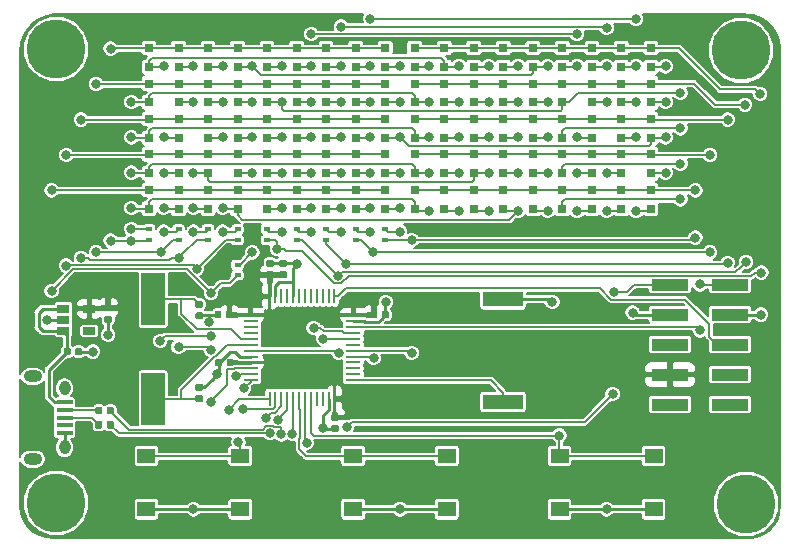
<source format=gbr>
G04 #@! TF.GenerationSoftware,KiCad,Pcbnew,5.0.2+dfsg1-1*
G04 #@! TF.CreationDate,2019-02-23T22:45:36+01:00*
G04 #@! TF.ProjectId,B-timer,422d7469-6d65-4722-9e6b-696361645f70,rev?*
G04 #@! TF.SameCoordinates,Original*
G04 #@! TF.FileFunction,Copper,L1,Top*
G04 #@! TF.FilePolarity,Positive*
%FSLAX46Y46*%
G04 Gerber Fmt 4.6, Leading zero omitted, Abs format (unit mm)*
G04 Created by KiCad (PCBNEW 5.0.2+dfsg1-1) date Sat 23 Feb 2019 10:45:36 PM CET*
%MOMM*%
%LPD*%
G01*
G04 APERTURE LIST*
G04 #@! TA.AperFunction,SMDPad,CuDef*
%ADD10R,0.600000X0.400000*%
G04 #@! TD*
G04 #@! TA.AperFunction,ComponentPad*
%ADD11O,1.550000X1.000000*%
G04 #@! TD*
G04 #@! TA.AperFunction,ComponentPad*
%ADD12O,0.950000X1.250000*%
G04 #@! TD*
G04 #@! TA.AperFunction,SMDPad,CuDef*
%ADD13R,1.350000X0.400000*%
G04 #@! TD*
G04 #@! TA.AperFunction,SMDPad,CuDef*
%ADD14R,3.400000X1.300000*%
G04 #@! TD*
G04 #@! TA.AperFunction,SMDPad,CuDef*
%ADD15R,0.800000X0.800000*%
G04 #@! TD*
G04 #@! TA.AperFunction,SMDPad,CuDef*
%ADD16R,1.550000X1.300000*%
G04 #@! TD*
G04 #@! TA.AperFunction,SMDPad,CuDef*
%ADD17R,1.300000X0.250000*%
G04 #@! TD*
G04 #@! TA.AperFunction,SMDPad,CuDef*
%ADD18R,0.250000X1.300000*%
G04 #@! TD*
G04 #@! TA.AperFunction,SMDPad,CuDef*
%ADD19R,1.060000X0.650000*%
G04 #@! TD*
G04 #@! TA.AperFunction,SMDPad,CuDef*
%ADD20R,2.000000X4.500000*%
G04 #@! TD*
G04 #@! TA.AperFunction,SMDPad,CuDef*
%ADD21R,3.150000X1.000000*%
G04 #@! TD*
G04 #@! TA.AperFunction,Conductor*
%ADD22C,0.100000*%
G04 #@! TD*
G04 #@! TA.AperFunction,SMDPad,CuDef*
%ADD23C,0.590000*%
G04 #@! TD*
G04 #@! TA.AperFunction,ViaPad*
%ADD24C,0.800000*%
G04 #@! TD*
G04 #@! TA.AperFunction,ViaPad*
%ADD25C,5.000000*%
G04 #@! TD*
G04 #@! TA.AperFunction,Conductor*
%ADD26C,0.250000*%
G04 #@! TD*
G04 #@! TA.AperFunction,Conductor*
%ADD27C,0.150000*%
G04 #@! TD*
G04 #@! TA.AperFunction,Conductor*
%ADD28C,0.200000*%
G04 #@! TD*
G04 APERTURE END LIST*
D10*
G04 #@! TO.P,R7,2*
G04 #@! TO.N,D6*
X123750000Y-74450000D03*
G04 #@! TO.P,R7,1*
G04 #@! TO.N,Net-(D15-Pad2)*
X123750000Y-73550000D03*
G04 #@! TD*
D11*
G04 #@! TO.P,J1,6*
G04 #@! TO.N,GND*
X101400000Y-93000000D03*
X101400000Y-86000000D03*
D12*
X104100000Y-92000000D03*
X104100000Y-87000000D03*
D13*
G04 #@! TO.P,J1,5*
X104100000Y-90800000D03*
G04 #@! TO.P,J1,4*
G04 #@! TO.N,N/C*
X104100000Y-90150000D03*
G04 #@! TO.P,J1,3*
G04 #@! TO.N,Net-(J1-Pad3)*
X104100000Y-89500000D03*
G04 #@! TO.P,J1,2*
G04 #@! TO.N,Net-(J1-Pad2)*
X104100000Y-88850000D03*
G04 #@! TO.P,J1,1*
G04 #@! TO.N,+5V*
X104100000Y-88200000D03*
G04 #@! TD*
D14*
G04 #@! TO.P,BZ1,2*
G04 #@! TO.N,Net-(BZ1-Pad2)*
X141224000Y-88170000D03*
G04 #@! TO.P,BZ1,1*
G04 #@! TO.N,GND*
X141224000Y-79470000D03*
G04 #@! TD*
D15*
G04 #@! TO.P,D1,1*
G04 #@! TO.N,D0*
X111250000Y-58200000D03*
G04 #@! TO.P,D1,2*
G04 #@! TO.N,Net-(D1-Pad2)*
X111250000Y-59800000D03*
G04 #@! TD*
G04 #@! TO.P,D2,1*
G04 #@! TO.N,D0*
X113750000Y-58200000D03*
G04 #@! TO.P,D2,2*
G04 #@! TO.N,Net-(D11-Pad2)*
X113750000Y-59800000D03*
G04 #@! TD*
G04 #@! TO.P,D3,2*
G04 #@! TO.N,Net-(D12-Pad2)*
X116250000Y-59800000D03*
G04 #@! TO.P,D3,1*
G04 #@! TO.N,D0*
X116250000Y-58200000D03*
G04 #@! TD*
G04 #@! TO.P,D4,2*
G04 #@! TO.N,Net-(D13-Pad2)*
X118750000Y-59800000D03*
G04 #@! TO.P,D4,1*
G04 #@! TO.N,D0*
X118750000Y-58200000D03*
G04 #@! TD*
G04 #@! TO.P,D5,1*
G04 #@! TO.N,D0*
X121250000Y-58200000D03*
G04 #@! TO.P,D5,2*
G04 #@! TO.N,Net-(D14-Pad2)*
X121250000Y-59800000D03*
G04 #@! TD*
G04 #@! TO.P,D6,2*
G04 #@! TO.N,Net-(D15-Pad2)*
X123750000Y-59800000D03*
G04 #@! TO.P,D6,1*
G04 #@! TO.N,D0*
X123750000Y-58200000D03*
G04 #@! TD*
G04 #@! TO.P,D7,1*
G04 #@! TO.N,D0*
X126250000Y-58200000D03*
G04 #@! TO.P,D7,2*
G04 #@! TO.N,Net-(D16-Pad2)*
X126250000Y-59800000D03*
G04 #@! TD*
G04 #@! TO.P,D8,2*
G04 #@! TO.N,Net-(D17-Pad2)*
X128750000Y-59800000D03*
G04 #@! TO.P,D8,1*
G04 #@! TO.N,D0*
X128750000Y-58200000D03*
G04 #@! TD*
G04 #@! TO.P,D9,1*
G04 #@! TO.N,D0*
X131250000Y-58200000D03*
G04 #@! TO.P,D9,2*
G04 #@! TO.N,Net-(D18-Pad2)*
X131250000Y-59800000D03*
G04 #@! TD*
G04 #@! TO.P,D10,2*
G04 #@! TO.N,Net-(D10-Pad2)*
X111250000Y-62800000D03*
G04 #@! TO.P,D10,1*
G04 #@! TO.N,D1*
X111250000Y-61200000D03*
G04 #@! TD*
G04 #@! TO.P,D11,1*
G04 #@! TO.N,D1*
X113750000Y-61200000D03*
G04 #@! TO.P,D11,2*
G04 #@! TO.N,Net-(D11-Pad2)*
X113750000Y-62800000D03*
G04 #@! TD*
G04 #@! TO.P,D12,2*
G04 #@! TO.N,Net-(D12-Pad2)*
X116250000Y-62800000D03*
G04 #@! TO.P,D12,1*
G04 #@! TO.N,D1*
X116250000Y-61200000D03*
G04 #@! TD*
G04 #@! TO.P,D13,1*
G04 #@! TO.N,D1*
X118750000Y-61200000D03*
G04 #@! TO.P,D13,2*
G04 #@! TO.N,Net-(D13-Pad2)*
X118750000Y-62800000D03*
G04 #@! TD*
G04 #@! TO.P,D14,2*
G04 #@! TO.N,Net-(D14-Pad2)*
X121250000Y-62800000D03*
G04 #@! TO.P,D14,1*
G04 #@! TO.N,D1*
X121250000Y-61200000D03*
G04 #@! TD*
G04 #@! TO.P,D15,1*
G04 #@! TO.N,D1*
X123750000Y-61200000D03*
G04 #@! TO.P,D15,2*
G04 #@! TO.N,Net-(D15-Pad2)*
X123750000Y-62800000D03*
G04 #@! TD*
G04 #@! TO.P,D16,2*
G04 #@! TO.N,Net-(D16-Pad2)*
X126250000Y-62800000D03*
G04 #@! TO.P,D16,1*
G04 #@! TO.N,D1*
X126250000Y-61200000D03*
G04 #@! TD*
G04 #@! TO.P,D17,2*
G04 #@! TO.N,Net-(D17-Pad2)*
X128750000Y-62800000D03*
G04 #@! TO.P,D17,1*
G04 #@! TO.N,D1*
X128750000Y-61200000D03*
G04 #@! TD*
G04 #@! TO.P,D18,1*
G04 #@! TO.N,D1*
X131250000Y-61200000D03*
G04 #@! TO.P,D18,2*
G04 #@! TO.N,Net-(D18-Pad2)*
X131250000Y-62800000D03*
G04 #@! TD*
G04 #@! TO.P,D19,1*
G04 #@! TO.N,D2*
X111250000Y-64200000D03*
G04 #@! TO.P,D19,2*
G04 #@! TO.N,Net-(D10-Pad2)*
X111250000Y-65800000D03*
G04 #@! TD*
G04 #@! TO.P,D20,2*
G04 #@! TO.N,Net-(D1-Pad2)*
X113750000Y-65800000D03*
G04 #@! TO.P,D20,1*
G04 #@! TO.N,D2*
X113750000Y-64200000D03*
G04 #@! TD*
G04 #@! TO.P,D21,1*
G04 #@! TO.N,D2*
X116250000Y-64200000D03*
G04 #@! TO.P,D21,2*
G04 #@! TO.N,Net-(D12-Pad2)*
X116250000Y-65800000D03*
G04 #@! TD*
G04 #@! TO.P,D22,2*
G04 #@! TO.N,Net-(D13-Pad2)*
X118750000Y-65800000D03*
G04 #@! TO.P,D22,1*
G04 #@! TO.N,D2*
X118750000Y-64200000D03*
G04 #@! TD*
G04 #@! TO.P,D23,1*
G04 #@! TO.N,D2*
X121250000Y-64200000D03*
G04 #@! TO.P,D23,2*
G04 #@! TO.N,Net-(D14-Pad2)*
X121250000Y-65800000D03*
G04 #@! TD*
G04 #@! TO.P,D24,2*
G04 #@! TO.N,Net-(D15-Pad2)*
X123750000Y-65800000D03*
G04 #@! TO.P,D24,1*
G04 #@! TO.N,D2*
X123750000Y-64200000D03*
G04 #@! TD*
G04 #@! TO.P,D25,1*
G04 #@! TO.N,D2*
X126250000Y-64200000D03*
G04 #@! TO.P,D25,2*
G04 #@! TO.N,Net-(D16-Pad2)*
X126250000Y-65800000D03*
G04 #@! TD*
G04 #@! TO.P,D26,2*
G04 #@! TO.N,Net-(D17-Pad2)*
X128750000Y-65800000D03*
G04 #@! TO.P,D26,1*
G04 #@! TO.N,D2*
X128750000Y-64200000D03*
G04 #@! TD*
G04 #@! TO.P,D27,1*
G04 #@! TO.N,D2*
X131250000Y-64200000D03*
G04 #@! TO.P,D27,2*
G04 #@! TO.N,Net-(D18-Pad2)*
X131250000Y-65800000D03*
G04 #@! TD*
G04 #@! TO.P,D28,2*
G04 #@! TO.N,Net-(D10-Pad2)*
X111250000Y-68800000D03*
G04 #@! TO.P,D28,1*
G04 #@! TO.N,D3*
X111250000Y-67200000D03*
G04 #@! TD*
G04 #@! TO.P,D29,1*
G04 #@! TO.N,D3*
X113750000Y-67200000D03*
G04 #@! TO.P,D29,2*
G04 #@! TO.N,Net-(D1-Pad2)*
X113750000Y-68800000D03*
G04 #@! TD*
G04 #@! TO.P,D30,2*
G04 #@! TO.N,Net-(D11-Pad2)*
X116250000Y-68800000D03*
G04 #@! TO.P,D30,1*
G04 #@! TO.N,D3*
X116250000Y-67200000D03*
G04 #@! TD*
G04 #@! TO.P,D31,1*
G04 #@! TO.N,D3*
X118750000Y-67200000D03*
G04 #@! TO.P,D31,2*
G04 #@! TO.N,Net-(D13-Pad2)*
X118750000Y-68800000D03*
G04 #@! TD*
G04 #@! TO.P,D32,2*
G04 #@! TO.N,Net-(D14-Pad2)*
X121250000Y-68800000D03*
G04 #@! TO.P,D32,1*
G04 #@! TO.N,D3*
X121250000Y-67200000D03*
G04 #@! TD*
G04 #@! TO.P,D33,2*
G04 #@! TO.N,Net-(D15-Pad2)*
X123750000Y-68800000D03*
G04 #@! TO.P,D33,1*
G04 #@! TO.N,D3*
X123750000Y-67200000D03*
G04 #@! TD*
G04 #@! TO.P,D34,2*
G04 #@! TO.N,Net-(D16-Pad2)*
X126250000Y-68800000D03*
G04 #@! TO.P,D34,1*
G04 #@! TO.N,D3*
X126250000Y-67200000D03*
G04 #@! TD*
G04 #@! TO.P,D35,2*
G04 #@! TO.N,Net-(D17-Pad2)*
X128750000Y-68800000D03*
G04 #@! TO.P,D35,1*
G04 #@! TO.N,D3*
X128750000Y-67200000D03*
G04 #@! TD*
G04 #@! TO.P,D36,1*
G04 #@! TO.N,D3*
X131250000Y-67200000D03*
G04 #@! TO.P,D36,2*
G04 #@! TO.N,Net-(D18-Pad2)*
X131250000Y-68800000D03*
G04 #@! TD*
G04 #@! TO.P,D37,1*
G04 #@! TO.N,D4*
X111250000Y-70200000D03*
G04 #@! TO.P,D37,2*
G04 #@! TO.N,Net-(D10-Pad2)*
X111250000Y-71800000D03*
G04 #@! TD*
G04 #@! TO.P,D38,2*
G04 #@! TO.N,Net-(D1-Pad2)*
X113750000Y-71800000D03*
G04 #@! TO.P,D38,1*
G04 #@! TO.N,D4*
X113750000Y-70200000D03*
G04 #@! TD*
G04 #@! TO.P,D39,1*
G04 #@! TO.N,D4*
X116250000Y-70200000D03*
G04 #@! TO.P,D39,2*
G04 #@! TO.N,Net-(D11-Pad2)*
X116250000Y-71800000D03*
G04 #@! TD*
G04 #@! TO.P,D40,2*
G04 #@! TO.N,Net-(D12-Pad2)*
X118750000Y-71800000D03*
G04 #@! TO.P,D40,1*
G04 #@! TO.N,D4*
X118750000Y-70200000D03*
G04 #@! TD*
G04 #@! TO.P,D41,1*
G04 #@! TO.N,D4*
X121250000Y-70200000D03*
G04 #@! TO.P,D41,2*
G04 #@! TO.N,Net-(D14-Pad2)*
X121250000Y-71800000D03*
G04 #@! TD*
G04 #@! TO.P,D42,1*
G04 #@! TO.N,D4*
X123750000Y-70200000D03*
G04 #@! TO.P,D42,2*
G04 #@! TO.N,Net-(D15-Pad2)*
X123750000Y-71800000D03*
G04 #@! TD*
G04 #@! TO.P,D43,1*
G04 #@! TO.N,D4*
X126250000Y-70200000D03*
G04 #@! TO.P,D43,2*
G04 #@! TO.N,Net-(D16-Pad2)*
X126250000Y-71800000D03*
G04 #@! TD*
G04 #@! TO.P,D44,2*
G04 #@! TO.N,Net-(D17-Pad2)*
X128750000Y-71800000D03*
G04 #@! TO.P,D44,1*
G04 #@! TO.N,D4*
X128750000Y-70200000D03*
G04 #@! TD*
G04 #@! TO.P,D45,1*
G04 #@! TO.N,D4*
X131250000Y-70200000D03*
G04 #@! TO.P,D45,2*
G04 #@! TO.N,Net-(D18-Pad2)*
X131250000Y-71800000D03*
G04 #@! TD*
G04 #@! TO.P,D46,2*
G04 #@! TO.N,Net-(D10-Pad2)*
X133750000Y-59800000D03*
G04 #@! TO.P,D46,1*
G04 #@! TO.N,D5*
X133750000Y-58200000D03*
G04 #@! TD*
G04 #@! TO.P,D47,1*
G04 #@! TO.N,D5*
X136250000Y-58200000D03*
G04 #@! TO.P,D47,2*
G04 #@! TO.N,Net-(D1-Pad2)*
X136250000Y-59800000D03*
G04 #@! TD*
G04 #@! TO.P,D48,2*
G04 #@! TO.N,Net-(D11-Pad2)*
X138750000Y-59800000D03*
G04 #@! TO.P,D48,1*
G04 #@! TO.N,D5*
X138750000Y-58200000D03*
G04 #@! TD*
G04 #@! TO.P,D49,1*
G04 #@! TO.N,D5*
X141250000Y-58200000D03*
G04 #@! TO.P,D49,2*
G04 #@! TO.N,Net-(D12-Pad2)*
X141250000Y-59800000D03*
G04 #@! TD*
G04 #@! TO.P,D50,2*
G04 #@! TO.N,Net-(D13-Pad2)*
X143750000Y-59800000D03*
G04 #@! TO.P,D50,1*
G04 #@! TO.N,D5*
X143750000Y-58200000D03*
G04 #@! TD*
G04 #@! TO.P,D51,2*
G04 #@! TO.N,Net-(D15-Pad2)*
X146250000Y-59800000D03*
G04 #@! TO.P,D51,1*
G04 #@! TO.N,D5*
X146250000Y-58200000D03*
G04 #@! TD*
G04 #@! TO.P,D52,1*
G04 #@! TO.N,D5*
X148750000Y-58200000D03*
G04 #@! TO.P,D52,2*
G04 #@! TO.N,Net-(D16-Pad2)*
X148750000Y-59800000D03*
G04 #@! TD*
G04 #@! TO.P,D53,2*
G04 #@! TO.N,Net-(D17-Pad2)*
X151250000Y-59800000D03*
G04 #@! TO.P,D53,1*
G04 #@! TO.N,D5*
X151250000Y-58200000D03*
G04 #@! TD*
G04 #@! TO.P,D54,1*
G04 #@! TO.N,D5*
X153750000Y-58200000D03*
G04 #@! TO.P,D54,2*
G04 #@! TO.N,Net-(D18-Pad2)*
X153750000Y-59800000D03*
G04 #@! TD*
G04 #@! TO.P,D55,1*
G04 #@! TO.N,D6*
X133750000Y-61200000D03*
G04 #@! TO.P,D55,2*
G04 #@! TO.N,Net-(D10-Pad2)*
X133750000Y-62800000D03*
G04 #@! TD*
G04 #@! TO.P,D56,2*
G04 #@! TO.N,Net-(D1-Pad2)*
X136250000Y-62800000D03*
G04 #@! TO.P,D56,1*
G04 #@! TO.N,D6*
X136250000Y-61200000D03*
G04 #@! TD*
G04 #@! TO.P,D57,1*
G04 #@! TO.N,D6*
X138750000Y-61200000D03*
G04 #@! TO.P,D57,2*
G04 #@! TO.N,Net-(D11-Pad2)*
X138750000Y-62800000D03*
G04 #@! TD*
G04 #@! TO.P,D58,2*
G04 #@! TO.N,Net-(D12-Pad2)*
X141250000Y-62800000D03*
G04 #@! TO.P,D58,1*
G04 #@! TO.N,D6*
X141250000Y-61200000D03*
G04 #@! TD*
G04 #@! TO.P,D59,1*
G04 #@! TO.N,D6*
X143750000Y-61200000D03*
G04 #@! TO.P,D59,2*
G04 #@! TO.N,Net-(D13-Pad2)*
X143750000Y-62800000D03*
G04 #@! TD*
G04 #@! TO.P,D60,2*
G04 #@! TO.N,Net-(D14-Pad2)*
X146250000Y-62800000D03*
G04 #@! TO.P,D60,1*
G04 #@! TO.N,D6*
X146250000Y-61200000D03*
G04 #@! TD*
G04 #@! TO.P,D61,1*
G04 #@! TO.N,D6*
X148750000Y-61200000D03*
G04 #@! TO.P,D61,2*
G04 #@! TO.N,Net-(D16-Pad2)*
X148750000Y-62800000D03*
G04 #@! TD*
G04 #@! TO.P,D62,2*
G04 #@! TO.N,Net-(D17-Pad2)*
X151250000Y-62800000D03*
G04 #@! TO.P,D62,1*
G04 #@! TO.N,D6*
X151250000Y-61200000D03*
G04 #@! TD*
G04 #@! TO.P,D63,1*
G04 #@! TO.N,D6*
X153750000Y-61200000D03*
G04 #@! TO.P,D63,2*
G04 #@! TO.N,Net-(D18-Pad2)*
X153750000Y-62800000D03*
G04 #@! TD*
G04 #@! TO.P,D64,2*
G04 #@! TO.N,Net-(D10-Pad2)*
X133750000Y-65800000D03*
G04 #@! TO.P,D64,1*
G04 #@! TO.N,D7*
X133750000Y-64200000D03*
G04 #@! TD*
G04 #@! TO.P,D65,1*
G04 #@! TO.N,D7*
X136250000Y-64200000D03*
G04 #@! TO.P,D65,2*
G04 #@! TO.N,Net-(D1-Pad2)*
X136250000Y-65800000D03*
G04 #@! TD*
G04 #@! TO.P,D66,2*
G04 #@! TO.N,Net-(D11-Pad2)*
X138750000Y-65800000D03*
G04 #@! TO.P,D66,1*
G04 #@! TO.N,D7*
X138750000Y-64200000D03*
G04 #@! TD*
G04 #@! TO.P,D67,1*
G04 #@! TO.N,D7*
X141250000Y-64200000D03*
G04 #@! TO.P,D67,2*
G04 #@! TO.N,Net-(D12-Pad2)*
X141250000Y-65800000D03*
G04 #@! TD*
G04 #@! TO.P,D68,2*
G04 #@! TO.N,Net-(D13-Pad2)*
X143750000Y-65800000D03*
G04 #@! TO.P,D68,1*
G04 #@! TO.N,D7*
X143750000Y-64200000D03*
G04 #@! TD*
G04 #@! TO.P,D69,1*
G04 #@! TO.N,D7*
X146250000Y-64200000D03*
G04 #@! TO.P,D69,2*
G04 #@! TO.N,Net-(D14-Pad2)*
X146250000Y-65800000D03*
G04 #@! TD*
G04 #@! TO.P,D70,2*
G04 #@! TO.N,Net-(D15-Pad2)*
X148750000Y-65800000D03*
G04 #@! TO.P,D70,1*
G04 #@! TO.N,D7*
X148750000Y-64200000D03*
G04 #@! TD*
G04 #@! TO.P,D71,2*
G04 #@! TO.N,Net-(D17-Pad2)*
X151250000Y-65800000D03*
G04 #@! TO.P,D71,1*
G04 #@! TO.N,D7*
X151250000Y-64200000D03*
G04 #@! TD*
G04 #@! TO.P,D72,1*
G04 #@! TO.N,D7*
X153750000Y-64200000D03*
G04 #@! TO.P,D72,2*
G04 #@! TO.N,Net-(D18-Pad2)*
X153750000Y-65800000D03*
G04 #@! TD*
G04 #@! TO.P,D73,1*
G04 #@! TO.N,D8*
X133750000Y-67200000D03*
G04 #@! TO.P,D73,2*
G04 #@! TO.N,Net-(D10-Pad2)*
X133750000Y-68800000D03*
G04 #@! TD*
G04 #@! TO.P,D74,2*
G04 #@! TO.N,Net-(D1-Pad2)*
X136250000Y-68800000D03*
G04 #@! TO.P,D74,1*
G04 #@! TO.N,D8*
X136250000Y-67200000D03*
G04 #@! TD*
G04 #@! TO.P,D75,1*
G04 #@! TO.N,D8*
X138750000Y-67200000D03*
G04 #@! TO.P,D75,2*
G04 #@! TO.N,Net-(D11-Pad2)*
X138750000Y-68800000D03*
G04 #@! TD*
G04 #@! TO.P,D76,2*
G04 #@! TO.N,Net-(D12-Pad2)*
X141250000Y-68800000D03*
G04 #@! TO.P,D76,1*
G04 #@! TO.N,D8*
X141250000Y-67200000D03*
G04 #@! TD*
G04 #@! TO.P,D77,1*
G04 #@! TO.N,D8*
X143750000Y-67200000D03*
G04 #@! TO.P,D77,2*
G04 #@! TO.N,Net-(D13-Pad2)*
X143750000Y-68800000D03*
G04 #@! TD*
G04 #@! TO.P,D78,1*
G04 #@! TO.N,D8*
X146250000Y-67200000D03*
G04 #@! TO.P,D78,2*
G04 #@! TO.N,Net-(D14-Pad2)*
X146250000Y-68800000D03*
G04 #@! TD*
G04 #@! TO.P,D79,2*
G04 #@! TO.N,Net-(D15-Pad2)*
X148750000Y-68800000D03*
G04 #@! TO.P,D79,1*
G04 #@! TO.N,D8*
X148750000Y-67200000D03*
G04 #@! TD*
G04 #@! TO.P,D80,2*
G04 #@! TO.N,Net-(D16-Pad2)*
X151250000Y-68800000D03*
G04 #@! TO.P,D80,1*
G04 #@! TO.N,D8*
X151250000Y-67200000D03*
G04 #@! TD*
G04 #@! TO.P,D81,2*
G04 #@! TO.N,Net-(D18-Pad2)*
X153750000Y-68800000D03*
G04 #@! TO.P,D81,1*
G04 #@! TO.N,D8*
X153750000Y-67200000D03*
G04 #@! TD*
G04 #@! TO.P,D82,1*
G04 #@! TO.N,D9*
X133750000Y-70200000D03*
G04 #@! TO.P,D82,2*
G04 #@! TO.N,Net-(D10-Pad2)*
X133750000Y-71800000D03*
G04 #@! TD*
G04 #@! TO.P,D83,2*
G04 #@! TO.N,Net-(D1-Pad2)*
X136250000Y-71800000D03*
G04 #@! TO.P,D83,1*
G04 #@! TO.N,D9*
X136250000Y-70200000D03*
G04 #@! TD*
G04 #@! TO.P,D84,1*
G04 #@! TO.N,D9*
X138750000Y-70200000D03*
G04 #@! TO.P,D84,2*
G04 #@! TO.N,Net-(D11-Pad2)*
X138750000Y-71800000D03*
G04 #@! TD*
G04 #@! TO.P,D85,2*
G04 #@! TO.N,Net-(D12-Pad2)*
X141250000Y-71800000D03*
G04 #@! TO.P,D85,1*
G04 #@! TO.N,D9*
X141250000Y-70200000D03*
G04 #@! TD*
G04 #@! TO.P,D86,1*
G04 #@! TO.N,D9*
X143750000Y-70200000D03*
G04 #@! TO.P,D86,2*
G04 #@! TO.N,Net-(D13-Pad2)*
X143750000Y-71800000D03*
G04 #@! TD*
G04 #@! TO.P,D87,2*
G04 #@! TO.N,Net-(D14-Pad2)*
X146250000Y-71800000D03*
G04 #@! TO.P,D87,1*
G04 #@! TO.N,D9*
X146250000Y-70200000D03*
G04 #@! TD*
G04 #@! TO.P,D88,1*
G04 #@! TO.N,D9*
X148750000Y-70200000D03*
G04 #@! TO.P,D88,2*
G04 #@! TO.N,Net-(D15-Pad2)*
X148750000Y-71800000D03*
G04 #@! TD*
G04 #@! TO.P,D89,2*
G04 #@! TO.N,Net-(D16-Pad2)*
X151250000Y-71800000D03*
G04 #@! TO.P,D89,1*
G04 #@! TO.N,D9*
X151250000Y-70200000D03*
G04 #@! TD*
G04 #@! TO.P,D90,1*
G04 #@! TO.N,D9*
X153750000Y-70200000D03*
G04 #@! TO.P,D90,2*
G04 #@! TO.N,Net-(D17-Pad2)*
X153750000Y-71800000D03*
G04 #@! TD*
D10*
G04 #@! TO.P,R1,1*
G04 #@! TO.N,Net-(D10-Pad2)*
X111250000Y-73550000D03*
G04 #@! TO.P,R1,2*
G04 #@! TO.N,D0*
X111250000Y-74450000D03*
G04 #@! TD*
G04 #@! TO.P,R2,2*
G04 #@! TO.N,D1*
X113750000Y-74450000D03*
G04 #@! TO.P,R2,1*
G04 #@! TO.N,Net-(D1-Pad2)*
X113750000Y-73550000D03*
G04 #@! TD*
G04 #@! TO.P,R3,1*
G04 #@! TO.N,Net-(D11-Pad2)*
X116250000Y-73550000D03*
G04 #@! TO.P,R3,2*
G04 #@! TO.N,D2*
X116250000Y-74450000D03*
G04 #@! TD*
G04 #@! TO.P,R4,2*
G04 #@! TO.N,D3*
X118750000Y-74450000D03*
G04 #@! TO.P,R4,1*
G04 #@! TO.N,Net-(D12-Pad2)*
X118750000Y-73550000D03*
G04 #@! TD*
G04 #@! TO.P,R5,1*
G04 #@! TO.N,Net-(D13-Pad2)*
X118750000Y-76550000D03*
G04 #@! TO.P,R5,2*
G04 #@! TO.N,D4*
X118750000Y-77450000D03*
G04 #@! TD*
G04 #@! TO.P,R6,2*
G04 #@! TO.N,D5*
X121250000Y-74450000D03*
G04 #@! TO.P,R6,1*
G04 #@! TO.N,Net-(D14-Pad2)*
X121250000Y-73550000D03*
G04 #@! TD*
G04 #@! TO.P,R8,1*
G04 #@! TO.N,Net-(D16-Pad2)*
X126250000Y-73550000D03*
G04 #@! TO.P,R8,2*
G04 #@! TO.N,D7*
X126250000Y-74450000D03*
G04 #@! TD*
G04 #@! TO.P,R9,2*
G04 #@! TO.N,D8*
X128750000Y-74450000D03*
G04 #@! TO.P,R9,1*
G04 #@! TO.N,Net-(D17-Pad2)*
X128750000Y-73550000D03*
G04 #@! TD*
G04 #@! TO.P,R10,1*
G04 #@! TO.N,Net-(D18-Pad2)*
X131250000Y-73550000D03*
G04 #@! TO.P,R10,2*
G04 #@! TO.N,D9*
X131250000Y-74450000D03*
G04 #@! TD*
D16*
G04 #@! TO.P,SW1,1*
G04 #@! TO.N,GND*
X118975000Y-97250000D03*
X111025000Y-97250000D03*
G04 #@! TO.P,SW1,2*
G04 #@! TO.N,Net-(SW1-Pad2)*
X118975000Y-92750000D03*
X111025000Y-92750000D03*
G04 #@! TD*
G04 #@! TO.P,SW2,2*
G04 #@! TO.N,Net-(SW2-Pad2)*
X128525000Y-92750000D03*
X136475000Y-92750000D03*
G04 #@! TO.P,SW2,1*
G04 #@! TO.N,GND*
X128525000Y-97250000D03*
X136475000Y-97250000D03*
G04 #@! TD*
G04 #@! TO.P,SW3,2*
G04 #@! TO.N,Net-(SW3-Pad2)*
X146025000Y-92750000D03*
X153975000Y-92750000D03*
G04 #@! TO.P,SW3,1*
G04 #@! TO.N,GND*
X146025000Y-97250000D03*
X153975000Y-97250000D03*
G04 #@! TD*
D17*
G04 #@! TO.P,U1,1*
G04 #@! TO.N,+3V3*
X119856000Y-80816000D03*
G04 #@! TO.P,U1,2*
G04 #@! TO.N,N/C*
X119856000Y-81316000D03*
G04 #@! TO.P,U1,3*
X119856000Y-81816000D03*
G04 #@! TO.P,U1,4*
X119856000Y-82316000D03*
G04 #@! TO.P,U1,5*
G04 #@! TO.N,Net-(8MHz1-Pad1)*
X119856000Y-82816000D03*
G04 #@! TO.P,U1,6*
G04 #@! TO.N,Net-(8MHz1-Pad2)*
X119856000Y-83316000D03*
G04 #@! TO.P,U1,7*
G04 #@! TO.N,/NRST*
X119856000Y-83816000D03*
G04 #@! TO.P,U1,8*
G04 #@! TO.N,GND*
X119856000Y-84316000D03*
G04 #@! TO.P,U1,9*
G04 #@! TO.N,+3V3*
X119856000Y-84816000D03*
G04 #@! TO.P,U1,10*
G04 #@! TO.N,D0*
X119856000Y-85316000D03*
G04 #@! TO.P,U1,11*
G04 #@! TO.N,D1*
X119856000Y-85816000D03*
G04 #@! TO.P,U1,12*
G04 #@! TO.N,D2*
X119856000Y-86316000D03*
D18*
G04 #@! TO.P,U1,13*
G04 #@! TO.N,D3*
X121456000Y-87916000D03*
G04 #@! TO.P,U1,14*
G04 #@! TO.N,D4*
X121956000Y-87916000D03*
G04 #@! TO.P,U1,15*
G04 #@! TO.N,D5*
X122456000Y-87916000D03*
G04 #@! TO.P,U1,16*
G04 #@! TO.N,D6*
X122956000Y-87916000D03*
G04 #@! TO.P,U1,17*
G04 #@! TO.N,D7*
X123456000Y-87916000D03*
G04 #@! TO.P,U1,18*
G04 #@! TO.N,Net-(SW2-Pad2)*
X123956000Y-87916000D03*
G04 #@! TO.P,U1,19*
G04 #@! TO.N,Net-(SW1-Pad2)*
X124456000Y-87916000D03*
G04 #@! TO.P,U1,20*
G04 #@! TO.N,Net-(SW3-Pad2)*
X124956000Y-87916000D03*
G04 #@! TO.P,U1,21*
G04 #@! TO.N,N/C*
X125456000Y-87916000D03*
G04 #@! TO.P,U1,22*
X125956000Y-87916000D03*
G04 #@! TO.P,U1,23*
G04 #@! TO.N,GND*
X126456000Y-87916000D03*
G04 #@! TO.P,U1,24*
G04 #@! TO.N,+3V3*
X126956000Y-87916000D03*
D17*
G04 #@! TO.P,U1,25*
G04 #@! TO.N,Net-(BZ1-Pad2)*
X128556000Y-86316000D03*
G04 #@! TO.P,U1,26*
G04 #@! TO.N,N/C*
X128556000Y-85816000D03*
G04 #@! TO.P,U1,27*
X128556000Y-85316000D03*
G04 #@! TO.P,U1,28*
X128556000Y-84816000D03*
G04 #@! TO.P,U1,29*
G04 #@! TO.N,D8*
X128556000Y-84316000D03*
G04 #@! TO.P,U1,30*
G04 #@! TO.N,D9*
X128556000Y-83816000D03*
G04 #@! TO.P,U1,31*
G04 #@! TO.N,N/C*
X128556000Y-83316000D03*
G04 #@! TO.P,U1,32*
G04 #@! TO.N,/D-*
X128556000Y-82816000D03*
G04 #@! TO.P,U1,33*
G04 #@! TO.N,/D+*
X128556000Y-82316000D03*
G04 #@! TO.P,U1,34*
G04 #@! TO.N,/SWDIO*
X128556000Y-81816000D03*
G04 #@! TO.P,U1,35*
G04 #@! TO.N,GND*
X128556000Y-81316000D03*
G04 #@! TO.P,U1,36*
G04 #@! TO.N,+3V3*
X128556000Y-80816000D03*
D18*
G04 #@! TO.P,U1,37*
G04 #@! TO.N,/SWCLK*
X126956000Y-79216000D03*
G04 #@! TO.P,U1,38*
G04 #@! TO.N,N/C*
X126456000Y-79216000D03*
G04 #@! TO.P,U1,39*
X125956000Y-79216000D03*
G04 #@! TO.P,U1,40*
X125456000Y-79216000D03*
G04 #@! TO.P,U1,41*
X124956000Y-79216000D03*
G04 #@! TO.P,U1,42*
X124456000Y-79216000D03*
G04 #@! TO.P,U1,43*
X123956000Y-79216000D03*
G04 #@! TO.P,U1,44*
G04 #@! TO.N,GND*
X123456000Y-79216000D03*
G04 #@! TO.P,U1,45*
G04 #@! TO.N,N/C*
X122956000Y-79216000D03*
G04 #@! TO.P,U1,46*
X122456000Y-79216000D03*
G04 #@! TO.P,U1,47*
G04 #@! TO.N,GND*
X121956000Y-79216000D03*
G04 #@! TO.P,U1,48*
G04 #@! TO.N,+3V3*
X121456000Y-79216000D03*
G04 #@! TD*
D19*
G04 #@! TO.P,U2,1*
G04 #@! TO.N,+5V*
X104000000Y-80250000D03*
G04 #@! TO.P,U2,2*
G04 #@! TO.N,GND*
X104000000Y-81200000D03*
G04 #@! TO.P,U2,3*
G04 #@! TO.N,+5V*
X104000000Y-82150000D03*
G04 #@! TO.P,U2,4*
G04 #@! TO.N,N/C*
X106200000Y-82150000D03*
G04 #@! TO.P,U2,5*
G04 #@! TO.N,+3V3*
X106200000Y-80250000D03*
G04 #@! TD*
D20*
G04 #@! TO.P,8MHz1,1*
G04 #@! TO.N,Net-(8MHz1-Pad1)*
X111600000Y-79450000D03*
G04 #@! TO.P,8MHz1,2*
G04 #@! TO.N,Net-(8MHz1-Pad2)*
X111600000Y-87950000D03*
G04 #@! TD*
D21*
G04 #@! TO.P,J2,1*
G04 #@! TO.N,/NRST*
X155375000Y-78220000D03*
G04 #@! TO.P,J2,2*
G04 #@! TO.N,/SWDIO*
X160425000Y-78220000D03*
G04 #@! TO.P,J2,3*
G04 #@! TO.N,GND*
X155375000Y-80760000D03*
G04 #@! TO.P,J2,4*
X160425000Y-80760000D03*
G04 #@! TO.P,J2,5*
G04 #@! TO.N,N/C*
X155375000Y-83300000D03*
G04 #@! TO.P,J2,6*
G04 #@! TO.N,/SWCLK*
X160425000Y-83300000D03*
G04 #@! TO.P,J2,7*
G04 #@! TO.N,+3V3*
X155375000Y-85840000D03*
G04 #@! TO.P,J2,8*
G04 #@! TO.N,N/C*
X160425000Y-85840000D03*
G04 #@! TO.P,J2,9*
X155375000Y-88380000D03*
G04 #@! TO.P,J2,10*
X160425000Y-88380000D03*
G04 #@! TD*
D22*
G04 #@! TO.N,Net-(J1-Pad3)*
G04 #@! TO.C,R11*
G36*
X107161958Y-89780710D02*
X107176276Y-89782834D01*
X107190317Y-89786351D01*
X107203946Y-89791228D01*
X107217031Y-89797417D01*
X107229447Y-89804858D01*
X107241073Y-89813481D01*
X107251798Y-89823202D01*
X107261519Y-89833927D01*
X107270142Y-89845553D01*
X107277583Y-89857969D01*
X107283772Y-89871054D01*
X107288649Y-89884683D01*
X107292166Y-89898724D01*
X107294290Y-89913042D01*
X107295000Y-89927500D01*
X107295000Y-90272500D01*
X107294290Y-90286958D01*
X107292166Y-90301276D01*
X107288649Y-90315317D01*
X107283772Y-90328946D01*
X107277583Y-90342031D01*
X107270142Y-90354447D01*
X107261519Y-90366073D01*
X107251798Y-90376798D01*
X107241073Y-90386519D01*
X107229447Y-90395142D01*
X107217031Y-90402583D01*
X107203946Y-90408772D01*
X107190317Y-90413649D01*
X107176276Y-90417166D01*
X107161958Y-90419290D01*
X107147500Y-90420000D01*
X106852500Y-90420000D01*
X106838042Y-90419290D01*
X106823724Y-90417166D01*
X106809683Y-90413649D01*
X106796054Y-90408772D01*
X106782969Y-90402583D01*
X106770553Y-90395142D01*
X106758927Y-90386519D01*
X106748202Y-90376798D01*
X106738481Y-90366073D01*
X106729858Y-90354447D01*
X106722417Y-90342031D01*
X106716228Y-90328946D01*
X106711351Y-90315317D01*
X106707834Y-90301276D01*
X106705710Y-90286958D01*
X106705000Y-90272500D01*
X106705000Y-89927500D01*
X106705710Y-89913042D01*
X106707834Y-89898724D01*
X106711351Y-89884683D01*
X106716228Y-89871054D01*
X106722417Y-89857969D01*
X106729858Y-89845553D01*
X106738481Y-89833927D01*
X106748202Y-89823202D01*
X106758927Y-89813481D01*
X106770553Y-89804858D01*
X106782969Y-89797417D01*
X106796054Y-89791228D01*
X106809683Y-89786351D01*
X106823724Y-89782834D01*
X106838042Y-89780710D01*
X106852500Y-89780000D01*
X107147500Y-89780000D01*
X107161958Y-89780710D01*
X107161958Y-89780710D01*
G37*
D23*
G04 #@! TD*
G04 #@! TO.P,R11,1*
G04 #@! TO.N,Net-(J1-Pad3)*
X107000000Y-90100000D03*
D22*
G04 #@! TO.N,/D+*
G04 #@! TO.C,R11*
G36*
X108131958Y-89780710D02*
X108146276Y-89782834D01*
X108160317Y-89786351D01*
X108173946Y-89791228D01*
X108187031Y-89797417D01*
X108199447Y-89804858D01*
X108211073Y-89813481D01*
X108221798Y-89823202D01*
X108231519Y-89833927D01*
X108240142Y-89845553D01*
X108247583Y-89857969D01*
X108253772Y-89871054D01*
X108258649Y-89884683D01*
X108262166Y-89898724D01*
X108264290Y-89913042D01*
X108265000Y-89927500D01*
X108265000Y-90272500D01*
X108264290Y-90286958D01*
X108262166Y-90301276D01*
X108258649Y-90315317D01*
X108253772Y-90328946D01*
X108247583Y-90342031D01*
X108240142Y-90354447D01*
X108231519Y-90366073D01*
X108221798Y-90376798D01*
X108211073Y-90386519D01*
X108199447Y-90395142D01*
X108187031Y-90402583D01*
X108173946Y-90408772D01*
X108160317Y-90413649D01*
X108146276Y-90417166D01*
X108131958Y-90419290D01*
X108117500Y-90420000D01*
X107822500Y-90420000D01*
X107808042Y-90419290D01*
X107793724Y-90417166D01*
X107779683Y-90413649D01*
X107766054Y-90408772D01*
X107752969Y-90402583D01*
X107740553Y-90395142D01*
X107728927Y-90386519D01*
X107718202Y-90376798D01*
X107708481Y-90366073D01*
X107699858Y-90354447D01*
X107692417Y-90342031D01*
X107686228Y-90328946D01*
X107681351Y-90315317D01*
X107677834Y-90301276D01*
X107675710Y-90286958D01*
X107675000Y-90272500D01*
X107675000Y-89927500D01*
X107675710Y-89913042D01*
X107677834Y-89898724D01*
X107681351Y-89884683D01*
X107686228Y-89871054D01*
X107692417Y-89857969D01*
X107699858Y-89845553D01*
X107708481Y-89833927D01*
X107718202Y-89823202D01*
X107728927Y-89813481D01*
X107740553Y-89804858D01*
X107752969Y-89797417D01*
X107766054Y-89791228D01*
X107779683Y-89786351D01*
X107793724Y-89782834D01*
X107808042Y-89780710D01*
X107822500Y-89780000D01*
X108117500Y-89780000D01*
X108131958Y-89780710D01*
X108131958Y-89780710D01*
G37*
D23*
G04 #@! TD*
G04 #@! TO.P,R11,2*
G04 #@! TO.N,/D+*
X107970000Y-90100000D03*
D22*
G04 #@! TO.N,/D-*
G04 #@! TO.C,R12*
G36*
X108146958Y-88580710D02*
X108161276Y-88582834D01*
X108175317Y-88586351D01*
X108188946Y-88591228D01*
X108202031Y-88597417D01*
X108214447Y-88604858D01*
X108226073Y-88613481D01*
X108236798Y-88623202D01*
X108246519Y-88633927D01*
X108255142Y-88645553D01*
X108262583Y-88657969D01*
X108268772Y-88671054D01*
X108273649Y-88684683D01*
X108277166Y-88698724D01*
X108279290Y-88713042D01*
X108280000Y-88727500D01*
X108280000Y-89072500D01*
X108279290Y-89086958D01*
X108277166Y-89101276D01*
X108273649Y-89115317D01*
X108268772Y-89128946D01*
X108262583Y-89142031D01*
X108255142Y-89154447D01*
X108246519Y-89166073D01*
X108236798Y-89176798D01*
X108226073Y-89186519D01*
X108214447Y-89195142D01*
X108202031Y-89202583D01*
X108188946Y-89208772D01*
X108175317Y-89213649D01*
X108161276Y-89217166D01*
X108146958Y-89219290D01*
X108132500Y-89220000D01*
X107837500Y-89220000D01*
X107823042Y-89219290D01*
X107808724Y-89217166D01*
X107794683Y-89213649D01*
X107781054Y-89208772D01*
X107767969Y-89202583D01*
X107755553Y-89195142D01*
X107743927Y-89186519D01*
X107733202Y-89176798D01*
X107723481Y-89166073D01*
X107714858Y-89154447D01*
X107707417Y-89142031D01*
X107701228Y-89128946D01*
X107696351Y-89115317D01*
X107692834Y-89101276D01*
X107690710Y-89086958D01*
X107690000Y-89072500D01*
X107690000Y-88727500D01*
X107690710Y-88713042D01*
X107692834Y-88698724D01*
X107696351Y-88684683D01*
X107701228Y-88671054D01*
X107707417Y-88657969D01*
X107714858Y-88645553D01*
X107723481Y-88633927D01*
X107733202Y-88623202D01*
X107743927Y-88613481D01*
X107755553Y-88604858D01*
X107767969Y-88597417D01*
X107781054Y-88591228D01*
X107794683Y-88586351D01*
X107808724Y-88582834D01*
X107823042Y-88580710D01*
X107837500Y-88580000D01*
X108132500Y-88580000D01*
X108146958Y-88580710D01*
X108146958Y-88580710D01*
G37*
D23*
G04 #@! TD*
G04 #@! TO.P,R12,2*
G04 #@! TO.N,/D-*
X107985000Y-88900000D03*
D22*
G04 #@! TO.N,Net-(J1-Pad2)*
G04 #@! TO.C,R12*
G36*
X107176958Y-88580710D02*
X107191276Y-88582834D01*
X107205317Y-88586351D01*
X107218946Y-88591228D01*
X107232031Y-88597417D01*
X107244447Y-88604858D01*
X107256073Y-88613481D01*
X107266798Y-88623202D01*
X107276519Y-88633927D01*
X107285142Y-88645553D01*
X107292583Y-88657969D01*
X107298772Y-88671054D01*
X107303649Y-88684683D01*
X107307166Y-88698724D01*
X107309290Y-88713042D01*
X107310000Y-88727500D01*
X107310000Y-89072500D01*
X107309290Y-89086958D01*
X107307166Y-89101276D01*
X107303649Y-89115317D01*
X107298772Y-89128946D01*
X107292583Y-89142031D01*
X107285142Y-89154447D01*
X107276519Y-89166073D01*
X107266798Y-89176798D01*
X107256073Y-89186519D01*
X107244447Y-89195142D01*
X107232031Y-89202583D01*
X107218946Y-89208772D01*
X107205317Y-89213649D01*
X107191276Y-89217166D01*
X107176958Y-89219290D01*
X107162500Y-89220000D01*
X106867500Y-89220000D01*
X106853042Y-89219290D01*
X106838724Y-89217166D01*
X106824683Y-89213649D01*
X106811054Y-89208772D01*
X106797969Y-89202583D01*
X106785553Y-89195142D01*
X106773927Y-89186519D01*
X106763202Y-89176798D01*
X106753481Y-89166073D01*
X106744858Y-89154447D01*
X106737417Y-89142031D01*
X106731228Y-89128946D01*
X106726351Y-89115317D01*
X106722834Y-89101276D01*
X106720710Y-89086958D01*
X106720000Y-89072500D01*
X106720000Y-88727500D01*
X106720710Y-88713042D01*
X106722834Y-88698724D01*
X106726351Y-88684683D01*
X106731228Y-88671054D01*
X106737417Y-88657969D01*
X106744858Y-88645553D01*
X106753481Y-88633927D01*
X106763202Y-88623202D01*
X106773927Y-88613481D01*
X106785553Y-88604858D01*
X106797969Y-88597417D01*
X106811054Y-88591228D01*
X106824683Y-88586351D01*
X106838724Y-88582834D01*
X106853042Y-88580710D01*
X106867500Y-88580000D01*
X107162500Y-88580000D01*
X107176958Y-88580710D01*
X107176958Y-88580710D01*
G37*
D23*
G04 #@! TD*
G04 #@! TO.P,R12,1*
G04 #@! TO.N,Net-(J1-Pad2)*
X107015000Y-88900000D03*
D22*
G04 #@! TO.N,+3V3*
G04 #@! TO.C,C1*
G36*
X121686958Y-77105710D02*
X121701276Y-77107834D01*
X121715317Y-77111351D01*
X121728946Y-77116228D01*
X121742031Y-77122417D01*
X121754447Y-77129858D01*
X121766073Y-77138481D01*
X121776798Y-77148202D01*
X121786519Y-77158927D01*
X121795142Y-77170553D01*
X121802583Y-77182969D01*
X121808772Y-77196054D01*
X121813649Y-77209683D01*
X121817166Y-77223724D01*
X121819290Y-77238042D01*
X121820000Y-77252500D01*
X121820000Y-77547500D01*
X121819290Y-77561958D01*
X121817166Y-77576276D01*
X121813649Y-77590317D01*
X121808772Y-77603946D01*
X121802583Y-77617031D01*
X121795142Y-77629447D01*
X121786519Y-77641073D01*
X121776798Y-77651798D01*
X121766073Y-77661519D01*
X121754447Y-77670142D01*
X121742031Y-77677583D01*
X121728946Y-77683772D01*
X121715317Y-77688649D01*
X121701276Y-77692166D01*
X121686958Y-77694290D01*
X121672500Y-77695000D01*
X121327500Y-77695000D01*
X121313042Y-77694290D01*
X121298724Y-77692166D01*
X121284683Y-77688649D01*
X121271054Y-77683772D01*
X121257969Y-77677583D01*
X121245553Y-77670142D01*
X121233927Y-77661519D01*
X121223202Y-77651798D01*
X121213481Y-77641073D01*
X121204858Y-77629447D01*
X121197417Y-77617031D01*
X121191228Y-77603946D01*
X121186351Y-77590317D01*
X121182834Y-77576276D01*
X121180710Y-77561958D01*
X121180000Y-77547500D01*
X121180000Y-77252500D01*
X121180710Y-77238042D01*
X121182834Y-77223724D01*
X121186351Y-77209683D01*
X121191228Y-77196054D01*
X121197417Y-77182969D01*
X121204858Y-77170553D01*
X121213481Y-77158927D01*
X121223202Y-77148202D01*
X121233927Y-77138481D01*
X121245553Y-77129858D01*
X121257969Y-77122417D01*
X121271054Y-77116228D01*
X121284683Y-77111351D01*
X121298724Y-77107834D01*
X121313042Y-77105710D01*
X121327500Y-77105000D01*
X121672500Y-77105000D01*
X121686958Y-77105710D01*
X121686958Y-77105710D01*
G37*
D23*
G04 #@! TD*
G04 #@! TO.P,C1,2*
G04 #@! TO.N,+3V3*
X121500000Y-77400000D03*
D22*
G04 #@! TO.N,GND*
G04 #@! TO.C,C1*
G36*
X121686958Y-76135710D02*
X121701276Y-76137834D01*
X121715317Y-76141351D01*
X121728946Y-76146228D01*
X121742031Y-76152417D01*
X121754447Y-76159858D01*
X121766073Y-76168481D01*
X121776798Y-76178202D01*
X121786519Y-76188927D01*
X121795142Y-76200553D01*
X121802583Y-76212969D01*
X121808772Y-76226054D01*
X121813649Y-76239683D01*
X121817166Y-76253724D01*
X121819290Y-76268042D01*
X121820000Y-76282500D01*
X121820000Y-76577500D01*
X121819290Y-76591958D01*
X121817166Y-76606276D01*
X121813649Y-76620317D01*
X121808772Y-76633946D01*
X121802583Y-76647031D01*
X121795142Y-76659447D01*
X121786519Y-76671073D01*
X121776798Y-76681798D01*
X121766073Y-76691519D01*
X121754447Y-76700142D01*
X121742031Y-76707583D01*
X121728946Y-76713772D01*
X121715317Y-76718649D01*
X121701276Y-76722166D01*
X121686958Y-76724290D01*
X121672500Y-76725000D01*
X121327500Y-76725000D01*
X121313042Y-76724290D01*
X121298724Y-76722166D01*
X121284683Y-76718649D01*
X121271054Y-76713772D01*
X121257969Y-76707583D01*
X121245553Y-76700142D01*
X121233927Y-76691519D01*
X121223202Y-76681798D01*
X121213481Y-76671073D01*
X121204858Y-76659447D01*
X121197417Y-76647031D01*
X121191228Y-76633946D01*
X121186351Y-76620317D01*
X121182834Y-76606276D01*
X121180710Y-76591958D01*
X121180000Y-76577500D01*
X121180000Y-76282500D01*
X121180710Y-76268042D01*
X121182834Y-76253724D01*
X121186351Y-76239683D01*
X121191228Y-76226054D01*
X121197417Y-76212969D01*
X121204858Y-76200553D01*
X121213481Y-76188927D01*
X121223202Y-76178202D01*
X121233927Y-76168481D01*
X121245553Y-76159858D01*
X121257969Y-76152417D01*
X121271054Y-76146228D01*
X121284683Y-76141351D01*
X121298724Y-76137834D01*
X121313042Y-76135710D01*
X121327500Y-76135000D01*
X121672500Y-76135000D01*
X121686958Y-76135710D01*
X121686958Y-76135710D01*
G37*
D23*
G04 #@! TD*
G04 #@! TO.P,C1,1*
G04 #@! TO.N,GND*
X121500000Y-76430000D03*
D22*
G04 #@! TO.N,+3V3*
G04 #@! TO.C,C2*
G36*
X122786958Y-77105710D02*
X122801276Y-77107834D01*
X122815317Y-77111351D01*
X122828946Y-77116228D01*
X122842031Y-77122417D01*
X122854447Y-77129858D01*
X122866073Y-77138481D01*
X122876798Y-77148202D01*
X122886519Y-77158927D01*
X122895142Y-77170553D01*
X122902583Y-77182969D01*
X122908772Y-77196054D01*
X122913649Y-77209683D01*
X122917166Y-77223724D01*
X122919290Y-77238042D01*
X122920000Y-77252500D01*
X122920000Y-77547500D01*
X122919290Y-77561958D01*
X122917166Y-77576276D01*
X122913649Y-77590317D01*
X122908772Y-77603946D01*
X122902583Y-77617031D01*
X122895142Y-77629447D01*
X122886519Y-77641073D01*
X122876798Y-77651798D01*
X122866073Y-77661519D01*
X122854447Y-77670142D01*
X122842031Y-77677583D01*
X122828946Y-77683772D01*
X122815317Y-77688649D01*
X122801276Y-77692166D01*
X122786958Y-77694290D01*
X122772500Y-77695000D01*
X122427500Y-77695000D01*
X122413042Y-77694290D01*
X122398724Y-77692166D01*
X122384683Y-77688649D01*
X122371054Y-77683772D01*
X122357969Y-77677583D01*
X122345553Y-77670142D01*
X122333927Y-77661519D01*
X122323202Y-77651798D01*
X122313481Y-77641073D01*
X122304858Y-77629447D01*
X122297417Y-77617031D01*
X122291228Y-77603946D01*
X122286351Y-77590317D01*
X122282834Y-77576276D01*
X122280710Y-77561958D01*
X122280000Y-77547500D01*
X122280000Y-77252500D01*
X122280710Y-77238042D01*
X122282834Y-77223724D01*
X122286351Y-77209683D01*
X122291228Y-77196054D01*
X122297417Y-77182969D01*
X122304858Y-77170553D01*
X122313481Y-77158927D01*
X122323202Y-77148202D01*
X122333927Y-77138481D01*
X122345553Y-77129858D01*
X122357969Y-77122417D01*
X122371054Y-77116228D01*
X122384683Y-77111351D01*
X122398724Y-77107834D01*
X122413042Y-77105710D01*
X122427500Y-77105000D01*
X122772500Y-77105000D01*
X122786958Y-77105710D01*
X122786958Y-77105710D01*
G37*
D23*
G04 #@! TD*
G04 #@! TO.P,C2,1*
G04 #@! TO.N,+3V3*
X122600000Y-77400000D03*
D22*
G04 #@! TO.N,GND*
G04 #@! TO.C,C2*
G36*
X122786958Y-76135710D02*
X122801276Y-76137834D01*
X122815317Y-76141351D01*
X122828946Y-76146228D01*
X122842031Y-76152417D01*
X122854447Y-76159858D01*
X122866073Y-76168481D01*
X122876798Y-76178202D01*
X122886519Y-76188927D01*
X122895142Y-76200553D01*
X122902583Y-76212969D01*
X122908772Y-76226054D01*
X122913649Y-76239683D01*
X122917166Y-76253724D01*
X122919290Y-76268042D01*
X122920000Y-76282500D01*
X122920000Y-76577500D01*
X122919290Y-76591958D01*
X122917166Y-76606276D01*
X122913649Y-76620317D01*
X122908772Y-76633946D01*
X122902583Y-76647031D01*
X122895142Y-76659447D01*
X122886519Y-76671073D01*
X122876798Y-76681798D01*
X122866073Y-76691519D01*
X122854447Y-76700142D01*
X122842031Y-76707583D01*
X122828946Y-76713772D01*
X122815317Y-76718649D01*
X122801276Y-76722166D01*
X122786958Y-76724290D01*
X122772500Y-76725000D01*
X122427500Y-76725000D01*
X122413042Y-76724290D01*
X122398724Y-76722166D01*
X122384683Y-76718649D01*
X122371054Y-76713772D01*
X122357969Y-76707583D01*
X122345553Y-76700142D01*
X122333927Y-76691519D01*
X122323202Y-76681798D01*
X122313481Y-76671073D01*
X122304858Y-76659447D01*
X122297417Y-76647031D01*
X122291228Y-76633946D01*
X122286351Y-76620317D01*
X122282834Y-76606276D01*
X122280710Y-76591958D01*
X122280000Y-76577500D01*
X122280000Y-76282500D01*
X122280710Y-76268042D01*
X122282834Y-76253724D01*
X122286351Y-76239683D01*
X122291228Y-76226054D01*
X122297417Y-76212969D01*
X122304858Y-76200553D01*
X122313481Y-76188927D01*
X122323202Y-76178202D01*
X122333927Y-76168481D01*
X122345553Y-76159858D01*
X122357969Y-76152417D01*
X122371054Y-76146228D01*
X122384683Y-76141351D01*
X122398724Y-76137834D01*
X122413042Y-76135710D01*
X122427500Y-76135000D01*
X122772500Y-76135000D01*
X122786958Y-76135710D01*
X122786958Y-76135710D01*
G37*
D23*
G04 #@! TD*
G04 #@! TO.P,C2,2*
G04 #@! TO.N,GND*
X122600000Y-76430000D03*
D22*
G04 #@! TO.N,GND*
G04 #@! TO.C,C3*
G36*
X131433958Y-80452710D02*
X131448276Y-80454834D01*
X131462317Y-80458351D01*
X131475946Y-80463228D01*
X131489031Y-80469417D01*
X131501447Y-80476858D01*
X131513073Y-80485481D01*
X131523798Y-80495202D01*
X131533519Y-80505927D01*
X131542142Y-80517553D01*
X131549583Y-80529969D01*
X131555772Y-80543054D01*
X131560649Y-80556683D01*
X131564166Y-80570724D01*
X131566290Y-80585042D01*
X131567000Y-80599500D01*
X131567000Y-80944500D01*
X131566290Y-80958958D01*
X131564166Y-80973276D01*
X131560649Y-80987317D01*
X131555772Y-81000946D01*
X131549583Y-81014031D01*
X131542142Y-81026447D01*
X131533519Y-81038073D01*
X131523798Y-81048798D01*
X131513073Y-81058519D01*
X131501447Y-81067142D01*
X131489031Y-81074583D01*
X131475946Y-81080772D01*
X131462317Y-81085649D01*
X131448276Y-81089166D01*
X131433958Y-81091290D01*
X131419500Y-81092000D01*
X131124500Y-81092000D01*
X131110042Y-81091290D01*
X131095724Y-81089166D01*
X131081683Y-81085649D01*
X131068054Y-81080772D01*
X131054969Y-81074583D01*
X131042553Y-81067142D01*
X131030927Y-81058519D01*
X131020202Y-81048798D01*
X131010481Y-81038073D01*
X131001858Y-81026447D01*
X130994417Y-81014031D01*
X130988228Y-81000946D01*
X130983351Y-80987317D01*
X130979834Y-80973276D01*
X130977710Y-80958958D01*
X130977000Y-80944500D01*
X130977000Y-80599500D01*
X130977710Y-80585042D01*
X130979834Y-80570724D01*
X130983351Y-80556683D01*
X130988228Y-80543054D01*
X130994417Y-80529969D01*
X131001858Y-80517553D01*
X131010481Y-80505927D01*
X131020202Y-80495202D01*
X131030927Y-80485481D01*
X131042553Y-80476858D01*
X131054969Y-80469417D01*
X131068054Y-80463228D01*
X131081683Y-80458351D01*
X131095724Y-80454834D01*
X131110042Y-80452710D01*
X131124500Y-80452000D01*
X131419500Y-80452000D01*
X131433958Y-80452710D01*
X131433958Y-80452710D01*
G37*
D23*
G04 #@! TD*
G04 #@! TO.P,C3,2*
G04 #@! TO.N,GND*
X131272000Y-80772000D03*
D22*
G04 #@! TO.N,+3V3*
G04 #@! TO.C,C3*
G36*
X130463958Y-80452710D02*
X130478276Y-80454834D01*
X130492317Y-80458351D01*
X130505946Y-80463228D01*
X130519031Y-80469417D01*
X130531447Y-80476858D01*
X130543073Y-80485481D01*
X130553798Y-80495202D01*
X130563519Y-80505927D01*
X130572142Y-80517553D01*
X130579583Y-80529969D01*
X130585772Y-80543054D01*
X130590649Y-80556683D01*
X130594166Y-80570724D01*
X130596290Y-80585042D01*
X130597000Y-80599500D01*
X130597000Y-80944500D01*
X130596290Y-80958958D01*
X130594166Y-80973276D01*
X130590649Y-80987317D01*
X130585772Y-81000946D01*
X130579583Y-81014031D01*
X130572142Y-81026447D01*
X130563519Y-81038073D01*
X130553798Y-81048798D01*
X130543073Y-81058519D01*
X130531447Y-81067142D01*
X130519031Y-81074583D01*
X130505946Y-81080772D01*
X130492317Y-81085649D01*
X130478276Y-81089166D01*
X130463958Y-81091290D01*
X130449500Y-81092000D01*
X130154500Y-81092000D01*
X130140042Y-81091290D01*
X130125724Y-81089166D01*
X130111683Y-81085649D01*
X130098054Y-81080772D01*
X130084969Y-81074583D01*
X130072553Y-81067142D01*
X130060927Y-81058519D01*
X130050202Y-81048798D01*
X130040481Y-81038073D01*
X130031858Y-81026447D01*
X130024417Y-81014031D01*
X130018228Y-81000946D01*
X130013351Y-80987317D01*
X130009834Y-80973276D01*
X130007710Y-80958958D01*
X130007000Y-80944500D01*
X130007000Y-80599500D01*
X130007710Y-80585042D01*
X130009834Y-80570724D01*
X130013351Y-80556683D01*
X130018228Y-80543054D01*
X130024417Y-80529969D01*
X130031858Y-80517553D01*
X130040481Y-80505927D01*
X130050202Y-80495202D01*
X130060927Y-80485481D01*
X130072553Y-80476858D01*
X130084969Y-80469417D01*
X130098054Y-80463228D01*
X130111683Y-80458351D01*
X130125724Y-80454834D01*
X130140042Y-80452710D01*
X130154500Y-80452000D01*
X130449500Y-80452000D01*
X130463958Y-80452710D01*
X130463958Y-80452710D01*
G37*
D23*
G04 #@! TD*
G04 #@! TO.P,C3,1*
G04 #@! TO.N,+3V3*
X130302000Y-80772000D03*
D22*
G04 #@! TO.N,+3V3*
G04 #@! TO.C,C4*
G36*
X118271958Y-84516710D02*
X118286276Y-84518834D01*
X118300317Y-84522351D01*
X118313946Y-84527228D01*
X118327031Y-84533417D01*
X118339447Y-84540858D01*
X118351073Y-84549481D01*
X118361798Y-84559202D01*
X118371519Y-84569927D01*
X118380142Y-84581553D01*
X118387583Y-84593969D01*
X118393772Y-84607054D01*
X118398649Y-84620683D01*
X118402166Y-84634724D01*
X118404290Y-84649042D01*
X118405000Y-84663500D01*
X118405000Y-85008500D01*
X118404290Y-85022958D01*
X118402166Y-85037276D01*
X118398649Y-85051317D01*
X118393772Y-85064946D01*
X118387583Y-85078031D01*
X118380142Y-85090447D01*
X118371519Y-85102073D01*
X118361798Y-85112798D01*
X118351073Y-85122519D01*
X118339447Y-85131142D01*
X118327031Y-85138583D01*
X118313946Y-85144772D01*
X118300317Y-85149649D01*
X118286276Y-85153166D01*
X118271958Y-85155290D01*
X118257500Y-85156000D01*
X117962500Y-85156000D01*
X117948042Y-85155290D01*
X117933724Y-85153166D01*
X117919683Y-85149649D01*
X117906054Y-85144772D01*
X117892969Y-85138583D01*
X117880553Y-85131142D01*
X117868927Y-85122519D01*
X117858202Y-85112798D01*
X117848481Y-85102073D01*
X117839858Y-85090447D01*
X117832417Y-85078031D01*
X117826228Y-85064946D01*
X117821351Y-85051317D01*
X117817834Y-85037276D01*
X117815710Y-85022958D01*
X117815000Y-85008500D01*
X117815000Y-84663500D01*
X117815710Y-84649042D01*
X117817834Y-84634724D01*
X117821351Y-84620683D01*
X117826228Y-84607054D01*
X117832417Y-84593969D01*
X117839858Y-84581553D01*
X117848481Y-84569927D01*
X117858202Y-84559202D01*
X117868927Y-84549481D01*
X117880553Y-84540858D01*
X117892969Y-84533417D01*
X117906054Y-84527228D01*
X117919683Y-84522351D01*
X117933724Y-84518834D01*
X117948042Y-84516710D01*
X117962500Y-84516000D01*
X118257500Y-84516000D01*
X118271958Y-84516710D01*
X118271958Y-84516710D01*
G37*
D23*
G04 #@! TD*
G04 #@! TO.P,C4,1*
G04 #@! TO.N,+3V3*
X118110000Y-84836000D03*
D22*
G04 #@! TO.N,GND*
G04 #@! TO.C,C4*
G36*
X117301958Y-84516710D02*
X117316276Y-84518834D01*
X117330317Y-84522351D01*
X117343946Y-84527228D01*
X117357031Y-84533417D01*
X117369447Y-84540858D01*
X117381073Y-84549481D01*
X117391798Y-84559202D01*
X117401519Y-84569927D01*
X117410142Y-84581553D01*
X117417583Y-84593969D01*
X117423772Y-84607054D01*
X117428649Y-84620683D01*
X117432166Y-84634724D01*
X117434290Y-84649042D01*
X117435000Y-84663500D01*
X117435000Y-85008500D01*
X117434290Y-85022958D01*
X117432166Y-85037276D01*
X117428649Y-85051317D01*
X117423772Y-85064946D01*
X117417583Y-85078031D01*
X117410142Y-85090447D01*
X117401519Y-85102073D01*
X117391798Y-85112798D01*
X117381073Y-85122519D01*
X117369447Y-85131142D01*
X117357031Y-85138583D01*
X117343946Y-85144772D01*
X117330317Y-85149649D01*
X117316276Y-85153166D01*
X117301958Y-85155290D01*
X117287500Y-85156000D01*
X116992500Y-85156000D01*
X116978042Y-85155290D01*
X116963724Y-85153166D01*
X116949683Y-85149649D01*
X116936054Y-85144772D01*
X116922969Y-85138583D01*
X116910553Y-85131142D01*
X116898927Y-85122519D01*
X116888202Y-85112798D01*
X116878481Y-85102073D01*
X116869858Y-85090447D01*
X116862417Y-85078031D01*
X116856228Y-85064946D01*
X116851351Y-85051317D01*
X116847834Y-85037276D01*
X116845710Y-85022958D01*
X116845000Y-85008500D01*
X116845000Y-84663500D01*
X116845710Y-84649042D01*
X116847834Y-84634724D01*
X116851351Y-84620683D01*
X116856228Y-84607054D01*
X116862417Y-84593969D01*
X116869858Y-84581553D01*
X116878481Y-84569927D01*
X116888202Y-84559202D01*
X116898927Y-84549481D01*
X116910553Y-84540858D01*
X116922969Y-84533417D01*
X116936054Y-84527228D01*
X116949683Y-84522351D01*
X116963724Y-84518834D01*
X116978042Y-84516710D01*
X116992500Y-84516000D01*
X117287500Y-84516000D01*
X117301958Y-84516710D01*
X117301958Y-84516710D01*
G37*
D23*
G04 #@! TD*
G04 #@! TO.P,C4,2*
G04 #@! TO.N,GND*
X117140000Y-84836000D03*
D22*
G04 #@! TO.N,+3V3*
G04 #@! TO.C,C5*
G36*
X127186958Y-89159710D02*
X127201276Y-89161834D01*
X127215317Y-89165351D01*
X127228946Y-89170228D01*
X127242031Y-89176417D01*
X127254447Y-89183858D01*
X127266073Y-89192481D01*
X127276798Y-89202202D01*
X127286519Y-89212927D01*
X127295142Y-89224553D01*
X127302583Y-89236969D01*
X127308772Y-89250054D01*
X127313649Y-89263683D01*
X127317166Y-89277724D01*
X127319290Y-89292042D01*
X127320000Y-89306500D01*
X127320000Y-89601500D01*
X127319290Y-89615958D01*
X127317166Y-89630276D01*
X127313649Y-89644317D01*
X127308772Y-89657946D01*
X127302583Y-89671031D01*
X127295142Y-89683447D01*
X127286519Y-89695073D01*
X127276798Y-89705798D01*
X127266073Y-89715519D01*
X127254447Y-89724142D01*
X127242031Y-89731583D01*
X127228946Y-89737772D01*
X127215317Y-89742649D01*
X127201276Y-89746166D01*
X127186958Y-89748290D01*
X127172500Y-89749000D01*
X126827500Y-89749000D01*
X126813042Y-89748290D01*
X126798724Y-89746166D01*
X126784683Y-89742649D01*
X126771054Y-89737772D01*
X126757969Y-89731583D01*
X126745553Y-89724142D01*
X126733927Y-89715519D01*
X126723202Y-89705798D01*
X126713481Y-89695073D01*
X126704858Y-89683447D01*
X126697417Y-89671031D01*
X126691228Y-89657946D01*
X126686351Y-89644317D01*
X126682834Y-89630276D01*
X126680710Y-89615958D01*
X126680000Y-89601500D01*
X126680000Y-89306500D01*
X126680710Y-89292042D01*
X126682834Y-89277724D01*
X126686351Y-89263683D01*
X126691228Y-89250054D01*
X126697417Y-89236969D01*
X126704858Y-89224553D01*
X126713481Y-89212927D01*
X126723202Y-89202202D01*
X126733927Y-89192481D01*
X126745553Y-89183858D01*
X126757969Y-89176417D01*
X126771054Y-89170228D01*
X126784683Y-89165351D01*
X126798724Y-89161834D01*
X126813042Y-89159710D01*
X126827500Y-89159000D01*
X127172500Y-89159000D01*
X127186958Y-89159710D01*
X127186958Y-89159710D01*
G37*
D23*
G04 #@! TD*
G04 #@! TO.P,C5,2*
G04 #@! TO.N,+3V3*
X127000000Y-89454000D03*
D22*
G04 #@! TO.N,GND*
G04 #@! TO.C,C5*
G36*
X127186958Y-90129710D02*
X127201276Y-90131834D01*
X127215317Y-90135351D01*
X127228946Y-90140228D01*
X127242031Y-90146417D01*
X127254447Y-90153858D01*
X127266073Y-90162481D01*
X127276798Y-90172202D01*
X127286519Y-90182927D01*
X127295142Y-90194553D01*
X127302583Y-90206969D01*
X127308772Y-90220054D01*
X127313649Y-90233683D01*
X127317166Y-90247724D01*
X127319290Y-90262042D01*
X127320000Y-90276500D01*
X127320000Y-90571500D01*
X127319290Y-90585958D01*
X127317166Y-90600276D01*
X127313649Y-90614317D01*
X127308772Y-90627946D01*
X127302583Y-90641031D01*
X127295142Y-90653447D01*
X127286519Y-90665073D01*
X127276798Y-90675798D01*
X127266073Y-90685519D01*
X127254447Y-90694142D01*
X127242031Y-90701583D01*
X127228946Y-90707772D01*
X127215317Y-90712649D01*
X127201276Y-90716166D01*
X127186958Y-90718290D01*
X127172500Y-90719000D01*
X126827500Y-90719000D01*
X126813042Y-90718290D01*
X126798724Y-90716166D01*
X126784683Y-90712649D01*
X126771054Y-90707772D01*
X126757969Y-90701583D01*
X126745553Y-90694142D01*
X126733927Y-90685519D01*
X126723202Y-90675798D01*
X126713481Y-90665073D01*
X126704858Y-90653447D01*
X126697417Y-90641031D01*
X126691228Y-90627946D01*
X126686351Y-90614317D01*
X126682834Y-90600276D01*
X126680710Y-90585958D01*
X126680000Y-90571500D01*
X126680000Y-90276500D01*
X126680710Y-90262042D01*
X126682834Y-90247724D01*
X126686351Y-90233683D01*
X126691228Y-90220054D01*
X126697417Y-90206969D01*
X126704858Y-90194553D01*
X126713481Y-90182927D01*
X126723202Y-90172202D01*
X126733927Y-90162481D01*
X126745553Y-90153858D01*
X126757969Y-90146417D01*
X126771054Y-90140228D01*
X126784683Y-90135351D01*
X126798724Y-90131834D01*
X126813042Y-90129710D01*
X126827500Y-90129000D01*
X127172500Y-90129000D01*
X127186958Y-90129710D01*
X127186958Y-90129710D01*
G37*
D23*
G04 #@! TD*
G04 #@! TO.P,C5,1*
G04 #@! TO.N,GND*
X127000000Y-90424000D03*
D22*
G04 #@! TO.N,GND*
G04 #@! TO.C,C6*
G36*
X117255958Y-80452710D02*
X117270276Y-80454834D01*
X117284317Y-80458351D01*
X117297946Y-80463228D01*
X117311031Y-80469417D01*
X117323447Y-80476858D01*
X117335073Y-80485481D01*
X117345798Y-80495202D01*
X117355519Y-80505927D01*
X117364142Y-80517553D01*
X117371583Y-80529969D01*
X117377772Y-80543054D01*
X117382649Y-80556683D01*
X117386166Y-80570724D01*
X117388290Y-80585042D01*
X117389000Y-80599500D01*
X117389000Y-80944500D01*
X117388290Y-80958958D01*
X117386166Y-80973276D01*
X117382649Y-80987317D01*
X117377772Y-81000946D01*
X117371583Y-81014031D01*
X117364142Y-81026447D01*
X117355519Y-81038073D01*
X117345798Y-81048798D01*
X117335073Y-81058519D01*
X117323447Y-81067142D01*
X117311031Y-81074583D01*
X117297946Y-81080772D01*
X117284317Y-81085649D01*
X117270276Y-81089166D01*
X117255958Y-81091290D01*
X117241500Y-81092000D01*
X116946500Y-81092000D01*
X116932042Y-81091290D01*
X116917724Y-81089166D01*
X116903683Y-81085649D01*
X116890054Y-81080772D01*
X116876969Y-81074583D01*
X116864553Y-81067142D01*
X116852927Y-81058519D01*
X116842202Y-81048798D01*
X116832481Y-81038073D01*
X116823858Y-81026447D01*
X116816417Y-81014031D01*
X116810228Y-81000946D01*
X116805351Y-80987317D01*
X116801834Y-80973276D01*
X116799710Y-80958958D01*
X116799000Y-80944500D01*
X116799000Y-80599500D01*
X116799710Y-80585042D01*
X116801834Y-80570724D01*
X116805351Y-80556683D01*
X116810228Y-80543054D01*
X116816417Y-80529969D01*
X116823858Y-80517553D01*
X116832481Y-80505927D01*
X116842202Y-80495202D01*
X116852927Y-80485481D01*
X116864553Y-80476858D01*
X116876969Y-80469417D01*
X116890054Y-80463228D01*
X116903683Y-80458351D01*
X116917724Y-80454834D01*
X116932042Y-80452710D01*
X116946500Y-80452000D01*
X117241500Y-80452000D01*
X117255958Y-80452710D01*
X117255958Y-80452710D01*
G37*
D23*
G04 #@! TD*
G04 #@! TO.P,C6,1*
G04 #@! TO.N,GND*
X117094000Y-80772000D03*
D22*
G04 #@! TO.N,+3V3*
G04 #@! TO.C,C6*
G36*
X118225958Y-80452710D02*
X118240276Y-80454834D01*
X118254317Y-80458351D01*
X118267946Y-80463228D01*
X118281031Y-80469417D01*
X118293447Y-80476858D01*
X118305073Y-80485481D01*
X118315798Y-80495202D01*
X118325519Y-80505927D01*
X118334142Y-80517553D01*
X118341583Y-80529969D01*
X118347772Y-80543054D01*
X118352649Y-80556683D01*
X118356166Y-80570724D01*
X118358290Y-80585042D01*
X118359000Y-80599500D01*
X118359000Y-80944500D01*
X118358290Y-80958958D01*
X118356166Y-80973276D01*
X118352649Y-80987317D01*
X118347772Y-81000946D01*
X118341583Y-81014031D01*
X118334142Y-81026447D01*
X118325519Y-81038073D01*
X118315798Y-81048798D01*
X118305073Y-81058519D01*
X118293447Y-81067142D01*
X118281031Y-81074583D01*
X118267946Y-81080772D01*
X118254317Y-81085649D01*
X118240276Y-81089166D01*
X118225958Y-81091290D01*
X118211500Y-81092000D01*
X117916500Y-81092000D01*
X117902042Y-81091290D01*
X117887724Y-81089166D01*
X117873683Y-81085649D01*
X117860054Y-81080772D01*
X117846969Y-81074583D01*
X117834553Y-81067142D01*
X117822927Y-81058519D01*
X117812202Y-81048798D01*
X117802481Y-81038073D01*
X117793858Y-81026447D01*
X117786417Y-81014031D01*
X117780228Y-81000946D01*
X117775351Y-80987317D01*
X117771834Y-80973276D01*
X117769710Y-80958958D01*
X117769000Y-80944500D01*
X117769000Y-80599500D01*
X117769710Y-80585042D01*
X117771834Y-80570724D01*
X117775351Y-80556683D01*
X117780228Y-80543054D01*
X117786417Y-80529969D01*
X117793858Y-80517553D01*
X117802481Y-80505927D01*
X117812202Y-80495202D01*
X117822927Y-80485481D01*
X117834553Y-80476858D01*
X117846969Y-80469417D01*
X117860054Y-80463228D01*
X117873683Y-80458351D01*
X117887724Y-80454834D01*
X117902042Y-80452710D01*
X117916500Y-80452000D01*
X118211500Y-80452000D01*
X118225958Y-80452710D01*
X118225958Y-80452710D01*
G37*
D23*
G04 #@! TD*
G04 #@! TO.P,C6,2*
G04 #@! TO.N,+3V3*
X118064000Y-80772000D03*
D22*
G04 #@! TO.N,GND*
G04 #@! TO.C,C7*
G36*
X115686958Y-80575710D02*
X115701276Y-80577834D01*
X115715317Y-80581351D01*
X115728946Y-80586228D01*
X115742031Y-80592417D01*
X115754447Y-80599858D01*
X115766073Y-80608481D01*
X115776798Y-80618202D01*
X115786519Y-80628927D01*
X115795142Y-80640553D01*
X115802583Y-80652969D01*
X115808772Y-80666054D01*
X115813649Y-80679683D01*
X115817166Y-80693724D01*
X115819290Y-80708042D01*
X115820000Y-80722500D01*
X115820000Y-81017500D01*
X115819290Y-81031958D01*
X115817166Y-81046276D01*
X115813649Y-81060317D01*
X115808772Y-81073946D01*
X115802583Y-81087031D01*
X115795142Y-81099447D01*
X115786519Y-81111073D01*
X115776798Y-81121798D01*
X115766073Y-81131519D01*
X115754447Y-81140142D01*
X115742031Y-81147583D01*
X115728946Y-81153772D01*
X115715317Y-81158649D01*
X115701276Y-81162166D01*
X115686958Y-81164290D01*
X115672500Y-81165000D01*
X115327500Y-81165000D01*
X115313042Y-81164290D01*
X115298724Y-81162166D01*
X115284683Y-81158649D01*
X115271054Y-81153772D01*
X115257969Y-81147583D01*
X115245553Y-81140142D01*
X115233927Y-81131519D01*
X115223202Y-81121798D01*
X115213481Y-81111073D01*
X115204858Y-81099447D01*
X115197417Y-81087031D01*
X115191228Y-81073946D01*
X115186351Y-81060317D01*
X115182834Y-81046276D01*
X115180710Y-81031958D01*
X115180000Y-81017500D01*
X115180000Y-80722500D01*
X115180710Y-80708042D01*
X115182834Y-80693724D01*
X115186351Y-80679683D01*
X115191228Y-80666054D01*
X115197417Y-80652969D01*
X115204858Y-80640553D01*
X115213481Y-80628927D01*
X115223202Y-80618202D01*
X115233927Y-80608481D01*
X115245553Y-80599858D01*
X115257969Y-80592417D01*
X115271054Y-80586228D01*
X115284683Y-80581351D01*
X115298724Y-80577834D01*
X115313042Y-80575710D01*
X115327500Y-80575000D01*
X115672500Y-80575000D01*
X115686958Y-80575710D01*
X115686958Y-80575710D01*
G37*
D23*
G04 #@! TD*
G04 #@! TO.P,C7,2*
G04 #@! TO.N,GND*
X115500000Y-80870000D03*
D22*
G04 #@! TO.N,Net-(8MHz1-Pad1)*
G04 #@! TO.C,C7*
G36*
X115686958Y-79605710D02*
X115701276Y-79607834D01*
X115715317Y-79611351D01*
X115728946Y-79616228D01*
X115742031Y-79622417D01*
X115754447Y-79629858D01*
X115766073Y-79638481D01*
X115776798Y-79648202D01*
X115786519Y-79658927D01*
X115795142Y-79670553D01*
X115802583Y-79682969D01*
X115808772Y-79696054D01*
X115813649Y-79709683D01*
X115817166Y-79723724D01*
X115819290Y-79738042D01*
X115820000Y-79752500D01*
X115820000Y-80047500D01*
X115819290Y-80061958D01*
X115817166Y-80076276D01*
X115813649Y-80090317D01*
X115808772Y-80103946D01*
X115802583Y-80117031D01*
X115795142Y-80129447D01*
X115786519Y-80141073D01*
X115776798Y-80151798D01*
X115766073Y-80161519D01*
X115754447Y-80170142D01*
X115742031Y-80177583D01*
X115728946Y-80183772D01*
X115715317Y-80188649D01*
X115701276Y-80192166D01*
X115686958Y-80194290D01*
X115672500Y-80195000D01*
X115327500Y-80195000D01*
X115313042Y-80194290D01*
X115298724Y-80192166D01*
X115284683Y-80188649D01*
X115271054Y-80183772D01*
X115257969Y-80177583D01*
X115245553Y-80170142D01*
X115233927Y-80161519D01*
X115223202Y-80151798D01*
X115213481Y-80141073D01*
X115204858Y-80129447D01*
X115197417Y-80117031D01*
X115191228Y-80103946D01*
X115186351Y-80090317D01*
X115182834Y-80076276D01*
X115180710Y-80061958D01*
X115180000Y-80047500D01*
X115180000Y-79752500D01*
X115180710Y-79738042D01*
X115182834Y-79723724D01*
X115186351Y-79709683D01*
X115191228Y-79696054D01*
X115197417Y-79682969D01*
X115204858Y-79670553D01*
X115213481Y-79658927D01*
X115223202Y-79648202D01*
X115233927Y-79638481D01*
X115245553Y-79629858D01*
X115257969Y-79622417D01*
X115271054Y-79616228D01*
X115284683Y-79611351D01*
X115298724Y-79607834D01*
X115313042Y-79605710D01*
X115327500Y-79605000D01*
X115672500Y-79605000D01*
X115686958Y-79605710D01*
X115686958Y-79605710D01*
G37*
D23*
G04 #@! TD*
G04 #@! TO.P,C7,1*
G04 #@! TO.N,Net-(8MHz1-Pad1)*
X115500000Y-79900000D03*
D22*
G04 #@! TO.N,Net-(8MHz1-Pad2)*
G04 #@! TO.C,C8*
G36*
X115686958Y-87590710D02*
X115701276Y-87592834D01*
X115715317Y-87596351D01*
X115728946Y-87601228D01*
X115742031Y-87607417D01*
X115754447Y-87614858D01*
X115766073Y-87623481D01*
X115776798Y-87633202D01*
X115786519Y-87643927D01*
X115795142Y-87655553D01*
X115802583Y-87667969D01*
X115808772Y-87681054D01*
X115813649Y-87694683D01*
X115817166Y-87708724D01*
X115819290Y-87723042D01*
X115820000Y-87737500D01*
X115820000Y-88032500D01*
X115819290Y-88046958D01*
X115817166Y-88061276D01*
X115813649Y-88075317D01*
X115808772Y-88088946D01*
X115802583Y-88102031D01*
X115795142Y-88114447D01*
X115786519Y-88126073D01*
X115776798Y-88136798D01*
X115766073Y-88146519D01*
X115754447Y-88155142D01*
X115742031Y-88162583D01*
X115728946Y-88168772D01*
X115715317Y-88173649D01*
X115701276Y-88177166D01*
X115686958Y-88179290D01*
X115672500Y-88180000D01*
X115327500Y-88180000D01*
X115313042Y-88179290D01*
X115298724Y-88177166D01*
X115284683Y-88173649D01*
X115271054Y-88168772D01*
X115257969Y-88162583D01*
X115245553Y-88155142D01*
X115233927Y-88146519D01*
X115223202Y-88136798D01*
X115213481Y-88126073D01*
X115204858Y-88114447D01*
X115197417Y-88102031D01*
X115191228Y-88088946D01*
X115186351Y-88075317D01*
X115182834Y-88061276D01*
X115180710Y-88046958D01*
X115180000Y-88032500D01*
X115180000Y-87737500D01*
X115180710Y-87723042D01*
X115182834Y-87708724D01*
X115186351Y-87694683D01*
X115191228Y-87681054D01*
X115197417Y-87667969D01*
X115204858Y-87655553D01*
X115213481Y-87643927D01*
X115223202Y-87633202D01*
X115233927Y-87623481D01*
X115245553Y-87614858D01*
X115257969Y-87607417D01*
X115271054Y-87601228D01*
X115284683Y-87596351D01*
X115298724Y-87592834D01*
X115313042Y-87590710D01*
X115327500Y-87590000D01*
X115672500Y-87590000D01*
X115686958Y-87590710D01*
X115686958Y-87590710D01*
G37*
D23*
G04 #@! TD*
G04 #@! TO.P,C8,1*
G04 #@! TO.N,Net-(8MHz1-Pad2)*
X115500000Y-87885000D03*
D22*
G04 #@! TO.N,GND*
G04 #@! TO.C,C8*
G36*
X115686958Y-86620710D02*
X115701276Y-86622834D01*
X115715317Y-86626351D01*
X115728946Y-86631228D01*
X115742031Y-86637417D01*
X115754447Y-86644858D01*
X115766073Y-86653481D01*
X115776798Y-86663202D01*
X115786519Y-86673927D01*
X115795142Y-86685553D01*
X115802583Y-86697969D01*
X115808772Y-86711054D01*
X115813649Y-86724683D01*
X115817166Y-86738724D01*
X115819290Y-86753042D01*
X115820000Y-86767500D01*
X115820000Y-87062500D01*
X115819290Y-87076958D01*
X115817166Y-87091276D01*
X115813649Y-87105317D01*
X115808772Y-87118946D01*
X115802583Y-87132031D01*
X115795142Y-87144447D01*
X115786519Y-87156073D01*
X115776798Y-87166798D01*
X115766073Y-87176519D01*
X115754447Y-87185142D01*
X115742031Y-87192583D01*
X115728946Y-87198772D01*
X115715317Y-87203649D01*
X115701276Y-87207166D01*
X115686958Y-87209290D01*
X115672500Y-87210000D01*
X115327500Y-87210000D01*
X115313042Y-87209290D01*
X115298724Y-87207166D01*
X115284683Y-87203649D01*
X115271054Y-87198772D01*
X115257969Y-87192583D01*
X115245553Y-87185142D01*
X115233927Y-87176519D01*
X115223202Y-87166798D01*
X115213481Y-87156073D01*
X115204858Y-87144447D01*
X115197417Y-87132031D01*
X115191228Y-87118946D01*
X115186351Y-87105317D01*
X115182834Y-87091276D01*
X115180710Y-87076958D01*
X115180000Y-87062500D01*
X115180000Y-86767500D01*
X115180710Y-86753042D01*
X115182834Y-86738724D01*
X115186351Y-86724683D01*
X115191228Y-86711054D01*
X115197417Y-86697969D01*
X115204858Y-86685553D01*
X115213481Y-86673927D01*
X115223202Y-86663202D01*
X115233927Y-86653481D01*
X115245553Y-86644858D01*
X115257969Y-86637417D01*
X115271054Y-86631228D01*
X115284683Y-86626351D01*
X115298724Y-86622834D01*
X115313042Y-86620710D01*
X115327500Y-86620000D01*
X115672500Y-86620000D01*
X115686958Y-86620710D01*
X115686958Y-86620710D01*
G37*
D23*
G04 #@! TD*
G04 #@! TO.P,C8,2*
G04 #@! TO.N,GND*
X115500000Y-86915000D03*
D22*
G04 #@! TO.N,+5V*
G04 #@! TO.C,C9*
G36*
X104476958Y-83580710D02*
X104491276Y-83582834D01*
X104505317Y-83586351D01*
X104518946Y-83591228D01*
X104532031Y-83597417D01*
X104544447Y-83604858D01*
X104556073Y-83613481D01*
X104566798Y-83623202D01*
X104576519Y-83633927D01*
X104585142Y-83645553D01*
X104592583Y-83657969D01*
X104598772Y-83671054D01*
X104603649Y-83684683D01*
X104607166Y-83698724D01*
X104609290Y-83713042D01*
X104610000Y-83727500D01*
X104610000Y-84072500D01*
X104609290Y-84086958D01*
X104607166Y-84101276D01*
X104603649Y-84115317D01*
X104598772Y-84128946D01*
X104592583Y-84142031D01*
X104585142Y-84154447D01*
X104576519Y-84166073D01*
X104566798Y-84176798D01*
X104556073Y-84186519D01*
X104544447Y-84195142D01*
X104532031Y-84202583D01*
X104518946Y-84208772D01*
X104505317Y-84213649D01*
X104491276Y-84217166D01*
X104476958Y-84219290D01*
X104462500Y-84220000D01*
X104167500Y-84220000D01*
X104153042Y-84219290D01*
X104138724Y-84217166D01*
X104124683Y-84213649D01*
X104111054Y-84208772D01*
X104097969Y-84202583D01*
X104085553Y-84195142D01*
X104073927Y-84186519D01*
X104063202Y-84176798D01*
X104053481Y-84166073D01*
X104044858Y-84154447D01*
X104037417Y-84142031D01*
X104031228Y-84128946D01*
X104026351Y-84115317D01*
X104022834Y-84101276D01*
X104020710Y-84086958D01*
X104020000Y-84072500D01*
X104020000Y-83727500D01*
X104020710Y-83713042D01*
X104022834Y-83698724D01*
X104026351Y-83684683D01*
X104031228Y-83671054D01*
X104037417Y-83657969D01*
X104044858Y-83645553D01*
X104053481Y-83633927D01*
X104063202Y-83623202D01*
X104073927Y-83613481D01*
X104085553Y-83604858D01*
X104097969Y-83597417D01*
X104111054Y-83591228D01*
X104124683Y-83586351D01*
X104138724Y-83582834D01*
X104153042Y-83580710D01*
X104167500Y-83580000D01*
X104462500Y-83580000D01*
X104476958Y-83580710D01*
X104476958Y-83580710D01*
G37*
D23*
G04 #@! TD*
G04 #@! TO.P,C9,2*
G04 #@! TO.N,+5V*
X104315000Y-83900000D03*
D22*
G04 #@! TO.N,GND*
G04 #@! TO.C,C9*
G36*
X105446958Y-83580710D02*
X105461276Y-83582834D01*
X105475317Y-83586351D01*
X105488946Y-83591228D01*
X105502031Y-83597417D01*
X105514447Y-83604858D01*
X105526073Y-83613481D01*
X105536798Y-83623202D01*
X105546519Y-83633927D01*
X105555142Y-83645553D01*
X105562583Y-83657969D01*
X105568772Y-83671054D01*
X105573649Y-83684683D01*
X105577166Y-83698724D01*
X105579290Y-83713042D01*
X105580000Y-83727500D01*
X105580000Y-84072500D01*
X105579290Y-84086958D01*
X105577166Y-84101276D01*
X105573649Y-84115317D01*
X105568772Y-84128946D01*
X105562583Y-84142031D01*
X105555142Y-84154447D01*
X105546519Y-84166073D01*
X105536798Y-84176798D01*
X105526073Y-84186519D01*
X105514447Y-84195142D01*
X105502031Y-84202583D01*
X105488946Y-84208772D01*
X105475317Y-84213649D01*
X105461276Y-84217166D01*
X105446958Y-84219290D01*
X105432500Y-84220000D01*
X105137500Y-84220000D01*
X105123042Y-84219290D01*
X105108724Y-84217166D01*
X105094683Y-84213649D01*
X105081054Y-84208772D01*
X105067969Y-84202583D01*
X105055553Y-84195142D01*
X105043927Y-84186519D01*
X105033202Y-84176798D01*
X105023481Y-84166073D01*
X105014858Y-84154447D01*
X105007417Y-84142031D01*
X105001228Y-84128946D01*
X104996351Y-84115317D01*
X104992834Y-84101276D01*
X104990710Y-84086958D01*
X104990000Y-84072500D01*
X104990000Y-83727500D01*
X104990710Y-83713042D01*
X104992834Y-83698724D01*
X104996351Y-83684683D01*
X105001228Y-83671054D01*
X105007417Y-83657969D01*
X105014858Y-83645553D01*
X105023481Y-83633927D01*
X105033202Y-83623202D01*
X105043927Y-83613481D01*
X105055553Y-83604858D01*
X105067969Y-83597417D01*
X105081054Y-83591228D01*
X105094683Y-83586351D01*
X105108724Y-83582834D01*
X105123042Y-83580710D01*
X105137500Y-83580000D01*
X105432500Y-83580000D01*
X105446958Y-83580710D01*
X105446958Y-83580710D01*
G37*
D23*
G04 #@! TD*
G04 #@! TO.P,C9,1*
G04 #@! TO.N,GND*
X105285000Y-83900000D03*
D22*
G04 #@! TO.N,GND*
G04 #@! TO.C,C10*
G36*
X107986958Y-80875710D02*
X108001276Y-80877834D01*
X108015317Y-80881351D01*
X108028946Y-80886228D01*
X108042031Y-80892417D01*
X108054447Y-80899858D01*
X108066073Y-80908481D01*
X108076798Y-80918202D01*
X108086519Y-80928927D01*
X108095142Y-80940553D01*
X108102583Y-80952969D01*
X108108772Y-80966054D01*
X108113649Y-80979683D01*
X108117166Y-80993724D01*
X108119290Y-81008042D01*
X108120000Y-81022500D01*
X108120000Y-81317500D01*
X108119290Y-81331958D01*
X108117166Y-81346276D01*
X108113649Y-81360317D01*
X108108772Y-81373946D01*
X108102583Y-81387031D01*
X108095142Y-81399447D01*
X108086519Y-81411073D01*
X108076798Y-81421798D01*
X108066073Y-81431519D01*
X108054447Y-81440142D01*
X108042031Y-81447583D01*
X108028946Y-81453772D01*
X108015317Y-81458649D01*
X108001276Y-81462166D01*
X107986958Y-81464290D01*
X107972500Y-81465000D01*
X107627500Y-81465000D01*
X107613042Y-81464290D01*
X107598724Y-81462166D01*
X107584683Y-81458649D01*
X107571054Y-81453772D01*
X107557969Y-81447583D01*
X107545553Y-81440142D01*
X107533927Y-81431519D01*
X107523202Y-81421798D01*
X107513481Y-81411073D01*
X107504858Y-81399447D01*
X107497417Y-81387031D01*
X107491228Y-81373946D01*
X107486351Y-81360317D01*
X107482834Y-81346276D01*
X107480710Y-81331958D01*
X107480000Y-81317500D01*
X107480000Y-81022500D01*
X107480710Y-81008042D01*
X107482834Y-80993724D01*
X107486351Y-80979683D01*
X107491228Y-80966054D01*
X107497417Y-80952969D01*
X107504858Y-80940553D01*
X107513481Y-80928927D01*
X107523202Y-80918202D01*
X107533927Y-80908481D01*
X107545553Y-80899858D01*
X107557969Y-80892417D01*
X107571054Y-80886228D01*
X107584683Y-80881351D01*
X107598724Y-80877834D01*
X107613042Y-80875710D01*
X107627500Y-80875000D01*
X107972500Y-80875000D01*
X107986958Y-80875710D01*
X107986958Y-80875710D01*
G37*
D23*
G04 #@! TD*
G04 #@! TO.P,C10,1*
G04 #@! TO.N,GND*
X107800000Y-81170000D03*
D22*
G04 #@! TO.N,+3V3*
G04 #@! TO.C,C10*
G36*
X107986958Y-79905710D02*
X108001276Y-79907834D01*
X108015317Y-79911351D01*
X108028946Y-79916228D01*
X108042031Y-79922417D01*
X108054447Y-79929858D01*
X108066073Y-79938481D01*
X108076798Y-79948202D01*
X108086519Y-79958927D01*
X108095142Y-79970553D01*
X108102583Y-79982969D01*
X108108772Y-79996054D01*
X108113649Y-80009683D01*
X108117166Y-80023724D01*
X108119290Y-80038042D01*
X108120000Y-80052500D01*
X108120000Y-80347500D01*
X108119290Y-80361958D01*
X108117166Y-80376276D01*
X108113649Y-80390317D01*
X108108772Y-80403946D01*
X108102583Y-80417031D01*
X108095142Y-80429447D01*
X108086519Y-80441073D01*
X108076798Y-80451798D01*
X108066073Y-80461519D01*
X108054447Y-80470142D01*
X108042031Y-80477583D01*
X108028946Y-80483772D01*
X108015317Y-80488649D01*
X108001276Y-80492166D01*
X107986958Y-80494290D01*
X107972500Y-80495000D01*
X107627500Y-80495000D01*
X107613042Y-80494290D01*
X107598724Y-80492166D01*
X107584683Y-80488649D01*
X107571054Y-80483772D01*
X107557969Y-80477583D01*
X107545553Y-80470142D01*
X107533927Y-80461519D01*
X107523202Y-80451798D01*
X107513481Y-80441073D01*
X107504858Y-80429447D01*
X107497417Y-80417031D01*
X107491228Y-80403946D01*
X107486351Y-80390317D01*
X107482834Y-80376276D01*
X107480710Y-80361958D01*
X107480000Y-80347500D01*
X107480000Y-80052500D01*
X107480710Y-80038042D01*
X107482834Y-80023724D01*
X107486351Y-80009683D01*
X107491228Y-79996054D01*
X107497417Y-79982969D01*
X107504858Y-79970553D01*
X107513481Y-79958927D01*
X107523202Y-79948202D01*
X107533927Y-79938481D01*
X107545553Y-79929858D01*
X107557969Y-79922417D01*
X107571054Y-79916228D01*
X107584683Y-79911351D01*
X107598724Y-79907834D01*
X107613042Y-79905710D01*
X107627500Y-79905000D01*
X107972500Y-79905000D01*
X107986958Y-79905710D01*
X107986958Y-79905710D01*
G37*
D23*
G04 #@! TD*
G04 #@! TO.P,C10,2*
G04 #@! TO.N,+3V3*
X107800000Y-80200000D03*
D24*
G04 #@! TO.N,GND*
X115000000Y-97250000D03*
X150000000Y-97250000D03*
X132500000Y-97250000D03*
X102600000Y-81200000D03*
X106500000Y-83900000D03*
X107800000Y-82500000D03*
X126000000Y-90374990D03*
X123800000Y-76500000D03*
X163060000Y-80760000D03*
X152200000Y-80600000D03*
X145400000Y-79700000D03*
X131300000Y-79700000D03*
X117035292Y-85829190D03*
X116361043Y-81349989D03*
D25*
X103400000Y-96700000D03*
X103400000Y-58300000D03*
X161800000Y-96800000D03*
X161400000Y-58400000D03*
D24*
G04 #@! TO.N,D0*
X108000000Y-58250000D03*
X108000000Y-74500000D03*
X109750000Y-74500000D03*
X116473190Y-88157088D03*
G04 #@! TO.N,Net-(D1-Pad2)*
X112500000Y-65750000D03*
X112500000Y-68750000D03*
X137500000Y-72000000D03*
X137500000Y-68750000D03*
X137500000Y-62750000D03*
X112500000Y-59750000D03*
X137500000Y-59750000D03*
X137500000Y-65750014D03*
X112500000Y-73750000D03*
X112500000Y-71750000D03*
G04 #@! TO.N,Net-(D11-Pad2)*
X115000000Y-59750000D03*
X115000000Y-68750000D03*
X115000000Y-62750000D03*
X140000000Y-72000000D03*
X140000000Y-68750000D03*
X140000000Y-65750000D03*
X140000000Y-62750000D03*
X140000000Y-59750000D03*
X115000000Y-73750000D03*
X115000000Y-71750000D03*
G04 #@! TO.N,Net-(D12-Pad2)*
X117500000Y-65750000D03*
X117500000Y-62750000D03*
X142500000Y-72000000D03*
X142500000Y-68750000D03*
X142500000Y-65750000D03*
X142500000Y-62750000D03*
X117500000Y-59750000D03*
X142500000Y-59750000D03*
X117500000Y-73750000D03*
X117500000Y-71750000D03*
G04 #@! TO.N,Net-(D13-Pad2)*
X120000000Y-75500000D03*
X120000000Y-62750000D03*
X120000000Y-65750000D03*
X120000000Y-68750000D03*
X145000000Y-72000000D03*
X145000000Y-68750000D03*
X145000000Y-62750000D03*
X119999990Y-59750000D03*
X145000000Y-59750000D03*
X145000000Y-65749999D03*
G04 #@! TO.N,Net-(D14-Pad2)*
X122500000Y-68750000D03*
X122500000Y-65750000D03*
X122500000Y-62750000D03*
X122500000Y-59750000D03*
X122500000Y-73750000D03*
X122500000Y-71750000D03*
X156250000Y-62000000D03*
X156250000Y-71000000D03*
X156250000Y-68000000D03*
X156250000Y-65000000D03*
G04 #@! TO.N,Net-(D15-Pad2)*
X125000000Y-62750000D03*
X125000000Y-65750000D03*
X125000000Y-68750000D03*
X147500000Y-72000000D03*
X147500000Y-68750000D03*
X147500000Y-65750000D03*
X125000000Y-59750000D03*
X147500000Y-59750000D03*
X125000000Y-57000000D03*
X147500000Y-57000000D03*
X125000000Y-73750000D03*
X125000000Y-71750000D03*
G04 #@! TO.N,Net-(D16-Pad2)*
X127500000Y-68750000D03*
X127500000Y-65750000D03*
X127500000Y-62750000D03*
X150000000Y-72000000D03*
X150000000Y-68750000D03*
X150000000Y-62750000D03*
X127500000Y-59750000D03*
X150000000Y-59750000D03*
X127500000Y-56375000D03*
X150000000Y-56500000D03*
X127500000Y-73750000D03*
X127500000Y-71750000D03*
G04 #@! TO.N,Net-(D17-Pad2)*
X130000000Y-68750000D03*
X130000000Y-65750000D03*
X130000000Y-62750000D03*
X152500000Y-72000000D03*
X152450000Y-62800000D03*
X152500000Y-65750000D03*
X130000000Y-59750000D03*
X152500000Y-59750000D03*
X130000000Y-55750000D03*
X152500000Y-55750000D03*
X130000000Y-73750000D03*
X130000000Y-71750000D03*
G04 #@! TO.N,Net-(D18-Pad2)*
X132500000Y-68750000D03*
X132500000Y-65750000D03*
X132500000Y-62750000D03*
X155000000Y-68750000D03*
X154999980Y-65750000D03*
X154999980Y-62750000D03*
X132500000Y-59750000D03*
X155000000Y-59750000D03*
X132500000Y-73750000D03*
X132500000Y-71750000D03*
G04 #@! TO.N,Net-(D10-Pad2)*
X109750000Y-62750000D03*
X109750000Y-73500000D03*
X109750000Y-71750000D03*
X109750000Y-68750000D03*
X109750000Y-65750000D03*
X135000000Y-72000000D03*
X135000000Y-68750000D03*
X135000000Y-65750000D03*
X135000000Y-62750000D03*
X135000000Y-59750000D03*
G04 #@! TO.N,D1*
X106750000Y-75500000D03*
X106750000Y-61250000D03*
X112250000Y-75500000D03*
X118624866Y-85968582D03*
X116500000Y-82600000D03*
X112200000Y-83000000D03*
G04 #@! TO.N,D2*
X105500000Y-64250000D03*
X113750000Y-83500000D03*
X119300000Y-87000000D03*
X116500000Y-83750011D03*
X105500000Y-75974979D03*
X113750000Y-75974979D03*
G04 #@! TO.N,D3*
X104250000Y-67250000D03*
X118000000Y-88800000D03*
X115323260Y-76862744D03*
X104238915Y-76627186D03*
G04 #@! TO.N,D4*
X103000000Y-78750000D03*
X103000000Y-70250000D03*
X116509838Y-78933221D03*
X119208999Y-88791001D03*
G04 #@! TO.N,D5*
X122100000Y-75200000D03*
X121134960Y-89553387D03*
X163100000Y-77200000D03*
X163000000Y-62100000D03*
G04 #@! TO.N,D6*
X127250000Y-77500000D03*
X122146196Y-89658951D03*
X161800000Y-76300000D03*
X161700000Y-63000000D03*
G04 #@! TO.N,D7*
X160250000Y-64250000D03*
X127950000Y-76500000D03*
X123400675Y-90891792D03*
X160246961Y-76374979D03*
G04 #@! TO.N,D8*
X158750000Y-75500000D03*
X158750000Y-67250000D03*
X130250000Y-75500000D03*
X130282471Y-84441010D03*
G04 #@! TO.N,D9*
X157500000Y-74250000D03*
X157500000Y-70250000D03*
X133500000Y-74450000D03*
X133500000Y-84000000D03*
G04 #@! TO.N,Net-(SW1-Pad2)*
X124600000Y-91600000D03*
X118820075Y-91584983D03*
G04 #@! TO.N,Net-(SW3-Pad2)*
X146000000Y-91000000D03*
G04 #@! TO.N,+3V3*
X121684000Y-84816000D03*
X122100000Y-81000000D03*
G04 #@! TO.N,/SWDIO*
X157900000Y-82100000D03*
X157900000Y-78200000D03*
G04 #@! TO.N,/NRST*
X150500000Y-87500000D03*
X128034031Y-90273733D03*
X127300000Y-84000000D03*
X150659026Y-78825010D03*
G04 #@! TO.N,/D-*
X126000000Y-82800000D03*
X122450818Y-90908945D03*
G04 #@! TO.N,/D+*
X125200000Y-81900000D03*
X121498000Y-90802990D03*
G04 #@! TD*
D26*
G04 #@! TO.N,GND*
X118975000Y-97250000D02*
X115000000Y-97250000D01*
X111025000Y-97250000D02*
X115000000Y-97250000D01*
X104100000Y-90800000D02*
X104100000Y-92000000D01*
X153975000Y-97250000D02*
X150000000Y-97250000D01*
X146025000Y-97250000D02*
X150000000Y-97250000D01*
X136475000Y-97250000D02*
X132500000Y-97250000D01*
X128525000Y-97250000D02*
X132500000Y-97250000D01*
X115598000Y-80772000D02*
X115500000Y-80870000D01*
X116300000Y-80772000D02*
X115598000Y-80772000D01*
X117094000Y-80772000D02*
X116300000Y-80772000D01*
X104000000Y-81200000D02*
X103220000Y-81200000D01*
X103220000Y-81200000D02*
X102600000Y-81200000D01*
X105285000Y-83900000D02*
X106500000Y-83900000D01*
X107800000Y-81170000D02*
X107800000Y-81565000D01*
X107800000Y-81565000D02*
X107800000Y-82500000D01*
X118956000Y-84316000D02*
X118540000Y-83900000D01*
X119856000Y-84316000D02*
X118956000Y-84316000D01*
X118076000Y-83900000D02*
X117140000Y-84836000D01*
X118540000Y-83900000D02*
X118076000Y-83900000D01*
X126000000Y-89272000D02*
X126000000Y-89809305D01*
X126000000Y-89809305D02*
X126000000Y-90374990D01*
X126456000Y-88816000D02*
X126000000Y-89272000D01*
X126456000Y-87916000D02*
X126456000Y-88816000D01*
X126049010Y-90424000D02*
X126000000Y-90374990D01*
X127000000Y-90424000D02*
X126049010Y-90424000D01*
X121500000Y-76430000D02*
X122600000Y-76430000D01*
X122600000Y-76430000D02*
X123730000Y-76430000D01*
X123730000Y-76430000D02*
X123800000Y-76500000D01*
X123456000Y-76844000D02*
X123800000Y-76500000D01*
X122272000Y-78000000D02*
X123456000Y-78000000D01*
X121956000Y-78316000D02*
X122272000Y-78000000D01*
X123456000Y-79216000D02*
X123456000Y-78000000D01*
X121956000Y-79216000D02*
X121956000Y-78316000D01*
X123456000Y-78000000D02*
X123456000Y-76844000D01*
X160425000Y-80760000D02*
X163060000Y-80760000D01*
X155375000Y-80760000D02*
X152360000Y-80760000D01*
X152360000Y-80760000D02*
X152200000Y-80600000D01*
X141224000Y-79470000D02*
X145170000Y-79470000D01*
X145170000Y-79470000D02*
X145400000Y-79700000D01*
X131272000Y-80772000D02*
X131272000Y-79728000D01*
X131272000Y-79728000D02*
X131300000Y-79700000D01*
X130937832Y-81106168D02*
X131272000Y-80772000D01*
X130676990Y-81367010D02*
X130937832Y-81106168D01*
X129507010Y-81367010D02*
X130676990Y-81367010D01*
X129456000Y-81316000D02*
X129507010Y-81367010D01*
X128556000Y-81316000D02*
X129456000Y-81316000D01*
X117140000Y-84836000D02*
X117140000Y-85724482D01*
X115500000Y-86915000D02*
X115949482Y-86915000D01*
X116635293Y-86229189D02*
X117035292Y-85829190D01*
X115949482Y-86915000D02*
X116635293Y-86229189D01*
X117140000Y-85724482D02*
X117035292Y-85829190D01*
X116348739Y-80772000D02*
X116361043Y-80784304D01*
X116361043Y-80784304D02*
X116361043Y-81349989D01*
X116300000Y-80772000D02*
X116348739Y-80772000D01*
D27*
G04 #@! TO.N,D0*
X111800000Y-58200000D02*
X131250000Y-58200000D01*
X111250000Y-58200000D02*
X111800000Y-58200000D01*
X111250000Y-58200000D02*
X108050000Y-58200000D01*
X108050000Y-58200000D02*
X108000000Y-58250000D01*
X111200000Y-74500000D02*
X111250000Y-74450000D01*
X109750000Y-74500000D02*
X111200000Y-74500000D01*
X108000000Y-74500000D02*
X109750000Y-74500000D01*
X117874998Y-86755280D02*
X116873189Y-87757089D01*
X117874998Y-85399998D02*
X117874998Y-86755280D01*
X116873189Y-87757089D02*
X116473190Y-88157088D01*
X117893986Y-85381010D02*
X117874998Y-85399998D01*
X118411800Y-85381010D02*
X117893986Y-85381010D01*
X118476810Y-85316000D02*
X118411800Y-85381010D01*
X119856000Y-85316000D02*
X118476810Y-85316000D01*
G04 #@! TO.N,Net-(D1-Pad2)*
X112550000Y-65800000D02*
X112500000Y-65750000D01*
X113750000Y-65800000D02*
X112550000Y-65800000D01*
X112550000Y-68800000D02*
X112500000Y-68750000D01*
X113750000Y-68800000D02*
X112550000Y-68800000D01*
X136450000Y-72000000D02*
X136250000Y-71800000D01*
X137500000Y-72000000D02*
X136450000Y-72000000D01*
X137450000Y-68800000D02*
X137500000Y-68750000D01*
X136250000Y-68800000D02*
X137450000Y-68800000D01*
X137450000Y-62800000D02*
X137500000Y-62750000D01*
X136250000Y-62800000D02*
X137450000Y-62800000D01*
X136250000Y-59250000D02*
X136250000Y-59800000D01*
X136000000Y-59000000D02*
X136250000Y-59250000D01*
X111500000Y-59000000D02*
X136000000Y-59000000D01*
X111250000Y-59250000D02*
X111500000Y-59000000D01*
X111250000Y-59800000D02*
X111250000Y-59250000D01*
X111250000Y-59800000D02*
X112450000Y-59800000D01*
X112450000Y-59800000D02*
X112500000Y-59750000D01*
X137450000Y-59800000D02*
X137500000Y-59750000D01*
X136250000Y-59800000D02*
X137450000Y-59800000D01*
X136250000Y-65800000D02*
X137450014Y-65800000D01*
X137450014Y-65800000D02*
X137500000Y-65750014D01*
X113550000Y-73750000D02*
X113750000Y-73550000D01*
X112500000Y-73750000D02*
X113550000Y-73750000D01*
X112550000Y-71800000D02*
X112500000Y-71750000D01*
X113750000Y-71800000D02*
X112550000Y-71800000D01*
G04 #@! TO.N,Net-(D11-Pad2)*
X113750000Y-59800000D02*
X114950000Y-59800000D01*
X114950000Y-59800000D02*
X115000000Y-59750000D01*
X115050000Y-68800000D02*
X115000000Y-68750000D01*
X116250000Y-68800000D02*
X115050000Y-68800000D01*
X114950000Y-62800000D02*
X115000000Y-62750000D01*
X113750000Y-62800000D02*
X114950000Y-62800000D01*
X138950000Y-72000000D02*
X138750000Y-71800000D01*
X140000000Y-72000000D02*
X138950000Y-72000000D01*
X139950000Y-68800000D02*
X140000000Y-68750000D01*
X138750000Y-68800000D02*
X139950000Y-68800000D01*
X139950000Y-65800000D02*
X140000000Y-65750000D01*
X138750000Y-65800000D02*
X139950000Y-65800000D01*
X139950000Y-62800000D02*
X140000000Y-62750000D01*
X138750000Y-62800000D02*
X139950000Y-62800000D01*
X138750000Y-59800000D02*
X139950000Y-59800000D01*
X139950000Y-59800000D02*
X140000000Y-59750000D01*
X138750000Y-69350000D02*
X138750000Y-68800000D01*
X138600000Y-69500000D02*
X138750000Y-69350000D01*
X116400000Y-69500000D02*
X138600000Y-69500000D01*
X116250000Y-68800000D02*
X116250000Y-69350000D01*
X116250000Y-69350000D02*
X116400000Y-69500000D01*
X116050000Y-73750000D02*
X116250000Y-73550000D01*
X115000000Y-73750000D02*
X116050000Y-73750000D01*
X115050000Y-71800000D02*
X115000000Y-71750000D01*
X116250000Y-71800000D02*
X115050000Y-71800000D01*
G04 #@! TO.N,Net-(D12-Pad2)*
X117450000Y-65800000D02*
X117500000Y-65750000D01*
X116250000Y-65800000D02*
X117450000Y-65800000D01*
X117450000Y-62800000D02*
X117500000Y-62750000D01*
X116250000Y-62800000D02*
X117450000Y-62800000D01*
X141450000Y-72000000D02*
X141250000Y-71800000D01*
X142500000Y-72000000D02*
X141450000Y-72000000D01*
X141250000Y-68800000D02*
X142450000Y-68800000D01*
X142450000Y-68800000D02*
X142500000Y-68750000D01*
X142450000Y-65800000D02*
X142500000Y-65750000D01*
X141250000Y-65800000D02*
X142450000Y-65800000D01*
X142450000Y-62800000D02*
X142500000Y-62750000D01*
X141250000Y-62800000D02*
X142450000Y-62800000D01*
X116250000Y-59800000D02*
X117450000Y-59800000D01*
X117450000Y-59800000D02*
X117500000Y-59750000D01*
X142450000Y-59800000D02*
X142500000Y-59750000D01*
X141250000Y-59800000D02*
X142450000Y-59800000D01*
X118550000Y-73750000D02*
X118750000Y-73550000D01*
X117500000Y-73750000D02*
X118550000Y-73750000D01*
X141750000Y-72750000D02*
X142500000Y-72000000D01*
X119150000Y-72750000D02*
X141750000Y-72750000D01*
X118750000Y-71800000D02*
X118750000Y-72350000D01*
X118750000Y-72350000D02*
X119150000Y-72750000D01*
X118750000Y-71800000D02*
X117550000Y-71800000D01*
X117550000Y-71800000D02*
X117500000Y-71750000D01*
G04 #@! TO.N,Net-(D13-Pad2)*
X118950000Y-76550000D02*
X118750000Y-76550000D01*
X120000000Y-75500000D02*
X118950000Y-76550000D01*
X119950000Y-62800000D02*
X120000000Y-62750000D01*
X118750000Y-62800000D02*
X119950000Y-62800000D01*
X119950000Y-65800000D02*
X120000000Y-65750000D01*
X118750000Y-65800000D02*
X119950000Y-65800000D01*
X119950000Y-68800000D02*
X120000000Y-68750000D01*
X118750000Y-68800000D02*
X119950000Y-68800000D01*
X143950000Y-72000000D02*
X143750000Y-71800000D01*
X145000000Y-72000000D02*
X143950000Y-72000000D01*
X144950000Y-68800000D02*
X145000000Y-68750000D01*
X143750000Y-68800000D02*
X144950000Y-68800000D01*
X144950000Y-62800000D02*
X145000000Y-62750000D01*
X143750000Y-62800000D02*
X144950000Y-62800000D01*
X118750000Y-59800000D02*
X119949990Y-59800000D01*
X119949990Y-59800000D02*
X119999990Y-59750000D01*
X144950000Y-59800000D02*
X145000000Y-59750000D01*
X143750000Y-59800000D02*
X144950000Y-59800000D01*
X144949999Y-65800000D02*
X145000000Y-65749999D01*
X143750000Y-65800000D02*
X144949999Y-65800000D01*
X119999990Y-59750000D02*
X120749990Y-60500000D01*
X143750000Y-60350000D02*
X143750000Y-59800000D01*
X143600000Y-60500000D02*
X143750000Y-60350000D01*
X120749990Y-60500000D02*
X143600000Y-60500000D01*
G04 #@! TO.N,Net-(D14-Pad2)*
X122450000Y-68800000D02*
X122500000Y-68750000D01*
X121250000Y-68800000D02*
X122450000Y-68800000D01*
X122450000Y-65800000D02*
X122500000Y-65750000D01*
X121250000Y-65800000D02*
X122450000Y-65800000D01*
X122450000Y-62800000D02*
X122500000Y-62750000D01*
X121250000Y-62800000D02*
X122450000Y-62800000D01*
X121250000Y-59800000D02*
X122450000Y-59800000D01*
X122450000Y-59800000D02*
X122500000Y-59750000D01*
X146250000Y-63350000D02*
X146250000Y-62800000D01*
X146100000Y-63500000D02*
X146250000Y-63350000D01*
X122684315Y-63500000D02*
X146100000Y-63500000D01*
X122500000Y-63315685D02*
X122684315Y-63500000D01*
X122500000Y-62750000D02*
X122500000Y-63315685D01*
X155500000Y-65000000D02*
X146500000Y-65000000D01*
X146250000Y-62800000D02*
X146800000Y-62800000D01*
X147600000Y-62000000D02*
X155174982Y-62000000D01*
X146250000Y-65250000D02*
X146250000Y-65800000D01*
X146500000Y-65000000D02*
X146250000Y-65250000D01*
X146800000Y-62800000D02*
X147600000Y-62000000D01*
X146500000Y-68000000D02*
X155500000Y-68000000D01*
X146250000Y-68800000D02*
X146250000Y-68250000D01*
X146250000Y-68250000D02*
X146500000Y-68000000D01*
X146250000Y-71250000D02*
X146500000Y-71000000D01*
X146250000Y-71800000D02*
X146250000Y-71250000D01*
X146500000Y-71000000D02*
X155500000Y-71000000D01*
X121450000Y-73750000D02*
X121250000Y-73550000D01*
X122500000Y-73750000D02*
X121450000Y-73750000D01*
X122450000Y-71800000D02*
X122500000Y-71750000D01*
X121250000Y-71800000D02*
X122450000Y-71800000D01*
X155174982Y-62000000D02*
X156250000Y-62000000D01*
X156250000Y-71000000D02*
X155500000Y-71000000D01*
X155500000Y-68000000D02*
X156250000Y-68000000D01*
X155500000Y-65000000D02*
X156250000Y-65000000D01*
G04 #@! TO.N,Net-(D15-Pad2)*
X124950000Y-62800000D02*
X125000000Y-62750000D01*
X123750000Y-62800000D02*
X124950000Y-62800000D01*
X124950000Y-65800000D02*
X125000000Y-65750000D01*
X123750000Y-65800000D02*
X124950000Y-65800000D01*
X124950000Y-68800000D02*
X125000000Y-68750000D01*
X123750000Y-68800000D02*
X124950000Y-68800000D01*
X148550000Y-72000000D02*
X148750000Y-71800000D01*
X147500000Y-72000000D02*
X148550000Y-72000000D01*
X147550000Y-68800000D02*
X147500000Y-68750000D01*
X148750000Y-68800000D02*
X147550000Y-68800000D01*
X147550000Y-65800000D02*
X147500000Y-65750000D01*
X148750000Y-65800000D02*
X147550000Y-65800000D01*
X124950000Y-59800000D02*
X125000000Y-59750000D01*
X123750000Y-59800000D02*
X124950000Y-59800000D01*
X146250000Y-59800000D02*
X147450000Y-59800000D01*
X147450000Y-59800000D02*
X147500000Y-59750000D01*
X125000000Y-57000000D02*
X146000000Y-57000000D01*
X146000000Y-57000000D02*
X147500000Y-57000000D01*
X123950000Y-73750000D02*
X123750000Y-73550000D01*
X125000000Y-73750000D02*
X123950000Y-73750000D01*
X124950000Y-71800000D02*
X125000000Y-71750000D01*
X123750000Y-71800000D02*
X124950000Y-71800000D01*
G04 #@! TO.N,Net-(D16-Pad2)*
X127450000Y-68800000D02*
X127500000Y-68750000D01*
X126250000Y-68800000D02*
X127450000Y-68800000D01*
X127450000Y-65800000D02*
X127500000Y-65750000D01*
X126250000Y-65800000D02*
X127450000Y-65800000D01*
X127450000Y-62800000D02*
X127500000Y-62750000D01*
X126250000Y-62800000D02*
X127450000Y-62800000D01*
X151050000Y-72000000D02*
X151250000Y-71800000D01*
X150000000Y-72000000D02*
X151050000Y-72000000D01*
X150050000Y-68800000D02*
X150000000Y-68750000D01*
X151250000Y-68800000D02*
X150050000Y-68800000D01*
X148750000Y-62800000D02*
X149950000Y-62800000D01*
X149950000Y-62800000D02*
X150000000Y-62750000D01*
X127450000Y-59800000D02*
X127500000Y-59750000D01*
X126250000Y-59800000D02*
X127450000Y-59800000D01*
X149950000Y-59800000D02*
X150000000Y-59750000D01*
X148750000Y-59800000D02*
X149950000Y-59800000D01*
X127500000Y-56375000D02*
X149875000Y-56375000D01*
X149875000Y-56375000D02*
X150000000Y-56500000D01*
X126450000Y-73750000D02*
X126250000Y-73550000D01*
X127500000Y-73750000D02*
X126450000Y-73750000D01*
X127450000Y-71800000D02*
X127500000Y-71750000D01*
X126250000Y-71800000D02*
X127450000Y-71800000D01*
G04 #@! TO.N,Net-(D17-Pad2)*
X129950000Y-68800000D02*
X130000000Y-68750000D01*
X128750000Y-68800000D02*
X129950000Y-68800000D01*
X129950000Y-65800000D02*
X130000000Y-65750000D01*
X128750000Y-65800000D02*
X129950000Y-65800000D01*
X128750000Y-62800000D02*
X129950000Y-62800000D01*
X129950000Y-62800000D02*
X130000000Y-62750000D01*
X153550000Y-72000000D02*
X153750000Y-71800000D01*
X152500000Y-72000000D02*
X153550000Y-72000000D01*
X151250000Y-62800000D02*
X152450000Y-62800000D01*
X152450000Y-65800000D02*
X152500000Y-65750000D01*
X151250000Y-65800000D02*
X152450000Y-65800000D01*
X129950000Y-59800000D02*
X130000000Y-59750000D01*
X128750000Y-59800000D02*
X129950000Y-59800000D01*
X152450000Y-59800000D02*
X152500000Y-59750000D01*
X151250000Y-59800000D02*
X152450000Y-59800000D01*
X130000000Y-55750000D02*
X152500000Y-55750000D01*
X128950000Y-73750000D02*
X128750000Y-73550000D01*
X130000000Y-73750000D02*
X128950000Y-73750000D01*
X129950000Y-71800000D02*
X130000000Y-71750000D01*
X128750000Y-71800000D02*
X129950000Y-71800000D01*
G04 #@! TO.N,Net-(D18-Pad2)*
X132450000Y-68800000D02*
X132500000Y-68750000D01*
X131250000Y-68800000D02*
X132450000Y-68800000D01*
X132450000Y-65800000D02*
X132500000Y-65750000D01*
X131250000Y-65800000D02*
X132450000Y-65800000D01*
X131250000Y-62800000D02*
X132450000Y-62800000D01*
X132450000Y-62800000D02*
X132500000Y-62750000D01*
X153800000Y-68750000D02*
X153750000Y-68800000D01*
X155000000Y-68750000D02*
X153800000Y-68750000D01*
X154949980Y-65800000D02*
X154999980Y-65750000D01*
X153750000Y-65800000D02*
X154949980Y-65800000D01*
X154949980Y-62800000D02*
X154999980Y-62750000D01*
X153750000Y-62800000D02*
X154949980Y-62800000D01*
X132450000Y-59800000D02*
X132500000Y-59750000D01*
X131250000Y-59800000D02*
X132450000Y-59800000D01*
X153750000Y-59800000D02*
X154950000Y-59800000D01*
X154950000Y-59800000D02*
X155000000Y-59750000D01*
X153750000Y-66350000D02*
X153750000Y-65800000D01*
X153600000Y-66500000D02*
X153750000Y-66350000D01*
X133244998Y-66500000D02*
X153600000Y-66500000D01*
X132899999Y-66155001D02*
X133244998Y-66500000D01*
X132899999Y-66149999D02*
X132899999Y-66155001D01*
X132500000Y-65750000D02*
X132899999Y-66149999D01*
X131450000Y-73750000D02*
X131250000Y-73550000D01*
X132500000Y-73750000D02*
X131450000Y-73750000D01*
X131250000Y-71800000D02*
X132450000Y-71800000D01*
X132450000Y-71800000D02*
X132500000Y-71750000D01*
G04 #@! TO.N,Net-(D10-Pad2)*
X111250000Y-62800000D02*
X109800000Y-62800000D01*
X109800000Y-62800000D02*
X109750000Y-62750000D01*
X111200000Y-73500000D02*
X111250000Y-73550000D01*
X109750000Y-73500000D02*
X111200000Y-73500000D01*
X109800000Y-71800000D02*
X109750000Y-71750000D01*
X111250000Y-71800000D02*
X109800000Y-71800000D01*
X109800000Y-68800000D02*
X109750000Y-68750000D01*
X111250000Y-68800000D02*
X109800000Y-68800000D01*
X109800000Y-65800000D02*
X109750000Y-65750000D01*
X111250000Y-65800000D02*
X109800000Y-65800000D01*
X133950000Y-72000000D02*
X133750000Y-71800000D01*
X135000000Y-72000000D02*
X133950000Y-72000000D01*
X134950000Y-68800000D02*
X135000000Y-68750000D01*
X133750000Y-68800000D02*
X134950000Y-68800000D01*
X134950000Y-65800000D02*
X135000000Y-65750000D01*
X133750000Y-65800000D02*
X134950000Y-65800000D01*
X134950000Y-62800000D02*
X135000000Y-62750000D01*
X133750000Y-62800000D02*
X134950000Y-62800000D01*
X133750000Y-62250000D02*
X133750000Y-62800000D01*
X133500000Y-62000000D02*
X133750000Y-62250000D01*
X111500000Y-62000000D02*
X133500000Y-62000000D01*
X111250000Y-62250000D02*
X111500000Y-62000000D01*
X111250000Y-62800000D02*
X111250000Y-62250000D01*
X133750000Y-65250000D02*
X133750000Y-65800000D01*
X133500000Y-65000000D02*
X133750000Y-65250000D01*
X111500000Y-65000000D02*
X133500000Y-65000000D01*
X111250000Y-65250000D02*
X111500000Y-65000000D01*
X111250000Y-65800000D02*
X111250000Y-65250000D01*
X133750000Y-68250000D02*
X133750000Y-68800000D01*
X133500000Y-68000000D02*
X133750000Y-68250000D01*
X111500000Y-68000000D02*
X133500000Y-68000000D01*
X111250000Y-68250000D02*
X111500000Y-68000000D01*
X111250000Y-68800000D02*
X111250000Y-68250000D01*
X133750000Y-71250000D02*
X133750000Y-71800000D01*
X133500000Y-71000000D02*
X133750000Y-71250000D01*
X111500000Y-71000000D02*
X133500000Y-71000000D01*
X111250000Y-71250000D02*
X111500000Y-71000000D01*
X111250000Y-71800000D02*
X111250000Y-71250000D01*
X133750000Y-59800000D02*
X134950000Y-59800000D01*
X134950000Y-59800000D02*
X135000000Y-59750000D01*
G04 #@! TO.N,D1*
X111250000Y-61200000D02*
X131250000Y-61200000D01*
X112250000Y-75500000D02*
X106750000Y-75500000D01*
X113750000Y-74450000D02*
X113300000Y-74450000D01*
X113300000Y-74450000D02*
X112250000Y-75500000D01*
X111200000Y-61250000D02*
X111250000Y-61200000D01*
X106750000Y-61250000D02*
X111200000Y-61250000D01*
X119056000Y-85816000D02*
X118972000Y-85900000D01*
X119856000Y-85816000D02*
X119056000Y-85816000D01*
X118693448Y-85900000D02*
X118624866Y-85968582D01*
X118972000Y-85900000D02*
X118693448Y-85900000D01*
X112599999Y-82600001D02*
X112200000Y-83000000D01*
X116500000Y-82600000D02*
X112599999Y-82600001D01*
G04 #@! TO.N,D2*
X111250000Y-64200000D02*
X131250000Y-64200000D01*
X111200000Y-64250000D02*
X111250000Y-64200000D01*
X105500000Y-64250000D02*
X111200000Y-64250000D01*
X119856000Y-86316000D02*
X119856000Y-86444000D01*
X119856000Y-86444000D02*
X119300000Y-87000000D01*
X116249989Y-83500000D02*
X116500000Y-83750011D01*
X113750000Y-83500000D02*
X116249989Y-83500000D01*
X116250000Y-74450000D02*
X115274979Y-74450000D01*
X115274979Y-74450000D02*
X114149999Y-75574980D01*
X114149999Y-75574980D02*
X113750000Y-75974979D01*
X113184315Y-75974979D02*
X112984315Y-76174979D01*
X113750000Y-75974979D02*
X113184315Y-75974979D01*
X112984315Y-76174979D02*
X106265685Y-76174979D01*
X106065685Y-75974979D02*
X105500000Y-75974979D01*
X106265685Y-76174979D02*
X106065685Y-75974979D01*
G04 #@! TO.N,D3*
X111250000Y-67200000D02*
X131250000Y-67200000D01*
X111200000Y-67250000D02*
X111250000Y-67200000D01*
X104250000Y-67250000D02*
X111200000Y-67250000D01*
X118000000Y-88800000D02*
X118884000Y-87916000D01*
X118884000Y-87916000D02*
X121456000Y-87916000D01*
X118750000Y-74450000D02*
X117736004Y-74450000D01*
X115323260Y-76862744D02*
X115060505Y-76599989D01*
X117736004Y-74450000D02*
X115723259Y-76462745D01*
X115060505Y-76599989D02*
X104266112Y-76599989D01*
X104266112Y-76599989D02*
X104238915Y-76627186D01*
X115723259Y-76462745D02*
X115323260Y-76862744D01*
G04 #@! TO.N,D4*
X111250000Y-70200000D02*
X131250000Y-70200000D01*
X111200000Y-70250000D02*
X111250000Y-70200000D01*
X103000000Y-70250000D02*
X111200000Y-70250000D01*
X118750000Y-77450000D02*
X118100000Y-78100000D01*
X117343059Y-78100000D02*
X116509838Y-78933221D01*
X118100000Y-78100000D02*
X117343059Y-78100000D01*
X114476617Y-76900000D02*
X116509838Y-78933221D01*
X104850000Y-76900000D02*
X114476617Y-76900000D01*
X103000000Y-78750000D02*
X104850000Y-76900000D01*
X121761001Y-88791001D02*
X119208999Y-88791001D01*
X121956000Y-87916000D02*
X121956000Y-88596002D01*
X121956000Y-88596002D02*
X121761001Y-88791001D01*
G04 #@! TO.N,D5*
X133750000Y-58200000D02*
X153750000Y-58200000D01*
X121250000Y-74450000D02*
X121700000Y-74450000D01*
X121915685Y-74450000D02*
X121700000Y-74450000D01*
X122100000Y-74634315D02*
X121915685Y-74450000D01*
X122100000Y-75200000D02*
X122100000Y-74634315D01*
X122456000Y-88520281D02*
X121885269Y-89091012D01*
X121885269Y-89091012D02*
X121597335Y-89091012D01*
X122456000Y-87916000D02*
X122456000Y-88520281D01*
X121534959Y-89153388D02*
X121134960Y-89553387D01*
X121597335Y-89091012D02*
X121534959Y-89153388D01*
X122665685Y-75200000D02*
X122100000Y-75200000D01*
X122865685Y-75400000D02*
X122665685Y-75200000D01*
X163100000Y-77200000D02*
X162534315Y-77200000D01*
X162239316Y-77494999D02*
X128180002Y-77494999D01*
X162534315Y-77200000D02*
X162239316Y-77494999D01*
X124200000Y-75400000D02*
X122865685Y-75400000D01*
X128180002Y-77494999D02*
X127550001Y-78125001D01*
X127550001Y-78125001D02*
X126925001Y-78125001D01*
X126925001Y-78125001D02*
X124200000Y-75400000D01*
X162600001Y-61700001D02*
X163000000Y-62100000D01*
X159600001Y-61700001D02*
X162600001Y-61700001D01*
X153750000Y-58200000D02*
X156100000Y-58200000D01*
X156100000Y-58200000D02*
X159600001Y-61700001D01*
G04 #@! TO.N,D6*
X133750000Y-61200000D02*
X153750000Y-61200000D01*
X123750000Y-74450000D02*
X124200000Y-74450000D01*
X124200000Y-74450000D02*
X127250000Y-77500000D01*
X122956000Y-87916000D02*
X122956000Y-88849147D01*
X122956000Y-88849147D02*
X122546195Y-89258952D01*
X122546195Y-89258952D02*
X122146196Y-89658951D01*
X127250000Y-77500000D02*
X127555012Y-77194988D01*
X127555012Y-77194988D02*
X160905012Y-77194988D01*
X161400001Y-76699999D02*
X161800000Y-76300000D01*
X160905012Y-77194988D02*
X161400001Y-76699999D01*
X159200000Y-63000000D02*
X161134315Y-63000000D01*
X153750000Y-61200000D02*
X157400000Y-61200000D01*
X161134315Y-63000000D02*
X161700000Y-63000000D01*
X157400000Y-61200000D02*
X159200000Y-63000000D01*
G04 #@! TO.N,D7*
X133750000Y-64200000D02*
X153750000Y-64200000D01*
X126250000Y-74800000D02*
X127950000Y-76500000D01*
X126250000Y-74450000D02*
X126250000Y-74800000D01*
X153800000Y-64250000D02*
X153750000Y-64200000D01*
X160250000Y-64250000D02*
X153800000Y-64250000D01*
X123456000Y-87916000D02*
X123456000Y-90836467D01*
X123456000Y-90836467D02*
X123400675Y-90891792D01*
X127950000Y-76500000D02*
X160121940Y-76500000D01*
X160121940Y-76500000D02*
X160246961Y-76374979D01*
G04 #@! TO.N,D8*
X133750000Y-67200000D02*
X153750000Y-67200000D01*
X130250000Y-75500000D02*
X158750000Y-75500000D01*
X128750000Y-74450000D02*
X129200000Y-74450000D01*
X129200000Y-74450000D02*
X130250000Y-75500000D01*
X153800000Y-67250000D02*
X153750000Y-67200000D01*
X158750000Y-67250000D02*
X153800000Y-67250000D01*
X130157461Y-84316000D02*
X130282471Y-84441010D01*
X128556000Y-84316000D02*
X130157461Y-84316000D01*
G04 #@! TO.N,D9*
X133750000Y-70200000D02*
X153750000Y-70200000D01*
X157300000Y-74450000D02*
X157500000Y-74250000D01*
X153800000Y-70250000D02*
X153750000Y-70200000D01*
X157500000Y-70250000D02*
X153800000Y-70250000D01*
X133500000Y-74450000D02*
X157300000Y-74450000D01*
X131250000Y-74450000D02*
X133500000Y-74450000D01*
X128556000Y-83816000D02*
X133316000Y-83816000D01*
X133316000Y-83816000D02*
X133500000Y-84000000D01*
D26*
G04 #@! TO.N,+5V*
X101900000Y-81800000D02*
X102250000Y-82150000D01*
X104000000Y-80250000D02*
X102250000Y-80250000D01*
X102250000Y-82150000D02*
X104000000Y-82150000D01*
X101900000Y-80600000D02*
X101900000Y-81800000D01*
X102250000Y-80250000D02*
X101900000Y-80600000D01*
X104315000Y-82465000D02*
X104000000Y-82150000D01*
X104315000Y-83900000D02*
X104315000Y-82465000D01*
X102800000Y-85415000D02*
X104315000Y-83900000D01*
X104100000Y-88200000D02*
X103275000Y-88200000D01*
X102800000Y-87725000D02*
X102800000Y-85415000D01*
X103275000Y-88200000D02*
X102800000Y-87725000D01*
D27*
G04 #@! TO.N,Net-(SW1-Pad2)*
X111025000Y-92750000D02*
X118975000Y-92750000D01*
X124456000Y-87916000D02*
X124456000Y-91456000D01*
X124456000Y-91456000D02*
X124600000Y-91600000D01*
X118975000Y-92750000D02*
X118975000Y-91739908D01*
X118975000Y-91739908D02*
X118820075Y-91584983D01*
G04 #@! TO.N,Net-(SW3-Pad2)*
X146000000Y-92725000D02*
X146025000Y-92750000D01*
X146000000Y-91000000D02*
X146000000Y-92725000D01*
X146025000Y-92750000D02*
X153975000Y-92750000D01*
X124956000Y-88716000D02*
X125000000Y-88760000D01*
X124956000Y-87916000D02*
X124956000Y-88716000D01*
X125000000Y-88760000D02*
X125000000Y-90800000D01*
X125200000Y-91000000D02*
X146000000Y-91000000D01*
X125000000Y-90800000D02*
X125200000Y-91000000D01*
G04 #@! TO.N,Net-(SW2-Pad2)*
X128525000Y-92750000D02*
X136475000Y-92750000D01*
X123966950Y-91250519D02*
X123966950Y-92166950D01*
X124550000Y-92750000D02*
X127600000Y-92750000D01*
X123956000Y-87916000D02*
X123956000Y-88716000D01*
X124025676Y-88785676D02*
X124025676Y-91191793D01*
X123966950Y-92166950D02*
X124550000Y-92750000D01*
X124025676Y-91191793D02*
X123966950Y-91250519D01*
X127600000Y-92750000D02*
X128525000Y-92750000D01*
X123956000Y-88716000D02*
X124025676Y-88785676D01*
G04 #@! TO.N,Net-(BZ1-Pad2)*
X141224000Y-87370000D02*
X141224000Y-88170000D01*
X140170000Y-86316000D02*
X141224000Y-87370000D01*
X128556000Y-86316000D02*
X140170000Y-86316000D01*
G04 #@! TO.N,Net-(J1-Pad3)*
X106400000Y-89500000D02*
X107000000Y-90100000D01*
X104100000Y-89500000D02*
X106400000Y-89500000D01*
G04 #@! TO.N,Net-(J1-Pad2)*
X106965000Y-88850000D02*
X107015000Y-88900000D01*
X104100000Y-88850000D02*
X106965000Y-88850000D01*
D26*
G04 #@! TO.N,+3V3*
X121456000Y-77444000D02*
X121500000Y-77400000D01*
X121456000Y-79216000D02*
X121456000Y-77444000D01*
X119812000Y-80772000D02*
X119856000Y-80816000D01*
X118064000Y-80772000D02*
X119812000Y-80772000D01*
X119836000Y-84836000D02*
X119856000Y-84816000D01*
X118110000Y-84836000D02*
X119836000Y-84836000D01*
X130258000Y-80816000D02*
X130302000Y-80772000D01*
X128556000Y-80816000D02*
X130258000Y-80816000D01*
X126956000Y-89410000D02*
X127000000Y-89454000D01*
X126956000Y-87916000D02*
X126956000Y-89410000D01*
X107750000Y-80250000D02*
X107800000Y-80200000D01*
X106200000Y-80250000D02*
X107750000Y-80250000D01*
X119856000Y-84816000D02*
X121684000Y-84816000D01*
X121916000Y-80816000D02*
X119856000Y-80816000D01*
X122100000Y-81000000D02*
X121916000Y-80816000D01*
D27*
G04 #@! TO.N,/SWCLK*
X126956000Y-79216000D02*
X127231000Y-79216000D01*
X156625000Y-79500000D02*
X158700000Y-81575000D01*
X150409012Y-79500000D02*
X156625000Y-79500000D01*
X127231000Y-79216000D02*
X127921992Y-78525008D01*
X127921992Y-78525008D02*
X149434020Y-78525008D01*
X149434020Y-78525008D02*
X150409012Y-79500000D01*
X158700000Y-82650000D02*
X159350000Y-83300000D01*
X159350000Y-83300000D02*
X160425000Y-83300000D01*
X158700000Y-81575000D02*
X158700000Y-82650000D01*
G04 #@! TO.N,/SWDIO*
X128556000Y-81816000D02*
X157616000Y-81816000D01*
X157616000Y-81816000D02*
X157900000Y-82100000D01*
X157920000Y-78220000D02*
X157900000Y-78200000D01*
X160425000Y-78220000D02*
X157920000Y-78220000D01*
G04 #@! TO.N,/NRST*
X150100001Y-87899999D02*
X150500000Y-87500000D01*
X148126266Y-89873734D02*
X150100001Y-87899999D01*
X128434030Y-89873734D02*
X148126266Y-89873734D01*
X128034031Y-90273733D02*
X128434030Y-89873734D01*
X119856000Y-83816000D02*
X127116000Y-83816000D01*
X127116000Y-83816000D02*
X127300000Y-84000000D01*
X155375000Y-78220000D02*
X152304279Y-78220000D01*
X151699269Y-78825010D02*
X151224711Y-78825010D01*
X152304279Y-78220000D02*
X151699269Y-78825010D01*
X151224711Y-78825010D02*
X150659026Y-78825010D01*
G04 #@! TO.N,Net-(8MHz1-Pad1)*
X115050000Y-79450000D02*
X115500000Y-79900000D01*
X111600000Y-79450000D02*
X112750000Y-79450000D01*
X119056000Y-82816000D02*
X119856000Y-82816000D01*
X115274999Y-81974999D02*
X118214999Y-81974999D01*
X118214999Y-81974999D02*
X119056000Y-82816000D01*
X114000000Y-80700000D02*
X115274999Y-81974999D01*
X114000000Y-79450000D02*
X114000000Y-80700000D01*
X111600000Y-79450000D02*
X114000000Y-79450000D01*
X114000000Y-79450000D02*
X115050000Y-79450000D01*
G04 #@! TO.N,Net-(8MHz1-Pad2)*
X115435000Y-87950000D02*
X115500000Y-87885000D01*
X111600000Y-87950000D02*
X113179190Y-87950000D01*
X119056000Y-83316000D02*
X119856000Y-83316000D01*
X117859013Y-83316000D02*
X119056000Y-83316000D01*
X116838200Y-84290990D02*
X116884023Y-84290990D01*
X116884023Y-84290990D02*
X117859013Y-83316000D01*
X114000000Y-87129190D02*
X116838200Y-84290990D01*
X114000000Y-87950000D02*
X114000000Y-87129190D01*
X111600000Y-87950000D02*
X114000000Y-87950000D01*
X114000000Y-87950000D02*
X115435000Y-87950000D01*
G04 #@! TO.N,/D-*
X128540000Y-82800000D02*
X128556000Y-82816000D01*
X126000000Y-82800000D02*
X128540000Y-82800000D01*
X122450818Y-90343260D02*
X122450818Y-90908945D01*
X109584989Y-90499989D02*
X120875007Y-90499989D01*
X121846194Y-90283953D02*
X122391511Y-90283953D01*
X122391511Y-90283953D02*
X122450818Y-90343260D01*
X121737239Y-90174998D02*
X121846194Y-90283953D01*
X121199998Y-90174998D02*
X121737239Y-90174998D01*
X120875007Y-90499989D02*
X121199998Y-90174998D01*
X107985000Y-88900000D02*
X109584989Y-90499989D01*
G04 #@! TO.N,/D+*
X127756000Y-82316000D02*
X128556000Y-82316000D01*
X127606001Y-82166001D02*
X127756000Y-82316000D01*
X126031686Y-82166001D02*
X127606001Y-82166001D01*
X125765685Y-81900000D02*
X126031686Y-82166001D01*
X125200000Y-81900000D02*
X125765685Y-81900000D01*
X108672990Y-90802990D02*
X121498000Y-90802990D01*
X107970000Y-90100000D02*
X108672990Y-90802990D01*
G04 #@! TD*
D28*
G04 #@! TO.N,+3V3*
G36*
X129406568Y-55353482D02*
X129300000Y-55610761D01*
X129300000Y-55889239D01*
X129345879Y-56000000D01*
X128102345Y-56000000D01*
X128093432Y-55978482D01*
X127896518Y-55781568D01*
X127639239Y-55675000D01*
X127360761Y-55675000D01*
X127103482Y-55781568D01*
X126906568Y-55978482D01*
X126800000Y-56235761D01*
X126800000Y-56514239D01*
X126845879Y-56625000D01*
X125602345Y-56625000D01*
X125593432Y-56603482D01*
X125396518Y-56406568D01*
X125139239Y-56300000D01*
X124860761Y-56300000D01*
X124603482Y-56406568D01*
X124406568Y-56603482D01*
X124300000Y-56860761D01*
X124300000Y-57139239D01*
X124406568Y-57396518D01*
X124603482Y-57593432D01*
X124860761Y-57700000D01*
X125139239Y-57700000D01*
X125396518Y-57593432D01*
X125593432Y-57396518D01*
X125602345Y-57375000D01*
X146897655Y-57375000D01*
X146906568Y-57396518D01*
X147103482Y-57593432D01*
X147360761Y-57700000D01*
X147639239Y-57700000D01*
X147896518Y-57593432D01*
X148093432Y-57396518D01*
X148200000Y-57139239D01*
X148200000Y-56860761D01*
X148154121Y-56750000D01*
X149345879Y-56750000D01*
X149406568Y-56896518D01*
X149603482Y-57093432D01*
X149860761Y-57200000D01*
X150139239Y-57200000D01*
X150396518Y-57093432D01*
X150593432Y-56896518D01*
X150700000Y-56639239D01*
X150700000Y-56360761D01*
X150602345Y-56125000D01*
X151897655Y-56125000D01*
X151906568Y-56146518D01*
X152103482Y-56343432D01*
X152360761Y-56450000D01*
X152639239Y-56450000D01*
X152896518Y-56343432D01*
X153093432Y-56146518D01*
X153200000Y-55889239D01*
X153200000Y-55610761D01*
X153093432Y-55353482D01*
X153089950Y-55350000D01*
X161730088Y-55350000D01*
X161756133Y-55356301D01*
X161760986Y-55356880D01*
X162428920Y-55431801D01*
X163026581Y-55639929D01*
X163563280Y-55975295D01*
X164012342Y-56421232D01*
X164351447Y-56955576D01*
X164563741Y-57551769D01*
X164640622Y-58196510D01*
X164639528Y-58291638D01*
X164647334Y-58369275D01*
X164650000Y-58377224D01*
X164650000Y-96815927D01*
X164647036Y-96847074D01*
X164626217Y-97479180D01*
X164471229Y-98050171D01*
X164189044Y-98570187D01*
X163794800Y-99011337D01*
X163309640Y-99349962D01*
X162759593Y-99567892D01*
X162197704Y-99650000D01*
X103219727Y-99650000D01*
X103195661Y-99647110D01*
X102542342Y-99609467D01*
X101954308Y-99434193D01*
X101422370Y-99128345D01*
X100975058Y-98708326D01*
X100636369Y-98196669D01*
X100424471Y-97620822D01*
X100350000Y-97005639D01*
X100350000Y-96143045D01*
X100600000Y-96143045D01*
X100600000Y-97256955D01*
X101026275Y-98286072D01*
X101813928Y-99073725D01*
X102843045Y-99500000D01*
X103956955Y-99500000D01*
X104986072Y-99073725D01*
X105773725Y-98286072D01*
X106200000Y-97256955D01*
X106200000Y-96600000D01*
X109944123Y-96600000D01*
X109944123Y-97900000D01*
X109967407Y-98017054D01*
X110033712Y-98116288D01*
X110132946Y-98182593D01*
X110250000Y-98205877D01*
X111800000Y-98205877D01*
X111917054Y-98182593D01*
X112016288Y-98116288D01*
X112082593Y-98017054D01*
X112105877Y-97900000D01*
X112105877Y-97675000D01*
X114435050Y-97675000D01*
X114603482Y-97843432D01*
X114860761Y-97950000D01*
X115139239Y-97950000D01*
X115396518Y-97843432D01*
X115564950Y-97675000D01*
X117894123Y-97675000D01*
X117894123Y-97900000D01*
X117917407Y-98017054D01*
X117983712Y-98116288D01*
X118082946Y-98182593D01*
X118200000Y-98205877D01*
X119750000Y-98205877D01*
X119867054Y-98182593D01*
X119966288Y-98116288D01*
X120032593Y-98017054D01*
X120055877Y-97900000D01*
X120055877Y-96600000D01*
X127444123Y-96600000D01*
X127444123Y-97900000D01*
X127467407Y-98017054D01*
X127533712Y-98116288D01*
X127632946Y-98182593D01*
X127750000Y-98205877D01*
X129300000Y-98205877D01*
X129417054Y-98182593D01*
X129516288Y-98116288D01*
X129582593Y-98017054D01*
X129605877Y-97900000D01*
X129605877Y-97675000D01*
X131935050Y-97675000D01*
X132103482Y-97843432D01*
X132360761Y-97950000D01*
X132639239Y-97950000D01*
X132896518Y-97843432D01*
X133064950Y-97675000D01*
X135394123Y-97675000D01*
X135394123Y-97900000D01*
X135417407Y-98017054D01*
X135483712Y-98116288D01*
X135582946Y-98182593D01*
X135700000Y-98205877D01*
X137250000Y-98205877D01*
X137367054Y-98182593D01*
X137466288Y-98116288D01*
X137532593Y-98017054D01*
X137555877Y-97900000D01*
X137555877Y-96600000D01*
X144944123Y-96600000D01*
X144944123Y-97900000D01*
X144967407Y-98017054D01*
X145033712Y-98116288D01*
X145132946Y-98182593D01*
X145250000Y-98205877D01*
X146800000Y-98205877D01*
X146917054Y-98182593D01*
X147016288Y-98116288D01*
X147082593Y-98017054D01*
X147105877Y-97900000D01*
X147105877Y-97675000D01*
X149435050Y-97675000D01*
X149603482Y-97843432D01*
X149860761Y-97950000D01*
X150139239Y-97950000D01*
X150396518Y-97843432D01*
X150564950Y-97675000D01*
X152894123Y-97675000D01*
X152894123Y-97900000D01*
X152917407Y-98017054D01*
X152983712Y-98116288D01*
X153082946Y-98182593D01*
X153200000Y-98205877D01*
X154750000Y-98205877D01*
X154867054Y-98182593D01*
X154966288Y-98116288D01*
X155032593Y-98017054D01*
X155055877Y-97900000D01*
X155055877Y-96600000D01*
X155032593Y-96482946D01*
X154966288Y-96383712D01*
X154867054Y-96317407D01*
X154750000Y-96294123D01*
X153200000Y-96294123D01*
X153082946Y-96317407D01*
X152983712Y-96383712D01*
X152917407Y-96482946D01*
X152894123Y-96600000D01*
X152894123Y-96825000D01*
X150564950Y-96825000D01*
X150396518Y-96656568D01*
X150139239Y-96550000D01*
X149860761Y-96550000D01*
X149603482Y-96656568D01*
X149435050Y-96825000D01*
X147105877Y-96825000D01*
X147105877Y-96600000D01*
X147082593Y-96482946D01*
X147016288Y-96383712D01*
X146917054Y-96317407D01*
X146800000Y-96294123D01*
X145250000Y-96294123D01*
X145132946Y-96317407D01*
X145033712Y-96383712D01*
X144967407Y-96482946D01*
X144944123Y-96600000D01*
X137555877Y-96600000D01*
X137532593Y-96482946D01*
X137466288Y-96383712D01*
X137367054Y-96317407D01*
X137250000Y-96294123D01*
X135700000Y-96294123D01*
X135582946Y-96317407D01*
X135483712Y-96383712D01*
X135417407Y-96482946D01*
X135394123Y-96600000D01*
X135394123Y-96825000D01*
X133064950Y-96825000D01*
X132896518Y-96656568D01*
X132639239Y-96550000D01*
X132360761Y-96550000D01*
X132103482Y-96656568D01*
X131935050Y-96825000D01*
X129605877Y-96825000D01*
X129605877Y-96600000D01*
X129582593Y-96482946D01*
X129516288Y-96383712D01*
X129417054Y-96317407D01*
X129300000Y-96294123D01*
X127750000Y-96294123D01*
X127632946Y-96317407D01*
X127533712Y-96383712D01*
X127467407Y-96482946D01*
X127444123Y-96600000D01*
X120055877Y-96600000D01*
X120032593Y-96482946D01*
X119966288Y-96383712D01*
X119867054Y-96317407D01*
X119750000Y-96294123D01*
X118200000Y-96294123D01*
X118082946Y-96317407D01*
X117983712Y-96383712D01*
X117917407Y-96482946D01*
X117894123Y-96600000D01*
X117894123Y-96825000D01*
X115564950Y-96825000D01*
X115396518Y-96656568D01*
X115139239Y-96550000D01*
X114860761Y-96550000D01*
X114603482Y-96656568D01*
X114435050Y-96825000D01*
X112105877Y-96825000D01*
X112105877Y-96600000D01*
X112082593Y-96482946D01*
X112016288Y-96383712D01*
X111917054Y-96317407D01*
X111800000Y-96294123D01*
X110250000Y-96294123D01*
X110132946Y-96317407D01*
X110033712Y-96383712D01*
X109967407Y-96482946D01*
X109944123Y-96600000D01*
X106200000Y-96600000D01*
X106200000Y-96243045D01*
X159000000Y-96243045D01*
X159000000Y-97356955D01*
X159426275Y-98386072D01*
X160213928Y-99173725D01*
X161243045Y-99600000D01*
X162356955Y-99600000D01*
X163386072Y-99173725D01*
X164173725Y-98386072D01*
X164600000Y-97356955D01*
X164600000Y-96243045D01*
X164173725Y-95213928D01*
X163386072Y-94426275D01*
X162356955Y-94000000D01*
X161243045Y-94000000D01*
X160213928Y-94426275D01*
X159426275Y-95213928D01*
X159000000Y-96243045D01*
X106200000Y-96243045D01*
X106200000Y-96143045D01*
X105773725Y-95113928D01*
X104986072Y-94326275D01*
X103956955Y-93900000D01*
X102843045Y-93900000D01*
X101813928Y-94326275D01*
X101026275Y-95113928D01*
X100600000Y-96143045D01*
X100350000Y-96143045D01*
X100350000Y-93204473D01*
X100371417Y-93312144D01*
X100548233Y-93576767D01*
X100812856Y-93753583D01*
X101046211Y-93800000D01*
X101753789Y-93800000D01*
X101987144Y-93753583D01*
X102251767Y-93576767D01*
X102428583Y-93312144D01*
X102490672Y-93000000D01*
X102428583Y-92687856D01*
X102251767Y-92423233D01*
X101987144Y-92246417D01*
X101753789Y-92200000D01*
X101046211Y-92200000D01*
X100812856Y-92246417D01*
X100548233Y-92423233D01*
X100371417Y-92687856D01*
X100350000Y-92795527D01*
X100350000Y-86204473D01*
X100371417Y-86312144D01*
X100548233Y-86576767D01*
X100812856Y-86753583D01*
X101046211Y-86800000D01*
X101753789Y-86800000D01*
X101987144Y-86753583D01*
X102251767Y-86576767D01*
X102375001Y-86392336D01*
X102375000Y-87683142D01*
X102366674Y-87725000D01*
X102375000Y-87766857D01*
X102399659Y-87890826D01*
X102493592Y-88031408D01*
X102529080Y-88055121D01*
X102944881Y-88470922D01*
X102968592Y-88506408D01*
X103109173Y-88600341D01*
X103128246Y-88604135D01*
X103119123Y-88650000D01*
X103119123Y-89050000D01*
X103142407Y-89167054D01*
X103147716Y-89175000D01*
X103142407Y-89182946D01*
X103119123Y-89300000D01*
X103119123Y-89700000D01*
X103142407Y-89817054D01*
X103147716Y-89825000D01*
X103142407Y-89832946D01*
X103119123Y-89950000D01*
X103119123Y-90350000D01*
X103142407Y-90467054D01*
X103147716Y-90475000D01*
X103142407Y-90482946D01*
X103119123Y-90600000D01*
X103119123Y-91000000D01*
X103142407Y-91117054D01*
X103208712Y-91216288D01*
X103307946Y-91282593D01*
X103425000Y-91305877D01*
X103531487Y-91305877D01*
X103369966Y-91547611D01*
X103325000Y-91773671D01*
X103325000Y-92226330D01*
X103369966Y-92452390D01*
X103541256Y-92708744D01*
X103797611Y-92880034D01*
X104100000Y-92940183D01*
X104402390Y-92880034D01*
X104658744Y-92708744D01*
X104830034Y-92452390D01*
X104875000Y-92226329D01*
X104875000Y-91773670D01*
X104830034Y-91547610D01*
X104668513Y-91305877D01*
X104775000Y-91305877D01*
X104892054Y-91282593D01*
X104991288Y-91216288D01*
X105057593Y-91117054D01*
X105080877Y-91000000D01*
X105080877Y-90600000D01*
X105057593Y-90482946D01*
X105052284Y-90475000D01*
X105057593Y-90467054D01*
X105080877Y-90350000D01*
X105080877Y-89950000D01*
X105065958Y-89875000D01*
X106244671Y-89875000D01*
X106399123Y-90029452D01*
X106399123Y-90272500D01*
X106433634Y-90446000D01*
X106531914Y-90593086D01*
X106679000Y-90691366D01*
X106852500Y-90725877D01*
X107147500Y-90725877D01*
X107321000Y-90691366D01*
X107468086Y-90593086D01*
X107485000Y-90567772D01*
X107501914Y-90593086D01*
X107649000Y-90691366D01*
X107822500Y-90725877D01*
X108065547Y-90725877D01*
X108381712Y-91042042D01*
X108402631Y-91073349D01*
X108433938Y-91094268D01*
X108433939Y-91094269D01*
X108526671Y-91156231D01*
X108526672Y-91156231D01*
X108526673Y-91156232D01*
X108636059Y-91177990D01*
X108636063Y-91177990D01*
X108672990Y-91185335D01*
X108709916Y-91177990D01*
X118237118Y-91177990D01*
X118226643Y-91188465D01*
X118120075Y-91445744D01*
X118120075Y-91724222D01*
X118152909Y-91803490D01*
X118082946Y-91817407D01*
X117983712Y-91883712D01*
X117917407Y-91982946D01*
X117894123Y-92100000D01*
X117894123Y-92375000D01*
X112105877Y-92375000D01*
X112105877Y-92100000D01*
X112082593Y-91982946D01*
X112016288Y-91883712D01*
X111917054Y-91817407D01*
X111800000Y-91794123D01*
X110250000Y-91794123D01*
X110132946Y-91817407D01*
X110033712Y-91883712D01*
X109967407Y-91982946D01*
X109944123Y-92100000D01*
X109944123Y-93400000D01*
X109967407Y-93517054D01*
X110033712Y-93616288D01*
X110132946Y-93682593D01*
X110250000Y-93705877D01*
X111800000Y-93705877D01*
X111917054Y-93682593D01*
X112016288Y-93616288D01*
X112082593Y-93517054D01*
X112105877Y-93400000D01*
X112105877Y-93125000D01*
X117894123Y-93125000D01*
X117894123Y-93400000D01*
X117917407Y-93517054D01*
X117983712Y-93616288D01*
X118082946Y-93682593D01*
X118200000Y-93705877D01*
X119750000Y-93705877D01*
X119867054Y-93682593D01*
X119966288Y-93616288D01*
X120032593Y-93517054D01*
X120055877Y-93400000D01*
X120055877Y-92100000D01*
X120032593Y-91982946D01*
X119966288Y-91883712D01*
X119867054Y-91817407D01*
X119750000Y-91794123D01*
X119491121Y-91794123D01*
X119520075Y-91724222D01*
X119520075Y-91445744D01*
X119413507Y-91188465D01*
X119403032Y-91177990D01*
X120895655Y-91177990D01*
X120904568Y-91199508D01*
X121101482Y-91396422D01*
X121358761Y-91502990D01*
X121637239Y-91502990D01*
X121894518Y-91396422D01*
X121921432Y-91369509D01*
X122054300Y-91502377D01*
X122311579Y-91608945D01*
X122590057Y-91608945D01*
X122847336Y-91502377D01*
X122934323Y-91415390D01*
X123004157Y-91485224D01*
X123261436Y-91591792D01*
X123539914Y-91591792D01*
X123591950Y-91570238D01*
X123591951Y-92130019D01*
X123584605Y-92166950D01*
X123613709Y-92313268D01*
X123675671Y-92406000D01*
X123675673Y-92406002D01*
X123696592Y-92437309D01*
X123727898Y-92458227D01*
X124258724Y-92989055D01*
X124279641Y-93020359D01*
X124310945Y-93041276D01*
X124310948Y-93041279D01*
X124403681Y-93103241D01*
X124403682Y-93103241D01*
X124403683Y-93103242D01*
X124513069Y-93125000D01*
X124513073Y-93125000D01*
X124549999Y-93132345D01*
X124586925Y-93125000D01*
X127444123Y-93125000D01*
X127444123Y-93400000D01*
X127467407Y-93517054D01*
X127533712Y-93616288D01*
X127632946Y-93682593D01*
X127750000Y-93705877D01*
X129300000Y-93705877D01*
X129417054Y-93682593D01*
X129516288Y-93616288D01*
X129582593Y-93517054D01*
X129605877Y-93400000D01*
X129605877Y-93125000D01*
X135394123Y-93125000D01*
X135394123Y-93400000D01*
X135417407Y-93517054D01*
X135483712Y-93616288D01*
X135582946Y-93682593D01*
X135700000Y-93705877D01*
X137250000Y-93705877D01*
X137367054Y-93682593D01*
X137466288Y-93616288D01*
X137532593Y-93517054D01*
X137555877Y-93400000D01*
X137555877Y-92100000D01*
X137532593Y-91982946D01*
X137466288Y-91883712D01*
X137367054Y-91817407D01*
X137250000Y-91794123D01*
X135700000Y-91794123D01*
X135582946Y-91817407D01*
X135483712Y-91883712D01*
X135417407Y-91982946D01*
X135394123Y-92100000D01*
X135394123Y-92375000D01*
X129605877Y-92375000D01*
X129605877Y-92100000D01*
X129582593Y-91982946D01*
X129516288Y-91883712D01*
X129417054Y-91817407D01*
X129300000Y-91794123D01*
X127750000Y-91794123D01*
X127632946Y-91817407D01*
X127533712Y-91883712D01*
X127467407Y-91982946D01*
X127444123Y-92100000D01*
X127444123Y-92375000D01*
X124705331Y-92375000D01*
X124630330Y-92300000D01*
X124739239Y-92300000D01*
X124996518Y-92193432D01*
X125193432Y-91996518D01*
X125300000Y-91739239D01*
X125300000Y-91460761D01*
X125264477Y-91375000D01*
X145397655Y-91375000D01*
X145406568Y-91396518D01*
X145603482Y-91593432D01*
X145625000Y-91602345D01*
X145625000Y-91794123D01*
X145250000Y-91794123D01*
X145132946Y-91817407D01*
X145033712Y-91883712D01*
X144967407Y-91982946D01*
X144944123Y-92100000D01*
X144944123Y-93400000D01*
X144967407Y-93517054D01*
X145033712Y-93616288D01*
X145132946Y-93682593D01*
X145250000Y-93705877D01*
X146800000Y-93705877D01*
X146917054Y-93682593D01*
X147016288Y-93616288D01*
X147082593Y-93517054D01*
X147105877Y-93400000D01*
X147105877Y-93125000D01*
X152894123Y-93125000D01*
X152894123Y-93400000D01*
X152917407Y-93517054D01*
X152983712Y-93616288D01*
X153082946Y-93682593D01*
X153200000Y-93705877D01*
X154750000Y-93705877D01*
X154867054Y-93682593D01*
X154966288Y-93616288D01*
X155032593Y-93517054D01*
X155055877Y-93400000D01*
X155055877Y-92100000D01*
X155032593Y-91982946D01*
X154966288Y-91883712D01*
X154867054Y-91817407D01*
X154750000Y-91794123D01*
X153200000Y-91794123D01*
X153082946Y-91817407D01*
X152983712Y-91883712D01*
X152917407Y-91982946D01*
X152894123Y-92100000D01*
X152894123Y-92375000D01*
X147105877Y-92375000D01*
X147105877Y-92100000D01*
X147082593Y-91982946D01*
X147016288Y-91883712D01*
X146917054Y-91817407D01*
X146800000Y-91794123D01*
X146375000Y-91794123D01*
X146375000Y-91602345D01*
X146396518Y-91593432D01*
X146593432Y-91396518D01*
X146700000Y-91139239D01*
X146700000Y-90860761D01*
X146593432Y-90603482D01*
X146396518Y-90406568D01*
X146139239Y-90300000D01*
X145860761Y-90300000D01*
X145603482Y-90406568D01*
X145406568Y-90603482D01*
X145397655Y-90625000D01*
X128646206Y-90625000D01*
X128734031Y-90412972D01*
X128734031Y-90248734D01*
X148089340Y-90248734D01*
X148126266Y-90256079D01*
X148163192Y-90248734D01*
X148163197Y-90248734D01*
X148272583Y-90226976D01*
X148396625Y-90144093D01*
X148417546Y-90112783D01*
X150339243Y-88191087D01*
X150360761Y-88200000D01*
X150639239Y-88200000D01*
X150896518Y-88093432D01*
X151093432Y-87896518D01*
X151100273Y-87880000D01*
X153494123Y-87880000D01*
X153494123Y-88880000D01*
X153517407Y-88997054D01*
X153583712Y-89096288D01*
X153682946Y-89162593D01*
X153800000Y-89185877D01*
X156950000Y-89185877D01*
X157067054Y-89162593D01*
X157166288Y-89096288D01*
X157232593Y-88997054D01*
X157255877Y-88880000D01*
X157255877Y-87880000D01*
X158544123Y-87880000D01*
X158544123Y-88880000D01*
X158567407Y-88997054D01*
X158633712Y-89096288D01*
X158732946Y-89162593D01*
X158850000Y-89185877D01*
X162000000Y-89185877D01*
X162117054Y-89162593D01*
X162216288Y-89096288D01*
X162282593Y-88997054D01*
X162305877Y-88880000D01*
X162305877Y-87880000D01*
X162282593Y-87762946D01*
X162216288Y-87663712D01*
X162117054Y-87597407D01*
X162000000Y-87574123D01*
X158850000Y-87574123D01*
X158732946Y-87597407D01*
X158633712Y-87663712D01*
X158567407Y-87762946D01*
X158544123Y-87880000D01*
X157255877Y-87880000D01*
X157232593Y-87762946D01*
X157166288Y-87663712D01*
X157067054Y-87597407D01*
X156950000Y-87574123D01*
X153800000Y-87574123D01*
X153682946Y-87597407D01*
X153583712Y-87663712D01*
X153517407Y-87762946D01*
X153494123Y-87880000D01*
X151100273Y-87880000D01*
X151200000Y-87639239D01*
X151200000Y-87360761D01*
X151093432Y-87103482D01*
X150896518Y-86906568D01*
X150639239Y-86800000D01*
X150360761Y-86800000D01*
X150103482Y-86906568D01*
X149906568Y-87103482D01*
X149800000Y-87360761D01*
X149800000Y-87639239D01*
X149808913Y-87660757D01*
X147970937Y-89498734D01*
X128470956Y-89498734D01*
X128434029Y-89491389D01*
X128397103Y-89498734D01*
X128397099Y-89498734D01*
X128287713Y-89520492D01*
X128287712Y-89520493D01*
X128287711Y-89520493D01*
X128194979Y-89582455D01*
X128194978Y-89582456D01*
X128194730Y-89582622D01*
X128173270Y-89573733D01*
X127894792Y-89573733D01*
X127791159Y-89616659D01*
X127776000Y-89601500D01*
X127154000Y-89601500D01*
X127154000Y-89628000D01*
X126846000Y-89628000D01*
X126846000Y-89601500D01*
X126826000Y-89601500D01*
X126826000Y-89306500D01*
X126846000Y-89306500D01*
X126846000Y-89069500D01*
X126893500Y-89022000D01*
X126893500Y-88070000D01*
X127018500Y-88070000D01*
X127018500Y-89022000D01*
X127154000Y-89157500D01*
X127154000Y-89306500D01*
X127776000Y-89306500D01*
X127928000Y-89154500D01*
X127928000Y-89038061D01*
X127835437Y-88814595D01*
X127689000Y-88668158D01*
X127689000Y-88222000D01*
X127537000Y-88070000D01*
X127018500Y-88070000D01*
X126893500Y-88070000D01*
X126886877Y-88070000D01*
X126886877Y-87762000D01*
X126893500Y-87762000D01*
X126893500Y-86810000D01*
X127018500Y-86810000D01*
X127018500Y-87762000D01*
X127537000Y-87762000D01*
X127689000Y-87610000D01*
X127689000Y-87145061D01*
X127596437Y-86921595D01*
X127425404Y-86750562D01*
X127201938Y-86658000D01*
X127170500Y-86658000D01*
X127018500Y-86810000D01*
X126893500Y-86810000D01*
X126741500Y-86658000D01*
X126710062Y-86658000D01*
X126486596Y-86750562D01*
X126315563Y-86921595D01*
X126296785Y-86966929D01*
X126213946Y-86983407D01*
X126206000Y-86988716D01*
X126198054Y-86983407D01*
X126081000Y-86960123D01*
X125831000Y-86960123D01*
X125713946Y-86983407D01*
X125706000Y-86988716D01*
X125698054Y-86983407D01*
X125581000Y-86960123D01*
X125331000Y-86960123D01*
X125213946Y-86983407D01*
X125206000Y-86988716D01*
X125198054Y-86983407D01*
X125081000Y-86960123D01*
X124831000Y-86960123D01*
X124713946Y-86983407D01*
X124706000Y-86988716D01*
X124698054Y-86983407D01*
X124581000Y-86960123D01*
X124331000Y-86960123D01*
X124213946Y-86983407D01*
X124206000Y-86988716D01*
X124198054Y-86983407D01*
X124081000Y-86960123D01*
X123831000Y-86960123D01*
X123713946Y-86983407D01*
X123706000Y-86988716D01*
X123698054Y-86983407D01*
X123581000Y-86960123D01*
X123331000Y-86960123D01*
X123213946Y-86983407D01*
X123206000Y-86988716D01*
X123198054Y-86983407D01*
X123081000Y-86960123D01*
X122831000Y-86960123D01*
X122713946Y-86983407D01*
X122706000Y-86988716D01*
X122698054Y-86983407D01*
X122581000Y-86960123D01*
X122331000Y-86960123D01*
X122213946Y-86983407D01*
X122206000Y-86988716D01*
X122198054Y-86983407D01*
X122081000Y-86960123D01*
X121831000Y-86960123D01*
X121713946Y-86983407D01*
X121706000Y-86988716D01*
X121698054Y-86983407D01*
X121581000Y-86960123D01*
X121331000Y-86960123D01*
X121213946Y-86983407D01*
X121114712Y-87049712D01*
X121048407Y-87148946D01*
X121025123Y-87266000D01*
X121025123Y-87541000D01*
X119748950Y-87541000D01*
X119893432Y-87396518D01*
X120000000Y-87139239D01*
X120000000Y-86860761D01*
X119991087Y-86839243D01*
X120083453Y-86746877D01*
X120506000Y-86746877D01*
X120623054Y-86723593D01*
X120722288Y-86657288D01*
X120788593Y-86558054D01*
X120811877Y-86441000D01*
X120811877Y-86191000D01*
X120788593Y-86073946D01*
X120783284Y-86066000D01*
X120788593Y-86058054D01*
X120811877Y-85941000D01*
X120811877Y-85691000D01*
X120788593Y-85573946D01*
X120783284Y-85566000D01*
X120788593Y-85558054D01*
X120805071Y-85475215D01*
X120850405Y-85456437D01*
X121021438Y-85285404D01*
X121114000Y-85061938D01*
X121114000Y-85030500D01*
X120962000Y-84878500D01*
X120010000Y-84878500D01*
X120010000Y-84885123D01*
X119702000Y-84885123D01*
X119702000Y-84878500D01*
X118750000Y-84878500D01*
X118687500Y-84941000D01*
X118513736Y-84941000D01*
X118476809Y-84933655D01*
X118439883Y-84941000D01*
X118439879Y-84941000D01*
X118330493Y-84962758D01*
X118289723Y-84990000D01*
X118257500Y-84990000D01*
X118257500Y-85006010D01*
X117962500Y-85006010D01*
X117962500Y-84990000D01*
X117936000Y-84990000D01*
X117936000Y-84682000D01*
X117962500Y-84682000D01*
X117962500Y-84662000D01*
X118257500Y-84662000D01*
X118257500Y-84682000D01*
X118678500Y-84682000D01*
X118750000Y-84753500D01*
X119702000Y-84753500D01*
X119702000Y-84746877D01*
X120010000Y-84746877D01*
X120010000Y-84753500D01*
X120962000Y-84753500D01*
X121114000Y-84601500D01*
X121114000Y-84570062D01*
X121021438Y-84346596D01*
X120865842Y-84191000D01*
X126621440Y-84191000D01*
X126706568Y-84396518D01*
X126903482Y-84593432D01*
X127160761Y-84700000D01*
X127439239Y-84700000D01*
X127612618Y-84628184D01*
X127600123Y-84691000D01*
X127600123Y-84941000D01*
X127623407Y-85058054D01*
X127628716Y-85066000D01*
X127623407Y-85073946D01*
X127600123Y-85191000D01*
X127600123Y-85441000D01*
X127623407Y-85558054D01*
X127628716Y-85566000D01*
X127623407Y-85573946D01*
X127600123Y-85691000D01*
X127600123Y-85941000D01*
X127623407Y-86058054D01*
X127628716Y-86066000D01*
X127623407Y-86073946D01*
X127600123Y-86191000D01*
X127600123Y-86441000D01*
X127623407Y-86558054D01*
X127689712Y-86657288D01*
X127788946Y-86723593D01*
X127906000Y-86746877D01*
X129206000Y-86746877D01*
X129323054Y-86723593D01*
X129371834Y-86691000D01*
X140014671Y-86691000D01*
X140537793Y-87214123D01*
X139524000Y-87214123D01*
X139406946Y-87237407D01*
X139307712Y-87303712D01*
X139241407Y-87402946D01*
X139218123Y-87520000D01*
X139218123Y-88820000D01*
X139241407Y-88937054D01*
X139307712Y-89036288D01*
X139406946Y-89102593D01*
X139524000Y-89125877D01*
X142924000Y-89125877D01*
X143041054Y-89102593D01*
X143140288Y-89036288D01*
X143206593Y-88937054D01*
X143229877Y-88820000D01*
X143229877Y-87520000D01*
X143206593Y-87402946D01*
X143140288Y-87303712D01*
X143041054Y-87237407D01*
X142924000Y-87214123D01*
X141570855Y-87214123D01*
X141515279Y-87130949D01*
X141515278Y-87130948D01*
X141494359Y-87099641D01*
X141463053Y-87078723D01*
X140530330Y-86146000D01*
X153192000Y-86146000D01*
X153192000Y-86460938D01*
X153284562Y-86684404D01*
X153455595Y-86855437D01*
X153679061Y-86948000D01*
X155069000Y-86948000D01*
X155221000Y-86796000D01*
X155221000Y-85994000D01*
X155529000Y-85994000D01*
X155529000Y-86796000D01*
X155681000Y-86948000D01*
X157070939Y-86948000D01*
X157294405Y-86855437D01*
X157465438Y-86684404D01*
X157558000Y-86460938D01*
X157558000Y-86146000D01*
X157406000Y-85994000D01*
X155529000Y-85994000D01*
X155221000Y-85994000D01*
X153344000Y-85994000D01*
X153192000Y-86146000D01*
X140530330Y-86146000D01*
X140461280Y-86076950D01*
X140440359Y-86045641D01*
X140316317Y-85962758D01*
X140206931Y-85941000D01*
X140206926Y-85941000D01*
X140170000Y-85933655D01*
X140133074Y-85941000D01*
X129511877Y-85941000D01*
X129511877Y-85691000D01*
X129488593Y-85573946D01*
X129483284Y-85566000D01*
X129488593Y-85558054D01*
X129511877Y-85441000D01*
X129511877Y-85219062D01*
X153192000Y-85219062D01*
X153192000Y-85534000D01*
X153344000Y-85686000D01*
X155221000Y-85686000D01*
X155221000Y-84884000D01*
X155529000Y-84884000D01*
X155529000Y-85686000D01*
X157406000Y-85686000D01*
X157558000Y-85534000D01*
X157558000Y-85340000D01*
X158544123Y-85340000D01*
X158544123Y-86340000D01*
X158567407Y-86457054D01*
X158633712Y-86556288D01*
X158732946Y-86622593D01*
X158850000Y-86645877D01*
X162000000Y-86645877D01*
X162117054Y-86622593D01*
X162216288Y-86556288D01*
X162282593Y-86457054D01*
X162305877Y-86340000D01*
X162305877Y-85340000D01*
X162282593Y-85222946D01*
X162216288Y-85123712D01*
X162117054Y-85057407D01*
X162000000Y-85034123D01*
X158850000Y-85034123D01*
X158732946Y-85057407D01*
X158633712Y-85123712D01*
X158567407Y-85222946D01*
X158544123Y-85340000D01*
X157558000Y-85340000D01*
X157558000Y-85219062D01*
X157465438Y-84995596D01*
X157294405Y-84824563D01*
X157070939Y-84732000D01*
X155681000Y-84732000D01*
X155529000Y-84884000D01*
X155221000Y-84884000D01*
X155069000Y-84732000D01*
X153679061Y-84732000D01*
X153455595Y-84824563D01*
X153284562Y-84995596D01*
X153192000Y-85219062D01*
X129511877Y-85219062D01*
X129511877Y-85191000D01*
X129488593Y-85073946D01*
X129483284Y-85066000D01*
X129488593Y-85058054D01*
X129511877Y-84941000D01*
X129511877Y-84691000D01*
X129628345Y-84691000D01*
X129689039Y-84837528D01*
X129885953Y-85034442D01*
X130143232Y-85141010D01*
X130421710Y-85141010D01*
X130678989Y-85034442D01*
X130875903Y-84837528D01*
X130982471Y-84580249D01*
X130982471Y-84301771D01*
X130936588Y-84191000D01*
X132821440Y-84191000D01*
X132906568Y-84396518D01*
X133103482Y-84593432D01*
X133360761Y-84700000D01*
X133639239Y-84700000D01*
X133896518Y-84593432D01*
X134093432Y-84396518D01*
X134200000Y-84139239D01*
X134200000Y-83860761D01*
X134093432Y-83603482D01*
X133896518Y-83406568D01*
X133639239Y-83300000D01*
X133360761Y-83300000D01*
X133103482Y-83406568D01*
X133069050Y-83441000D01*
X129511877Y-83441000D01*
X129511877Y-83191000D01*
X129488593Y-83073946D01*
X129483284Y-83066000D01*
X129488593Y-83058054D01*
X129511877Y-82941000D01*
X129511877Y-82800000D01*
X153494123Y-82800000D01*
X153494123Y-83800000D01*
X153517407Y-83917054D01*
X153583712Y-84016288D01*
X153682946Y-84082593D01*
X153800000Y-84105877D01*
X156950000Y-84105877D01*
X157067054Y-84082593D01*
X157166288Y-84016288D01*
X157232593Y-83917054D01*
X157255877Y-83800000D01*
X157255877Y-82800000D01*
X157232593Y-82682946D01*
X157166288Y-82583712D01*
X157067054Y-82517407D01*
X156950000Y-82494123D01*
X153800000Y-82494123D01*
X153682946Y-82517407D01*
X153583712Y-82583712D01*
X153517407Y-82682946D01*
X153494123Y-82800000D01*
X129511877Y-82800000D01*
X129511877Y-82691000D01*
X129488593Y-82573946D01*
X129483284Y-82566000D01*
X129488593Y-82558054D01*
X129511877Y-82441000D01*
X129511877Y-82191000D01*
X157200000Y-82191000D01*
X157200000Y-82239239D01*
X157306568Y-82496518D01*
X157503482Y-82693432D01*
X157760761Y-82800000D01*
X158039239Y-82800000D01*
X158296518Y-82693432D01*
X158321354Y-82668596D01*
X158346759Y-82796318D01*
X158408721Y-82889050D01*
X158408723Y-82889052D01*
X158429642Y-82920359D01*
X158460948Y-82941277D01*
X158544123Y-83024452D01*
X158544123Y-83800000D01*
X158567407Y-83917054D01*
X158633712Y-84016288D01*
X158732946Y-84082593D01*
X158850000Y-84105877D01*
X162000000Y-84105877D01*
X162117054Y-84082593D01*
X162216288Y-84016288D01*
X162282593Y-83917054D01*
X162305877Y-83800000D01*
X162305877Y-82800000D01*
X162282593Y-82682946D01*
X162216288Y-82583712D01*
X162117054Y-82517407D01*
X162000000Y-82494123D01*
X159075000Y-82494123D01*
X159075000Y-81611925D01*
X159082345Y-81574999D01*
X159080531Y-81565877D01*
X162000000Y-81565877D01*
X162117054Y-81542593D01*
X162216288Y-81476288D01*
X162282593Y-81377054D01*
X162305877Y-81260000D01*
X162305877Y-81185000D01*
X162495050Y-81185000D01*
X162663482Y-81353432D01*
X162920761Y-81460000D01*
X163199239Y-81460000D01*
X163456518Y-81353432D01*
X163653432Y-81156518D01*
X163760000Y-80899239D01*
X163760000Y-80620761D01*
X163653432Y-80363482D01*
X163456518Y-80166568D01*
X163199239Y-80060000D01*
X162920761Y-80060000D01*
X162663482Y-80166568D01*
X162495050Y-80335000D01*
X162305877Y-80335000D01*
X162305877Y-80260000D01*
X162282593Y-80142946D01*
X162216288Y-80043712D01*
X162117054Y-79977407D01*
X162000000Y-79954123D01*
X158850000Y-79954123D01*
X158732946Y-79977407D01*
X158633712Y-80043712D01*
X158567407Y-80142946D01*
X158544123Y-80260000D01*
X158544123Y-80888793D01*
X156916280Y-79260951D01*
X156895359Y-79229641D01*
X156771317Y-79146758D01*
X156661931Y-79125000D01*
X156661926Y-79125000D01*
X156625000Y-79117655D01*
X156588074Y-79125000D01*
X151925282Y-79125000D01*
X151969628Y-79095369D01*
X151990548Y-79064060D01*
X152459609Y-78595000D01*
X153494123Y-78595000D01*
X153494123Y-78720000D01*
X153517407Y-78837054D01*
X153583712Y-78936288D01*
X153682946Y-79002593D01*
X153800000Y-79025877D01*
X156950000Y-79025877D01*
X157067054Y-79002593D01*
X157166288Y-78936288D01*
X157232593Y-78837054D01*
X157255877Y-78720000D01*
X157255877Y-78474139D01*
X157306568Y-78596518D01*
X157503482Y-78793432D01*
X157760761Y-78900000D01*
X158039239Y-78900000D01*
X158296518Y-78793432D01*
X158493432Y-78596518D01*
X158494061Y-78595000D01*
X158544123Y-78595000D01*
X158544123Y-78720000D01*
X158567407Y-78837054D01*
X158633712Y-78936288D01*
X158732946Y-79002593D01*
X158850000Y-79025877D01*
X162000000Y-79025877D01*
X162117054Y-79002593D01*
X162216288Y-78936288D01*
X162282593Y-78837054D01*
X162305877Y-78720000D01*
X162305877Y-77864105D01*
X162385633Y-77848241D01*
X162509675Y-77765358D01*
X162530595Y-77734049D01*
X162587347Y-77677297D01*
X162703482Y-77793432D01*
X162960761Y-77900000D01*
X163239239Y-77900000D01*
X163496518Y-77793432D01*
X163693432Y-77596518D01*
X163800000Y-77339239D01*
X163800000Y-77060761D01*
X163693432Y-76803482D01*
X163496518Y-76606568D01*
X163239239Y-76500000D01*
X162960761Y-76500000D01*
X162703482Y-76606568D01*
X162506568Y-76803482D01*
X162497679Y-76824942D01*
X162497389Y-76825000D01*
X162497384Y-76825000D01*
X162387998Y-76846758D01*
X162357623Y-76867054D01*
X162295264Y-76908721D01*
X162295263Y-76908722D01*
X162263956Y-76929641D01*
X162243037Y-76960948D01*
X162083987Y-77119999D01*
X161510331Y-77119999D01*
X161639243Y-76991087D01*
X161660761Y-77000000D01*
X161939239Y-77000000D01*
X162196518Y-76893432D01*
X162393432Y-76696518D01*
X162500000Y-76439239D01*
X162500000Y-76160761D01*
X162393432Y-75903482D01*
X162196518Y-75706568D01*
X161939239Y-75600000D01*
X161660761Y-75600000D01*
X161403482Y-75706568D01*
X161206568Y-75903482D01*
X161100000Y-76160761D01*
X161100000Y-76439239D01*
X161108913Y-76460757D01*
X160870246Y-76699424D01*
X160946961Y-76514218D01*
X160946961Y-76235740D01*
X160840393Y-75978461D01*
X160643479Y-75781547D01*
X160386200Y-75674979D01*
X160107722Y-75674979D01*
X159850443Y-75781547D01*
X159653529Y-75978461D01*
X159592831Y-76125000D01*
X159070306Y-76125000D01*
X159146518Y-76093432D01*
X159343432Y-75896518D01*
X159450000Y-75639239D01*
X159450000Y-75360761D01*
X159343432Y-75103482D01*
X159146518Y-74906568D01*
X158889239Y-74800000D01*
X158610761Y-74800000D01*
X158353482Y-74906568D01*
X158156568Y-75103482D01*
X158147655Y-75125000D01*
X133699595Y-75125000D01*
X133896518Y-75043432D01*
X134093432Y-74846518D01*
X134102345Y-74825000D01*
X157085050Y-74825000D01*
X157103482Y-74843432D01*
X157360761Y-74950000D01*
X157639239Y-74950000D01*
X157896518Y-74843432D01*
X158093432Y-74646518D01*
X158200000Y-74389239D01*
X158200000Y-74110761D01*
X158093432Y-73853482D01*
X157896518Y-73656568D01*
X157639239Y-73550000D01*
X157360761Y-73550000D01*
X157103482Y-73656568D01*
X156906568Y-73853482D01*
X156814813Y-74075000D01*
X134102345Y-74075000D01*
X134093432Y-74053482D01*
X133896518Y-73856568D01*
X133639239Y-73750000D01*
X133360761Y-73750000D01*
X133200000Y-73816589D01*
X133200000Y-73610761D01*
X133093432Y-73353482D01*
X132896518Y-73156568D01*
X132820306Y-73125000D01*
X141713074Y-73125000D01*
X141750000Y-73132345D01*
X141786926Y-73125000D01*
X141786931Y-73125000D01*
X141896317Y-73103242D01*
X142020359Y-73020359D01*
X142041279Y-72989050D01*
X142339243Y-72691087D01*
X142360761Y-72700000D01*
X142639239Y-72700000D01*
X142896518Y-72593432D01*
X143093432Y-72396518D01*
X143103791Y-72371508D01*
X143133712Y-72416288D01*
X143232946Y-72482593D01*
X143350000Y-72505877D01*
X144150000Y-72505877D01*
X144267054Y-72482593D01*
X144366288Y-72416288D01*
X144393875Y-72375000D01*
X144397655Y-72375000D01*
X144406568Y-72396518D01*
X144603482Y-72593432D01*
X144860761Y-72700000D01*
X145139239Y-72700000D01*
X145396518Y-72593432D01*
X145593432Y-72396518D01*
X145603791Y-72371508D01*
X145633712Y-72416288D01*
X145732946Y-72482593D01*
X145850000Y-72505877D01*
X146650000Y-72505877D01*
X146767054Y-72482593D01*
X146866288Y-72416288D01*
X146896209Y-72371508D01*
X146906568Y-72396518D01*
X147103482Y-72593432D01*
X147360761Y-72700000D01*
X147639239Y-72700000D01*
X147896518Y-72593432D01*
X148093432Y-72396518D01*
X148102345Y-72375000D01*
X148106125Y-72375000D01*
X148133712Y-72416288D01*
X148232946Y-72482593D01*
X148350000Y-72505877D01*
X149150000Y-72505877D01*
X149267054Y-72482593D01*
X149366288Y-72416288D01*
X149396209Y-72371508D01*
X149406568Y-72396518D01*
X149603482Y-72593432D01*
X149860761Y-72700000D01*
X150139239Y-72700000D01*
X150396518Y-72593432D01*
X150593432Y-72396518D01*
X150602345Y-72375000D01*
X150606125Y-72375000D01*
X150633712Y-72416288D01*
X150732946Y-72482593D01*
X150850000Y-72505877D01*
X151650000Y-72505877D01*
X151767054Y-72482593D01*
X151866288Y-72416288D01*
X151896209Y-72371508D01*
X151906568Y-72396518D01*
X152103482Y-72593432D01*
X152360761Y-72700000D01*
X152639239Y-72700000D01*
X152896518Y-72593432D01*
X153093432Y-72396518D01*
X153102345Y-72375000D01*
X153106125Y-72375000D01*
X153133712Y-72416288D01*
X153232946Y-72482593D01*
X153350000Y-72505877D01*
X154150000Y-72505877D01*
X154267054Y-72482593D01*
X154366288Y-72416288D01*
X154432593Y-72317054D01*
X154455877Y-72200000D01*
X154455877Y-71400000D01*
X154450904Y-71375000D01*
X155647655Y-71375000D01*
X155656568Y-71396518D01*
X155853482Y-71593432D01*
X156110761Y-71700000D01*
X156389239Y-71700000D01*
X156646518Y-71593432D01*
X156843432Y-71396518D01*
X156950000Y-71139239D01*
X156950000Y-70860761D01*
X156852345Y-70625000D01*
X156897655Y-70625000D01*
X156906568Y-70646518D01*
X157103482Y-70843432D01*
X157360761Y-70950000D01*
X157639239Y-70950000D01*
X157896518Y-70843432D01*
X158093432Y-70646518D01*
X158200000Y-70389239D01*
X158200000Y-70110761D01*
X158093432Y-69853482D01*
X157896518Y-69656568D01*
X157639239Y-69550000D01*
X157360761Y-69550000D01*
X157103482Y-69656568D01*
X156906568Y-69853482D01*
X156897655Y-69875000D01*
X154455877Y-69875000D01*
X154455877Y-69800000D01*
X154432593Y-69682946D01*
X154366288Y-69583712D01*
X154267054Y-69517407D01*
X154179545Y-69500000D01*
X154267054Y-69482593D01*
X154366288Y-69416288D01*
X154432593Y-69317054D01*
X154455877Y-69200000D01*
X154455877Y-69195827D01*
X154603482Y-69343432D01*
X154860761Y-69450000D01*
X155139239Y-69450000D01*
X155396518Y-69343432D01*
X155593432Y-69146518D01*
X155700000Y-68889239D01*
X155700000Y-68610761D01*
X155602345Y-68375000D01*
X155647655Y-68375000D01*
X155656568Y-68396518D01*
X155853482Y-68593432D01*
X156110761Y-68700000D01*
X156389239Y-68700000D01*
X156646518Y-68593432D01*
X156843432Y-68396518D01*
X156950000Y-68139239D01*
X156950000Y-67860761D01*
X156852345Y-67625000D01*
X158147655Y-67625000D01*
X158156568Y-67646518D01*
X158353482Y-67843432D01*
X158610761Y-67950000D01*
X158889239Y-67950000D01*
X159146518Y-67843432D01*
X159343432Y-67646518D01*
X159450000Y-67389239D01*
X159450000Y-67110761D01*
X159343432Y-66853482D01*
X159146518Y-66656568D01*
X158889239Y-66550000D01*
X158610761Y-66550000D01*
X158353482Y-66656568D01*
X158156568Y-66853482D01*
X158147655Y-66875000D01*
X154455877Y-66875000D01*
X154455877Y-66800000D01*
X154432593Y-66682946D01*
X154366288Y-66583712D01*
X154267054Y-66517407D01*
X154179545Y-66500000D01*
X154267054Y-66482593D01*
X154366288Y-66416288D01*
X154432593Y-66317054D01*
X154455877Y-66200000D01*
X154455877Y-66195847D01*
X154603462Y-66343432D01*
X154860741Y-66450000D01*
X155139219Y-66450000D01*
X155396498Y-66343432D01*
X155593412Y-66146518D01*
X155699980Y-65889239D01*
X155699980Y-65610761D01*
X155602325Y-65375000D01*
X155647655Y-65375000D01*
X155656568Y-65396518D01*
X155853482Y-65593432D01*
X156110761Y-65700000D01*
X156389239Y-65700000D01*
X156646518Y-65593432D01*
X156843432Y-65396518D01*
X156950000Y-65139239D01*
X156950000Y-64860761D01*
X156852345Y-64625000D01*
X159647655Y-64625000D01*
X159656568Y-64646518D01*
X159853482Y-64843432D01*
X160110761Y-64950000D01*
X160389239Y-64950000D01*
X160646518Y-64843432D01*
X160843432Y-64646518D01*
X160950000Y-64389239D01*
X160950000Y-64110761D01*
X160843432Y-63853482D01*
X160646518Y-63656568D01*
X160389239Y-63550000D01*
X160110761Y-63550000D01*
X159853482Y-63656568D01*
X159656568Y-63853482D01*
X159647655Y-63875000D01*
X154455877Y-63875000D01*
X154455877Y-63800000D01*
X154432593Y-63682946D01*
X154366288Y-63583712D01*
X154267054Y-63517407D01*
X154179545Y-63500000D01*
X154267054Y-63482593D01*
X154366288Y-63416288D01*
X154432593Y-63317054D01*
X154455877Y-63200000D01*
X154455877Y-63195847D01*
X154603462Y-63343432D01*
X154860741Y-63450000D01*
X155139219Y-63450000D01*
X155396498Y-63343432D01*
X155593412Y-63146518D01*
X155699980Y-62889239D01*
X155699980Y-62610761D01*
X155602325Y-62375000D01*
X155647655Y-62375000D01*
X155656568Y-62396518D01*
X155853482Y-62593432D01*
X156110761Y-62700000D01*
X156389239Y-62700000D01*
X156646518Y-62593432D01*
X156843432Y-62396518D01*
X156950000Y-62139239D01*
X156950000Y-61860761D01*
X156843432Y-61603482D01*
X156814950Y-61575000D01*
X157244671Y-61575000D01*
X158908722Y-63239052D01*
X158929641Y-63270359D01*
X158960948Y-63291278D01*
X159053681Y-63353241D01*
X159053682Y-63353241D01*
X159053683Y-63353242D01*
X159163069Y-63375000D01*
X159163073Y-63375000D01*
X159199999Y-63382345D01*
X159236925Y-63375000D01*
X161097655Y-63375000D01*
X161106568Y-63396518D01*
X161303482Y-63593432D01*
X161560761Y-63700000D01*
X161839239Y-63700000D01*
X162096518Y-63593432D01*
X162293432Y-63396518D01*
X162400000Y-63139239D01*
X162400000Y-62860761D01*
X162293432Y-62603482D01*
X162096518Y-62406568D01*
X161839239Y-62300000D01*
X161560761Y-62300000D01*
X161303482Y-62406568D01*
X161106568Y-62603482D01*
X161097655Y-62625000D01*
X159355330Y-62625000D01*
X157691280Y-60960951D01*
X157670359Y-60929641D01*
X157546317Y-60846758D01*
X157436931Y-60825000D01*
X157436926Y-60825000D01*
X157400000Y-60817655D01*
X157363074Y-60825000D01*
X154455877Y-60825000D01*
X154455877Y-60800000D01*
X154432593Y-60682946D01*
X154366288Y-60583712D01*
X154267054Y-60517407D01*
X154179545Y-60500000D01*
X154267054Y-60482593D01*
X154366288Y-60416288D01*
X154432593Y-60317054D01*
X154455877Y-60200000D01*
X154455877Y-60195827D01*
X154603482Y-60343432D01*
X154860761Y-60450000D01*
X155139239Y-60450000D01*
X155396518Y-60343432D01*
X155593432Y-60146518D01*
X155700000Y-59889239D01*
X155700000Y-59610761D01*
X155593432Y-59353482D01*
X155396518Y-59156568D01*
X155139239Y-59050000D01*
X154860761Y-59050000D01*
X154603482Y-59156568D01*
X154439978Y-59320072D01*
X154432593Y-59282946D01*
X154366288Y-59183712D01*
X154267054Y-59117407D01*
X154150000Y-59094123D01*
X153350000Y-59094123D01*
X153232946Y-59117407D01*
X153133712Y-59183712D01*
X153067407Y-59282946D01*
X153060022Y-59320072D01*
X152896518Y-59156568D01*
X152639239Y-59050000D01*
X152360761Y-59050000D01*
X152103482Y-59156568D01*
X151939978Y-59320072D01*
X151932593Y-59282946D01*
X151866288Y-59183712D01*
X151767054Y-59117407D01*
X151650000Y-59094123D01*
X150850000Y-59094123D01*
X150732946Y-59117407D01*
X150633712Y-59183712D01*
X150567407Y-59282946D01*
X150560022Y-59320072D01*
X150396518Y-59156568D01*
X150139239Y-59050000D01*
X149860761Y-59050000D01*
X149603482Y-59156568D01*
X149439978Y-59320072D01*
X149432593Y-59282946D01*
X149366288Y-59183712D01*
X149267054Y-59117407D01*
X149150000Y-59094123D01*
X148350000Y-59094123D01*
X148232946Y-59117407D01*
X148133712Y-59183712D01*
X148067407Y-59282946D01*
X148060022Y-59320072D01*
X147896518Y-59156568D01*
X147639239Y-59050000D01*
X147360761Y-59050000D01*
X147103482Y-59156568D01*
X146939978Y-59320072D01*
X146932593Y-59282946D01*
X146866288Y-59183712D01*
X146767054Y-59117407D01*
X146650000Y-59094123D01*
X145850000Y-59094123D01*
X145732946Y-59117407D01*
X145633712Y-59183712D01*
X145567407Y-59282946D01*
X145560022Y-59320072D01*
X145396518Y-59156568D01*
X145139239Y-59050000D01*
X144860761Y-59050000D01*
X144603482Y-59156568D01*
X144439978Y-59320072D01*
X144432593Y-59282946D01*
X144366288Y-59183712D01*
X144267054Y-59117407D01*
X144150000Y-59094123D01*
X143350000Y-59094123D01*
X143232946Y-59117407D01*
X143133712Y-59183712D01*
X143067407Y-59282946D01*
X143060022Y-59320072D01*
X142896518Y-59156568D01*
X142639239Y-59050000D01*
X142360761Y-59050000D01*
X142103482Y-59156568D01*
X141939978Y-59320072D01*
X141932593Y-59282946D01*
X141866288Y-59183712D01*
X141767054Y-59117407D01*
X141650000Y-59094123D01*
X140850000Y-59094123D01*
X140732946Y-59117407D01*
X140633712Y-59183712D01*
X140567407Y-59282946D01*
X140560022Y-59320072D01*
X140396518Y-59156568D01*
X140139239Y-59050000D01*
X139860761Y-59050000D01*
X139603482Y-59156568D01*
X139439978Y-59320072D01*
X139432593Y-59282946D01*
X139366288Y-59183712D01*
X139267054Y-59117407D01*
X139150000Y-59094123D01*
X138350000Y-59094123D01*
X138232946Y-59117407D01*
X138133712Y-59183712D01*
X138067407Y-59282946D01*
X138060022Y-59320072D01*
X137896518Y-59156568D01*
X137639239Y-59050000D01*
X137360761Y-59050000D01*
X137103482Y-59156568D01*
X136939978Y-59320072D01*
X136932593Y-59282946D01*
X136866288Y-59183712D01*
X136767054Y-59117407D01*
X136650000Y-59094123D01*
X136596854Y-59094123D01*
X136520359Y-58979641D01*
X136489052Y-58958723D01*
X136436207Y-58905877D01*
X136650000Y-58905877D01*
X136767054Y-58882593D01*
X136866288Y-58816288D01*
X136932593Y-58717054D01*
X136955877Y-58600000D01*
X136955877Y-58575000D01*
X138044123Y-58575000D01*
X138044123Y-58600000D01*
X138067407Y-58717054D01*
X138133712Y-58816288D01*
X138232946Y-58882593D01*
X138350000Y-58905877D01*
X139150000Y-58905877D01*
X139267054Y-58882593D01*
X139366288Y-58816288D01*
X139432593Y-58717054D01*
X139455877Y-58600000D01*
X139455877Y-58575000D01*
X140544123Y-58575000D01*
X140544123Y-58600000D01*
X140567407Y-58717054D01*
X140633712Y-58816288D01*
X140732946Y-58882593D01*
X140850000Y-58905877D01*
X141650000Y-58905877D01*
X141767054Y-58882593D01*
X141866288Y-58816288D01*
X141932593Y-58717054D01*
X141955877Y-58600000D01*
X141955877Y-58575000D01*
X143044123Y-58575000D01*
X143044123Y-58600000D01*
X143067407Y-58717054D01*
X143133712Y-58816288D01*
X143232946Y-58882593D01*
X143350000Y-58905877D01*
X144150000Y-58905877D01*
X144267054Y-58882593D01*
X144366288Y-58816288D01*
X144432593Y-58717054D01*
X144455877Y-58600000D01*
X144455877Y-58575000D01*
X145544123Y-58575000D01*
X145544123Y-58600000D01*
X145567407Y-58717054D01*
X145633712Y-58816288D01*
X145732946Y-58882593D01*
X145850000Y-58905877D01*
X146650000Y-58905877D01*
X146767054Y-58882593D01*
X146866288Y-58816288D01*
X146932593Y-58717054D01*
X146955877Y-58600000D01*
X146955877Y-58575000D01*
X148044123Y-58575000D01*
X148044123Y-58600000D01*
X148067407Y-58717054D01*
X148133712Y-58816288D01*
X148232946Y-58882593D01*
X148350000Y-58905877D01*
X149150000Y-58905877D01*
X149267054Y-58882593D01*
X149366288Y-58816288D01*
X149432593Y-58717054D01*
X149455877Y-58600000D01*
X149455877Y-58575000D01*
X150544123Y-58575000D01*
X150544123Y-58600000D01*
X150567407Y-58717054D01*
X150633712Y-58816288D01*
X150732946Y-58882593D01*
X150850000Y-58905877D01*
X151650000Y-58905877D01*
X151767054Y-58882593D01*
X151866288Y-58816288D01*
X151932593Y-58717054D01*
X151955877Y-58600000D01*
X151955877Y-58575000D01*
X153044123Y-58575000D01*
X153044123Y-58600000D01*
X153067407Y-58717054D01*
X153133712Y-58816288D01*
X153232946Y-58882593D01*
X153350000Y-58905877D01*
X154150000Y-58905877D01*
X154267054Y-58882593D01*
X154366288Y-58816288D01*
X154432593Y-58717054D01*
X154455877Y-58600000D01*
X154455877Y-58575000D01*
X155944671Y-58575000D01*
X159308723Y-61939053D01*
X159329642Y-61970360D01*
X159360949Y-61991279D01*
X159360950Y-61991280D01*
X159415065Y-62027438D01*
X159453684Y-62053243D01*
X159563070Y-62075001D01*
X159563075Y-62075001D01*
X159600001Y-62082346D01*
X159636927Y-62075001D01*
X162300000Y-62075001D01*
X162300000Y-62239239D01*
X162406568Y-62496518D01*
X162603482Y-62693432D01*
X162860761Y-62800000D01*
X163139239Y-62800000D01*
X163396518Y-62693432D01*
X163593432Y-62496518D01*
X163700000Y-62239239D01*
X163700000Y-61960761D01*
X163593432Y-61703482D01*
X163396518Y-61506568D01*
X163139239Y-61400000D01*
X162860761Y-61400000D01*
X162839301Y-61408889D01*
X162746318Y-61346759D01*
X162636932Y-61325001D01*
X162636927Y-61325001D01*
X162600001Y-61317656D01*
X162563075Y-61325001D01*
X159755331Y-61325001D01*
X156391280Y-57960951D01*
X156370359Y-57929641D01*
X156246317Y-57846758D01*
X156227651Y-57843045D01*
X158600000Y-57843045D01*
X158600000Y-58956955D01*
X159026275Y-59986072D01*
X159813928Y-60773725D01*
X160843045Y-61200000D01*
X161956955Y-61200000D01*
X162986072Y-60773725D01*
X163773725Y-59986072D01*
X164200000Y-58956955D01*
X164200000Y-57843045D01*
X163773725Y-56813928D01*
X162986072Y-56026275D01*
X161956955Y-55600000D01*
X160843045Y-55600000D01*
X159813928Y-56026275D01*
X159026275Y-56813928D01*
X158600000Y-57843045D01*
X156227651Y-57843045D01*
X156136931Y-57825000D01*
X156136926Y-57825000D01*
X156100000Y-57817655D01*
X156063074Y-57825000D01*
X154455877Y-57825000D01*
X154455877Y-57800000D01*
X154432593Y-57682946D01*
X154366288Y-57583712D01*
X154267054Y-57517407D01*
X154150000Y-57494123D01*
X153350000Y-57494123D01*
X153232946Y-57517407D01*
X153133712Y-57583712D01*
X153067407Y-57682946D01*
X153044123Y-57800000D01*
X153044123Y-57825000D01*
X151955877Y-57825000D01*
X151955877Y-57800000D01*
X151932593Y-57682946D01*
X151866288Y-57583712D01*
X151767054Y-57517407D01*
X151650000Y-57494123D01*
X150850000Y-57494123D01*
X150732946Y-57517407D01*
X150633712Y-57583712D01*
X150567407Y-57682946D01*
X150544123Y-57800000D01*
X150544123Y-57825000D01*
X149455877Y-57825000D01*
X149455877Y-57800000D01*
X149432593Y-57682946D01*
X149366288Y-57583712D01*
X149267054Y-57517407D01*
X149150000Y-57494123D01*
X148350000Y-57494123D01*
X148232946Y-57517407D01*
X148133712Y-57583712D01*
X148067407Y-57682946D01*
X148044123Y-57800000D01*
X148044123Y-57825000D01*
X146955877Y-57825000D01*
X146955877Y-57800000D01*
X146932593Y-57682946D01*
X146866288Y-57583712D01*
X146767054Y-57517407D01*
X146650000Y-57494123D01*
X145850000Y-57494123D01*
X145732946Y-57517407D01*
X145633712Y-57583712D01*
X145567407Y-57682946D01*
X145544123Y-57800000D01*
X145544123Y-57825000D01*
X144455877Y-57825000D01*
X144455877Y-57800000D01*
X144432593Y-57682946D01*
X144366288Y-57583712D01*
X144267054Y-57517407D01*
X144150000Y-57494123D01*
X143350000Y-57494123D01*
X143232946Y-57517407D01*
X143133712Y-57583712D01*
X143067407Y-57682946D01*
X143044123Y-57800000D01*
X143044123Y-57825000D01*
X141955877Y-57825000D01*
X141955877Y-57800000D01*
X141932593Y-57682946D01*
X141866288Y-57583712D01*
X141767054Y-57517407D01*
X141650000Y-57494123D01*
X140850000Y-57494123D01*
X140732946Y-57517407D01*
X140633712Y-57583712D01*
X140567407Y-57682946D01*
X140544123Y-57800000D01*
X140544123Y-57825000D01*
X139455877Y-57825000D01*
X139455877Y-57800000D01*
X139432593Y-57682946D01*
X139366288Y-57583712D01*
X139267054Y-57517407D01*
X139150000Y-57494123D01*
X138350000Y-57494123D01*
X138232946Y-57517407D01*
X138133712Y-57583712D01*
X138067407Y-57682946D01*
X138044123Y-57800000D01*
X138044123Y-57825000D01*
X136955877Y-57825000D01*
X136955877Y-57800000D01*
X136932593Y-57682946D01*
X136866288Y-57583712D01*
X136767054Y-57517407D01*
X136650000Y-57494123D01*
X135850000Y-57494123D01*
X135732946Y-57517407D01*
X135633712Y-57583712D01*
X135567407Y-57682946D01*
X135544123Y-57800000D01*
X135544123Y-57825000D01*
X134455877Y-57825000D01*
X134455877Y-57800000D01*
X134432593Y-57682946D01*
X134366288Y-57583712D01*
X134267054Y-57517407D01*
X134150000Y-57494123D01*
X133350000Y-57494123D01*
X133232946Y-57517407D01*
X133133712Y-57583712D01*
X133067407Y-57682946D01*
X133044123Y-57800000D01*
X133044123Y-58600000D01*
X133049096Y-58625000D01*
X131950904Y-58625000D01*
X131955877Y-58600000D01*
X131955877Y-57800000D01*
X131932593Y-57682946D01*
X131866288Y-57583712D01*
X131767054Y-57517407D01*
X131650000Y-57494123D01*
X130850000Y-57494123D01*
X130732946Y-57517407D01*
X130633712Y-57583712D01*
X130567407Y-57682946D01*
X130544123Y-57800000D01*
X130544123Y-57825000D01*
X129455877Y-57825000D01*
X129455877Y-57800000D01*
X129432593Y-57682946D01*
X129366288Y-57583712D01*
X129267054Y-57517407D01*
X129150000Y-57494123D01*
X128350000Y-57494123D01*
X128232946Y-57517407D01*
X128133712Y-57583712D01*
X128067407Y-57682946D01*
X128044123Y-57800000D01*
X128044123Y-57825000D01*
X126955877Y-57825000D01*
X126955877Y-57800000D01*
X126932593Y-57682946D01*
X126866288Y-57583712D01*
X126767054Y-57517407D01*
X126650000Y-57494123D01*
X125850000Y-57494123D01*
X125732946Y-57517407D01*
X125633712Y-57583712D01*
X125567407Y-57682946D01*
X125544123Y-57800000D01*
X125544123Y-57825000D01*
X124455877Y-57825000D01*
X124455877Y-57800000D01*
X124432593Y-57682946D01*
X124366288Y-57583712D01*
X124267054Y-57517407D01*
X124150000Y-57494123D01*
X123350000Y-57494123D01*
X123232946Y-57517407D01*
X123133712Y-57583712D01*
X123067407Y-57682946D01*
X123044123Y-57800000D01*
X123044123Y-57825000D01*
X121955877Y-57825000D01*
X121955877Y-57800000D01*
X121932593Y-57682946D01*
X121866288Y-57583712D01*
X121767054Y-57517407D01*
X121650000Y-57494123D01*
X120850000Y-57494123D01*
X120732946Y-57517407D01*
X120633712Y-57583712D01*
X120567407Y-57682946D01*
X120544123Y-57800000D01*
X120544123Y-57825000D01*
X119455877Y-57825000D01*
X119455877Y-57800000D01*
X119432593Y-57682946D01*
X119366288Y-57583712D01*
X119267054Y-57517407D01*
X119150000Y-57494123D01*
X118350000Y-57494123D01*
X118232946Y-57517407D01*
X118133712Y-57583712D01*
X118067407Y-57682946D01*
X118044123Y-57800000D01*
X118044123Y-57825000D01*
X116955877Y-57825000D01*
X116955877Y-57800000D01*
X116932593Y-57682946D01*
X116866288Y-57583712D01*
X116767054Y-57517407D01*
X116650000Y-57494123D01*
X115850000Y-57494123D01*
X115732946Y-57517407D01*
X115633712Y-57583712D01*
X115567407Y-57682946D01*
X115544123Y-57800000D01*
X115544123Y-57825000D01*
X114455877Y-57825000D01*
X114455877Y-57800000D01*
X114432593Y-57682946D01*
X114366288Y-57583712D01*
X114267054Y-57517407D01*
X114150000Y-57494123D01*
X113350000Y-57494123D01*
X113232946Y-57517407D01*
X113133712Y-57583712D01*
X113067407Y-57682946D01*
X113044123Y-57800000D01*
X113044123Y-57825000D01*
X111955877Y-57825000D01*
X111955877Y-57800000D01*
X111932593Y-57682946D01*
X111866288Y-57583712D01*
X111767054Y-57517407D01*
X111650000Y-57494123D01*
X110850000Y-57494123D01*
X110732946Y-57517407D01*
X110633712Y-57583712D01*
X110567407Y-57682946D01*
X110544123Y-57800000D01*
X110544123Y-57825000D01*
X108564950Y-57825000D01*
X108396518Y-57656568D01*
X108139239Y-57550000D01*
X107860761Y-57550000D01*
X107603482Y-57656568D01*
X107406568Y-57853482D01*
X107300000Y-58110761D01*
X107300000Y-58389239D01*
X107406568Y-58646518D01*
X107603482Y-58843432D01*
X107860761Y-58950000D01*
X108139239Y-58950000D01*
X108396518Y-58843432D01*
X108593432Y-58646518D01*
X108623056Y-58575000D01*
X110544123Y-58575000D01*
X110544123Y-58600000D01*
X110567407Y-58717054D01*
X110633712Y-58816288D01*
X110732946Y-58882593D01*
X110850000Y-58905877D01*
X111063794Y-58905877D01*
X111010948Y-58958723D01*
X110979642Y-58979641D01*
X110958723Y-59010948D01*
X110958721Y-59010950D01*
X110903146Y-59094123D01*
X110850000Y-59094123D01*
X110732946Y-59117407D01*
X110633712Y-59183712D01*
X110567407Y-59282946D01*
X110544123Y-59400000D01*
X110544123Y-60200000D01*
X110567407Y-60317054D01*
X110633712Y-60416288D01*
X110732946Y-60482593D01*
X110820455Y-60500000D01*
X110732946Y-60517407D01*
X110633712Y-60583712D01*
X110567407Y-60682946D01*
X110544123Y-60800000D01*
X110544123Y-60875000D01*
X107352345Y-60875000D01*
X107343432Y-60853482D01*
X107146518Y-60656568D01*
X106889239Y-60550000D01*
X106610761Y-60550000D01*
X106353482Y-60656568D01*
X106156568Y-60853482D01*
X106050000Y-61110761D01*
X106050000Y-61389239D01*
X106156568Y-61646518D01*
X106353482Y-61843432D01*
X106610761Y-61950000D01*
X106889239Y-61950000D01*
X107146518Y-61843432D01*
X107343432Y-61646518D01*
X107352345Y-61625000D01*
X110549096Y-61625000D01*
X110567407Y-61717054D01*
X110633712Y-61816288D01*
X110732946Y-61882593D01*
X110850000Y-61905877D01*
X111063794Y-61905877D01*
X111010948Y-61958723D01*
X110979642Y-61979641D01*
X110958723Y-62010948D01*
X110958721Y-62010950D01*
X110903146Y-62094123D01*
X110850000Y-62094123D01*
X110732946Y-62117407D01*
X110633712Y-62183712D01*
X110567407Y-62282946D01*
X110544123Y-62400000D01*
X110544123Y-62425000D01*
X110373056Y-62425000D01*
X110343432Y-62353482D01*
X110146518Y-62156568D01*
X109889239Y-62050000D01*
X109610761Y-62050000D01*
X109353482Y-62156568D01*
X109156568Y-62353482D01*
X109050000Y-62610761D01*
X109050000Y-62889239D01*
X109156568Y-63146518D01*
X109353482Y-63343432D01*
X109610761Y-63450000D01*
X109889239Y-63450000D01*
X110146518Y-63343432D01*
X110314950Y-63175000D01*
X110544123Y-63175000D01*
X110544123Y-63200000D01*
X110567407Y-63317054D01*
X110633712Y-63416288D01*
X110732946Y-63482593D01*
X110820455Y-63500000D01*
X110732946Y-63517407D01*
X110633712Y-63583712D01*
X110567407Y-63682946D01*
X110544123Y-63800000D01*
X110544123Y-63875000D01*
X106102345Y-63875000D01*
X106093432Y-63853482D01*
X105896518Y-63656568D01*
X105639239Y-63550000D01*
X105360761Y-63550000D01*
X105103482Y-63656568D01*
X104906568Y-63853482D01*
X104800000Y-64110761D01*
X104800000Y-64389239D01*
X104906568Y-64646518D01*
X105103482Y-64843432D01*
X105360761Y-64950000D01*
X105639239Y-64950000D01*
X105896518Y-64843432D01*
X106093432Y-64646518D01*
X106102345Y-64625000D01*
X110549096Y-64625000D01*
X110567407Y-64717054D01*
X110633712Y-64816288D01*
X110732946Y-64882593D01*
X110850000Y-64905877D01*
X111063794Y-64905877D01*
X111010948Y-64958723D01*
X110979642Y-64979641D01*
X110958723Y-65010948D01*
X110958721Y-65010950D01*
X110903146Y-65094123D01*
X110850000Y-65094123D01*
X110732946Y-65117407D01*
X110633712Y-65183712D01*
X110567407Y-65282946D01*
X110544123Y-65400000D01*
X110544123Y-65425000D01*
X110373056Y-65425000D01*
X110343432Y-65353482D01*
X110146518Y-65156568D01*
X109889239Y-65050000D01*
X109610761Y-65050000D01*
X109353482Y-65156568D01*
X109156568Y-65353482D01*
X109050000Y-65610761D01*
X109050000Y-65889239D01*
X109156568Y-66146518D01*
X109353482Y-66343432D01*
X109610761Y-66450000D01*
X109889239Y-66450000D01*
X110146518Y-66343432D01*
X110314950Y-66175000D01*
X110544123Y-66175000D01*
X110544123Y-66200000D01*
X110567407Y-66317054D01*
X110633712Y-66416288D01*
X110732946Y-66482593D01*
X110820455Y-66500000D01*
X110732946Y-66517407D01*
X110633712Y-66583712D01*
X110567407Y-66682946D01*
X110544123Y-66800000D01*
X110544123Y-66875000D01*
X104852345Y-66875000D01*
X104843432Y-66853482D01*
X104646518Y-66656568D01*
X104389239Y-66550000D01*
X104110761Y-66550000D01*
X103853482Y-66656568D01*
X103656568Y-66853482D01*
X103550000Y-67110761D01*
X103550000Y-67389239D01*
X103656568Y-67646518D01*
X103853482Y-67843432D01*
X104110761Y-67950000D01*
X104389239Y-67950000D01*
X104646518Y-67843432D01*
X104843432Y-67646518D01*
X104852345Y-67625000D01*
X110549096Y-67625000D01*
X110567407Y-67717054D01*
X110633712Y-67816288D01*
X110732946Y-67882593D01*
X110850000Y-67905877D01*
X111063794Y-67905877D01*
X111010948Y-67958723D01*
X110979642Y-67979641D01*
X110958723Y-68010948D01*
X110958721Y-68010950D01*
X110903146Y-68094123D01*
X110850000Y-68094123D01*
X110732946Y-68117407D01*
X110633712Y-68183712D01*
X110567407Y-68282946D01*
X110544123Y-68400000D01*
X110544123Y-68425000D01*
X110373056Y-68425000D01*
X110343432Y-68353482D01*
X110146518Y-68156568D01*
X109889239Y-68050000D01*
X109610761Y-68050000D01*
X109353482Y-68156568D01*
X109156568Y-68353482D01*
X109050000Y-68610761D01*
X109050000Y-68889239D01*
X109156568Y-69146518D01*
X109353482Y-69343432D01*
X109610761Y-69450000D01*
X109889239Y-69450000D01*
X110146518Y-69343432D01*
X110314950Y-69175000D01*
X110544123Y-69175000D01*
X110544123Y-69200000D01*
X110567407Y-69317054D01*
X110633712Y-69416288D01*
X110732946Y-69482593D01*
X110820455Y-69500000D01*
X110732946Y-69517407D01*
X110633712Y-69583712D01*
X110567407Y-69682946D01*
X110544123Y-69800000D01*
X110544123Y-69875000D01*
X103602345Y-69875000D01*
X103593432Y-69853482D01*
X103396518Y-69656568D01*
X103139239Y-69550000D01*
X102860761Y-69550000D01*
X102603482Y-69656568D01*
X102406568Y-69853482D01*
X102300000Y-70110761D01*
X102300000Y-70389239D01*
X102406568Y-70646518D01*
X102603482Y-70843432D01*
X102860761Y-70950000D01*
X103139239Y-70950000D01*
X103396518Y-70843432D01*
X103593432Y-70646518D01*
X103602345Y-70625000D01*
X110549096Y-70625000D01*
X110567407Y-70717054D01*
X110633712Y-70816288D01*
X110732946Y-70882593D01*
X110850000Y-70905877D01*
X111063794Y-70905877D01*
X111010948Y-70958723D01*
X110979642Y-70979641D01*
X110958723Y-71010948D01*
X110958721Y-71010950D01*
X110903146Y-71094123D01*
X110850000Y-71094123D01*
X110732946Y-71117407D01*
X110633712Y-71183712D01*
X110567407Y-71282946D01*
X110544123Y-71400000D01*
X110544123Y-71425000D01*
X110373056Y-71425000D01*
X110343432Y-71353482D01*
X110146518Y-71156568D01*
X109889239Y-71050000D01*
X109610761Y-71050000D01*
X109353482Y-71156568D01*
X109156568Y-71353482D01*
X109050000Y-71610761D01*
X109050000Y-71889239D01*
X109156568Y-72146518D01*
X109353482Y-72343432D01*
X109610761Y-72450000D01*
X109889239Y-72450000D01*
X110146518Y-72343432D01*
X110314950Y-72175000D01*
X110544123Y-72175000D01*
X110544123Y-72200000D01*
X110567407Y-72317054D01*
X110633712Y-72416288D01*
X110732946Y-72482593D01*
X110850000Y-72505877D01*
X111650000Y-72505877D01*
X111767054Y-72482593D01*
X111866288Y-72416288D01*
X111932593Y-72317054D01*
X111955877Y-72200000D01*
X111955877Y-72195827D01*
X112103482Y-72343432D01*
X112360761Y-72450000D01*
X112639239Y-72450000D01*
X112896518Y-72343432D01*
X113044123Y-72195827D01*
X113044123Y-72200000D01*
X113067407Y-72317054D01*
X113133712Y-72416288D01*
X113232946Y-72482593D01*
X113350000Y-72505877D01*
X114150000Y-72505877D01*
X114267054Y-72482593D01*
X114366288Y-72416288D01*
X114432593Y-72317054D01*
X114455877Y-72200000D01*
X114455877Y-72195827D01*
X114603482Y-72343432D01*
X114860761Y-72450000D01*
X115139239Y-72450000D01*
X115396518Y-72343432D01*
X115544123Y-72195827D01*
X115544123Y-72200000D01*
X115567407Y-72317054D01*
X115633712Y-72416288D01*
X115732946Y-72482593D01*
X115850000Y-72505877D01*
X116650000Y-72505877D01*
X116767054Y-72482593D01*
X116866288Y-72416288D01*
X116932593Y-72317054D01*
X116955877Y-72200000D01*
X116955877Y-72195827D01*
X117103482Y-72343432D01*
X117360761Y-72450000D01*
X117639239Y-72450000D01*
X117896518Y-72343432D01*
X118044123Y-72195827D01*
X118044123Y-72200000D01*
X118067407Y-72317054D01*
X118133712Y-72416288D01*
X118232946Y-72482593D01*
X118350000Y-72505877D01*
X118403146Y-72505877D01*
X118458721Y-72589050D01*
X118458723Y-72589052D01*
X118479642Y-72620359D01*
X118510948Y-72641277D01*
X118858722Y-72989052D01*
X118879641Y-73020359D01*
X118910948Y-73041278D01*
X118915206Y-73044123D01*
X118450000Y-73044123D01*
X118332946Y-73067407D01*
X118233712Y-73133712D01*
X118167407Y-73232946D01*
X118144123Y-73350000D01*
X118144123Y-73375000D01*
X118102345Y-73375000D01*
X118093432Y-73353482D01*
X117896518Y-73156568D01*
X117639239Y-73050000D01*
X117360761Y-73050000D01*
X117103482Y-73156568D01*
X116906568Y-73353482D01*
X116855877Y-73475861D01*
X116855877Y-73350000D01*
X116832593Y-73232946D01*
X116766288Y-73133712D01*
X116667054Y-73067407D01*
X116550000Y-73044123D01*
X115950000Y-73044123D01*
X115832946Y-73067407D01*
X115733712Y-73133712D01*
X115667407Y-73232946D01*
X115644123Y-73350000D01*
X115644123Y-73375000D01*
X115602345Y-73375000D01*
X115593432Y-73353482D01*
X115396518Y-73156568D01*
X115139239Y-73050000D01*
X114860761Y-73050000D01*
X114603482Y-73156568D01*
X114406568Y-73353482D01*
X114355877Y-73475861D01*
X114355877Y-73350000D01*
X114332593Y-73232946D01*
X114266288Y-73133712D01*
X114167054Y-73067407D01*
X114050000Y-73044123D01*
X113450000Y-73044123D01*
X113332946Y-73067407D01*
X113233712Y-73133712D01*
X113167407Y-73232946D01*
X113144123Y-73350000D01*
X113144123Y-73375000D01*
X113102345Y-73375000D01*
X113093432Y-73353482D01*
X112896518Y-73156568D01*
X112639239Y-73050000D01*
X112360761Y-73050000D01*
X112103482Y-73156568D01*
X111906568Y-73353482D01*
X111855877Y-73475861D01*
X111855877Y-73350000D01*
X111832593Y-73232946D01*
X111766288Y-73133712D01*
X111667054Y-73067407D01*
X111550000Y-73044123D01*
X110950000Y-73044123D01*
X110832946Y-73067407D01*
X110746751Y-73125000D01*
X110352345Y-73125000D01*
X110343432Y-73103482D01*
X110146518Y-72906568D01*
X109889239Y-72800000D01*
X109610761Y-72800000D01*
X109353482Y-72906568D01*
X109156568Y-73103482D01*
X109050000Y-73360761D01*
X109050000Y-73639239D01*
X109156568Y-73896518D01*
X109260050Y-74000000D01*
X109156568Y-74103482D01*
X109147655Y-74125000D01*
X108602345Y-74125000D01*
X108593432Y-74103482D01*
X108396518Y-73906568D01*
X108139239Y-73800000D01*
X107860761Y-73800000D01*
X107603482Y-73906568D01*
X107406568Y-74103482D01*
X107300000Y-74360761D01*
X107300000Y-74639239D01*
X107406568Y-74896518D01*
X107603482Y-75093432D01*
X107679694Y-75125000D01*
X107352345Y-75125000D01*
X107343432Y-75103482D01*
X107146518Y-74906568D01*
X106889239Y-74800000D01*
X106610761Y-74800000D01*
X106353482Y-74906568D01*
X106156568Y-75103482D01*
X106050000Y-75360761D01*
X106050000Y-75535029D01*
X105896518Y-75381547D01*
X105639239Y-75274979D01*
X105360761Y-75274979D01*
X105103482Y-75381547D01*
X104906568Y-75578461D01*
X104800000Y-75835740D01*
X104800000Y-76114218D01*
X104845883Y-76224989D01*
X104826668Y-76224989D01*
X104635433Y-76033754D01*
X104378154Y-75927186D01*
X104099676Y-75927186D01*
X103842397Y-76033754D01*
X103645483Y-76230668D01*
X103538915Y-76487947D01*
X103538915Y-76766425D01*
X103645483Y-77023704D01*
X103842397Y-77220618D01*
X103953169Y-77266501D01*
X103160758Y-78058913D01*
X103139239Y-78050000D01*
X102860761Y-78050000D01*
X102603482Y-78156568D01*
X102406568Y-78353482D01*
X102300000Y-78610761D01*
X102300000Y-78889239D01*
X102406568Y-79146518D01*
X102603482Y-79343432D01*
X102860761Y-79450000D01*
X103139239Y-79450000D01*
X103396518Y-79343432D01*
X103593432Y-79146518D01*
X103700000Y-78889239D01*
X103700000Y-78610761D01*
X103691087Y-78589242D01*
X105005330Y-77275000D01*
X110294123Y-77275000D01*
X110294123Y-81700000D01*
X110317407Y-81817054D01*
X110383712Y-81916288D01*
X110482946Y-81982593D01*
X110600000Y-82005877D01*
X112600000Y-82005877D01*
X112717054Y-81982593D01*
X112816288Y-81916288D01*
X112882593Y-81817054D01*
X112905877Y-81700000D01*
X112905877Y-79825000D01*
X113625000Y-79825000D01*
X113625001Y-80663069D01*
X113617655Y-80700000D01*
X113646759Y-80846318D01*
X113708721Y-80939050D01*
X113708723Y-80939052D01*
X113729642Y-80970359D01*
X113760948Y-80991278D01*
X114983721Y-82214051D01*
X114991038Y-82225001D01*
X112636929Y-82225002D01*
X112599998Y-82217656D01*
X112453680Y-82246760D01*
X112360948Y-82308722D01*
X112360944Y-82308726D01*
X112360700Y-82308889D01*
X112339239Y-82300000D01*
X112060761Y-82300000D01*
X111803482Y-82406568D01*
X111606568Y-82603482D01*
X111500000Y-82860761D01*
X111500000Y-83139239D01*
X111606568Y-83396518D01*
X111803482Y-83593432D01*
X112060761Y-83700000D01*
X112339239Y-83700000D01*
X112596518Y-83593432D01*
X112793432Y-83396518D01*
X112900000Y-83139239D01*
X112900000Y-82975001D01*
X113285049Y-82975001D01*
X113156568Y-83103482D01*
X113050000Y-83360761D01*
X113050000Y-83639239D01*
X113156568Y-83896518D01*
X113353482Y-84093432D01*
X113610761Y-84200000D01*
X113889239Y-84200000D01*
X114146518Y-84093432D01*
X114343432Y-83896518D01*
X114352345Y-83875000D01*
X115800000Y-83875000D01*
X115800000Y-83889250D01*
X115906568Y-84146529D01*
X116103482Y-84343443D01*
X116210916Y-84387944D01*
X113760949Y-86837912D01*
X113729642Y-86858831D01*
X113708723Y-86890138D01*
X113708721Y-86890140D01*
X113646759Y-86982872D01*
X113617655Y-87129190D01*
X113625001Y-87166121D01*
X113625000Y-87575000D01*
X112905877Y-87575000D01*
X112905877Y-85700000D01*
X112882593Y-85582946D01*
X112816288Y-85483712D01*
X112717054Y-85417407D01*
X112600000Y-85394123D01*
X110600000Y-85394123D01*
X110482946Y-85417407D01*
X110383712Y-85483712D01*
X110317407Y-85582946D01*
X110294123Y-85700000D01*
X110294123Y-90124989D01*
X109740319Y-90124989D01*
X108585877Y-88970548D01*
X108585877Y-88727500D01*
X108551366Y-88554000D01*
X108453086Y-88406914D01*
X108306000Y-88308634D01*
X108132500Y-88274123D01*
X107837500Y-88274123D01*
X107664000Y-88308634D01*
X107516914Y-88406914D01*
X107500000Y-88432228D01*
X107483086Y-88406914D01*
X107336000Y-88308634D01*
X107162500Y-88274123D01*
X106867500Y-88274123D01*
X106694000Y-88308634D01*
X106546914Y-88406914D01*
X106501420Y-88475000D01*
X105065958Y-88475000D01*
X105080877Y-88400000D01*
X105080877Y-88000000D01*
X105057593Y-87882946D01*
X104991288Y-87783712D01*
X104892054Y-87717407D01*
X104775000Y-87694123D01*
X104668513Y-87694123D01*
X104830034Y-87452390D01*
X104875000Y-87226329D01*
X104875000Y-86773670D01*
X104830034Y-86547610D01*
X104658744Y-86291256D01*
X104402389Y-86119966D01*
X104100000Y-86059817D01*
X103797610Y-86119966D01*
X103541256Y-86291256D01*
X103369966Y-86547611D01*
X103325000Y-86773671D01*
X103325000Y-87226330D01*
X103369966Y-87452390D01*
X103531487Y-87694123D01*
X103425000Y-87694123D01*
X103379262Y-87703221D01*
X103225000Y-87548960D01*
X103225000Y-85591040D01*
X104290163Y-84525877D01*
X104462500Y-84525877D01*
X104636000Y-84491366D01*
X104783086Y-84393086D01*
X104800000Y-84367772D01*
X104816914Y-84393086D01*
X104964000Y-84491366D01*
X105137500Y-84525877D01*
X105432500Y-84525877D01*
X105606000Y-84491366D01*
X105753086Y-84393086D01*
X105798580Y-84325000D01*
X105935050Y-84325000D01*
X106103482Y-84493432D01*
X106360761Y-84600000D01*
X106639239Y-84600000D01*
X106896518Y-84493432D01*
X107093432Y-84296518D01*
X107200000Y-84039239D01*
X107200000Y-83760761D01*
X107093432Y-83503482D01*
X106896518Y-83306568D01*
X106639239Y-83200000D01*
X106360761Y-83200000D01*
X106103482Y-83306568D01*
X105935050Y-83475000D01*
X105798580Y-83475000D01*
X105753086Y-83406914D01*
X105606000Y-83308634D01*
X105432500Y-83274123D01*
X105137500Y-83274123D01*
X104964000Y-83308634D01*
X104816914Y-83406914D01*
X104800000Y-83432228D01*
X104783086Y-83406914D01*
X104740000Y-83378125D01*
X104740000Y-82695489D01*
X104746288Y-82691288D01*
X104812593Y-82592054D01*
X104835877Y-82475000D01*
X104835877Y-81825000D01*
X105364123Y-81825000D01*
X105364123Y-82475000D01*
X105387407Y-82592054D01*
X105453712Y-82691288D01*
X105552946Y-82757593D01*
X105670000Y-82780877D01*
X106730000Y-82780877D01*
X106847054Y-82757593D01*
X106946288Y-82691288D01*
X107012593Y-82592054D01*
X107035877Y-82475000D01*
X107035877Y-81825000D01*
X107012593Y-81707946D01*
X106946288Y-81608712D01*
X106847054Y-81542407D01*
X106730000Y-81519123D01*
X105670000Y-81519123D01*
X105552946Y-81542407D01*
X105453712Y-81608712D01*
X105387407Y-81707946D01*
X105364123Y-81825000D01*
X104835877Y-81825000D01*
X104812593Y-81707946D01*
X104790580Y-81675000D01*
X104812593Y-81642054D01*
X104835877Y-81525000D01*
X104835877Y-80875000D01*
X104812593Y-80757946D01*
X104790580Y-80725000D01*
X104812593Y-80692054D01*
X104835877Y-80575000D01*
X104835877Y-80556000D01*
X105062000Y-80556000D01*
X105062000Y-80695938D01*
X105154562Y-80919404D01*
X105325595Y-81090437D01*
X105549061Y-81183000D01*
X105894000Y-81183000D01*
X106046000Y-81031000D01*
X106046000Y-80404000D01*
X106354000Y-80404000D01*
X106354000Y-81031000D01*
X106506000Y-81183000D01*
X106850939Y-81183000D01*
X107074405Y-81090437D01*
X107148895Y-81015947D01*
X107174123Y-81026396D01*
X107174123Y-81317500D01*
X107208634Y-81491000D01*
X107306914Y-81638086D01*
X107375000Y-81683580D01*
X107375000Y-81935050D01*
X107206568Y-82103482D01*
X107100000Y-82360761D01*
X107100000Y-82639239D01*
X107206568Y-82896518D01*
X107403482Y-83093432D01*
X107660761Y-83200000D01*
X107939239Y-83200000D01*
X108196518Y-83093432D01*
X108393432Y-82896518D01*
X108500000Y-82639239D01*
X108500000Y-82360761D01*
X108393432Y-82103482D01*
X108225000Y-81935050D01*
X108225000Y-81683580D01*
X108293086Y-81638086D01*
X108391366Y-81491000D01*
X108425877Y-81317500D01*
X108425877Y-81026396D01*
X108464404Y-81010438D01*
X108635437Y-80839405D01*
X108728000Y-80615939D01*
X108728000Y-80499500D01*
X108576000Y-80347500D01*
X107954000Y-80347500D01*
X107954000Y-80374000D01*
X107646000Y-80374000D01*
X107646000Y-80347500D01*
X107024000Y-80347500D01*
X106967500Y-80404000D01*
X106354000Y-80404000D01*
X106046000Y-80404000D01*
X105214000Y-80404000D01*
X105062000Y-80556000D01*
X104835877Y-80556000D01*
X104835877Y-79925000D01*
X104812593Y-79807946D01*
X104809998Y-79804062D01*
X105062000Y-79804062D01*
X105062000Y-79944000D01*
X105214000Y-80096000D01*
X106046000Y-80096000D01*
X106046000Y-79469000D01*
X106354000Y-79469000D01*
X106354000Y-80096000D01*
X107186000Y-80096000D01*
X107229500Y-80052500D01*
X107646000Y-80052500D01*
X107646000Y-79449000D01*
X107954000Y-79449000D01*
X107954000Y-80052500D01*
X108576000Y-80052500D01*
X108728000Y-79900500D01*
X108728000Y-79784061D01*
X108635437Y-79560595D01*
X108464404Y-79389562D01*
X108240938Y-79297000D01*
X108106000Y-79297000D01*
X107954000Y-79449000D01*
X107646000Y-79449000D01*
X107494000Y-79297000D01*
X107359062Y-79297000D01*
X107135596Y-79389562D01*
X107095000Y-79430158D01*
X107074405Y-79409563D01*
X106850939Y-79317000D01*
X106506000Y-79317000D01*
X106354000Y-79469000D01*
X106046000Y-79469000D01*
X105894000Y-79317000D01*
X105549061Y-79317000D01*
X105325595Y-79409563D01*
X105154562Y-79580596D01*
X105062000Y-79804062D01*
X104809998Y-79804062D01*
X104746288Y-79708712D01*
X104647054Y-79642407D01*
X104530000Y-79619123D01*
X103470000Y-79619123D01*
X103352946Y-79642407D01*
X103253712Y-79708712D01*
X103187407Y-79807946D01*
X103184015Y-79825000D01*
X102291857Y-79825000D01*
X102250000Y-79816674D01*
X102208142Y-79825000D01*
X102084173Y-79849659D01*
X101943592Y-79943592D01*
X101919881Y-79979078D01*
X101629080Y-80269879D01*
X101593592Y-80293592D01*
X101516666Y-80408721D01*
X101499659Y-80434174D01*
X101466674Y-80600000D01*
X101475000Y-80641858D01*
X101475001Y-81758138D01*
X101466674Y-81800000D01*
X101499659Y-81965826D01*
X101553442Y-82046318D01*
X101593593Y-82106408D01*
X101629078Y-82130119D01*
X101919881Y-82420922D01*
X101943592Y-82456408D01*
X102053193Y-82529641D01*
X102084173Y-82550341D01*
X102250000Y-82583326D01*
X102291857Y-82575000D01*
X103184015Y-82575000D01*
X103187407Y-82592054D01*
X103253712Y-82691288D01*
X103352946Y-82757593D01*
X103470000Y-82780877D01*
X103890001Y-82780877D01*
X103890000Y-83378125D01*
X103846914Y-83406914D01*
X103748634Y-83554000D01*
X103714123Y-83727500D01*
X103714123Y-83899837D01*
X102529079Y-85084881D01*
X102493593Y-85108592D01*
X102469882Y-85144078D01*
X102399659Y-85249174D01*
X102366674Y-85415000D01*
X102375001Y-85456862D01*
X102375001Y-85607665D01*
X102251767Y-85423233D01*
X101987144Y-85246417D01*
X101753789Y-85200000D01*
X101046211Y-85200000D01*
X100812856Y-85246417D01*
X100548233Y-85423233D01*
X100371417Y-85687856D01*
X100350000Y-85795527D01*
X100350000Y-58405426D01*
X100421726Y-57745182D01*
X100422445Y-57743045D01*
X100600000Y-57743045D01*
X100600000Y-58856955D01*
X101026275Y-59886072D01*
X101813928Y-60673725D01*
X102843045Y-61100000D01*
X103956955Y-61100000D01*
X104986072Y-60673725D01*
X105773725Y-59886072D01*
X106200000Y-58856955D01*
X106200000Y-57743045D01*
X105773725Y-56713928D01*
X104986072Y-55926275D01*
X103956955Y-55500000D01*
X102843045Y-55500000D01*
X101813928Y-55926275D01*
X101026275Y-56713928D01*
X100600000Y-57743045D01*
X100422445Y-57743045D01*
X100631813Y-57120918D01*
X100971053Y-56556329D01*
X101423618Y-56077755D01*
X101968387Y-55707530D01*
X102579954Y-55462921D01*
X103246295Y-55352609D01*
X103307463Y-55350000D01*
X129410050Y-55350000D01*
X129406568Y-55353482D01*
X129406568Y-55353482D01*
G37*
X129406568Y-55353482D02*
X129300000Y-55610761D01*
X129300000Y-55889239D01*
X129345879Y-56000000D01*
X128102345Y-56000000D01*
X128093432Y-55978482D01*
X127896518Y-55781568D01*
X127639239Y-55675000D01*
X127360761Y-55675000D01*
X127103482Y-55781568D01*
X126906568Y-55978482D01*
X126800000Y-56235761D01*
X126800000Y-56514239D01*
X126845879Y-56625000D01*
X125602345Y-56625000D01*
X125593432Y-56603482D01*
X125396518Y-56406568D01*
X125139239Y-56300000D01*
X124860761Y-56300000D01*
X124603482Y-56406568D01*
X124406568Y-56603482D01*
X124300000Y-56860761D01*
X124300000Y-57139239D01*
X124406568Y-57396518D01*
X124603482Y-57593432D01*
X124860761Y-57700000D01*
X125139239Y-57700000D01*
X125396518Y-57593432D01*
X125593432Y-57396518D01*
X125602345Y-57375000D01*
X146897655Y-57375000D01*
X146906568Y-57396518D01*
X147103482Y-57593432D01*
X147360761Y-57700000D01*
X147639239Y-57700000D01*
X147896518Y-57593432D01*
X148093432Y-57396518D01*
X148200000Y-57139239D01*
X148200000Y-56860761D01*
X148154121Y-56750000D01*
X149345879Y-56750000D01*
X149406568Y-56896518D01*
X149603482Y-57093432D01*
X149860761Y-57200000D01*
X150139239Y-57200000D01*
X150396518Y-57093432D01*
X150593432Y-56896518D01*
X150700000Y-56639239D01*
X150700000Y-56360761D01*
X150602345Y-56125000D01*
X151897655Y-56125000D01*
X151906568Y-56146518D01*
X152103482Y-56343432D01*
X152360761Y-56450000D01*
X152639239Y-56450000D01*
X152896518Y-56343432D01*
X153093432Y-56146518D01*
X153200000Y-55889239D01*
X153200000Y-55610761D01*
X153093432Y-55353482D01*
X153089950Y-55350000D01*
X161730088Y-55350000D01*
X161756133Y-55356301D01*
X161760986Y-55356880D01*
X162428920Y-55431801D01*
X163026581Y-55639929D01*
X163563280Y-55975295D01*
X164012342Y-56421232D01*
X164351447Y-56955576D01*
X164563741Y-57551769D01*
X164640622Y-58196510D01*
X164639528Y-58291638D01*
X164647334Y-58369275D01*
X164650000Y-58377224D01*
X164650000Y-96815927D01*
X164647036Y-96847074D01*
X164626217Y-97479180D01*
X164471229Y-98050171D01*
X164189044Y-98570187D01*
X163794800Y-99011337D01*
X163309640Y-99349962D01*
X162759593Y-99567892D01*
X162197704Y-99650000D01*
X103219727Y-99650000D01*
X103195661Y-99647110D01*
X102542342Y-99609467D01*
X101954308Y-99434193D01*
X101422370Y-99128345D01*
X100975058Y-98708326D01*
X100636369Y-98196669D01*
X100424471Y-97620822D01*
X100350000Y-97005639D01*
X100350000Y-96143045D01*
X100600000Y-96143045D01*
X100600000Y-97256955D01*
X101026275Y-98286072D01*
X101813928Y-99073725D01*
X102843045Y-99500000D01*
X103956955Y-99500000D01*
X104986072Y-99073725D01*
X105773725Y-98286072D01*
X106200000Y-97256955D01*
X106200000Y-96600000D01*
X109944123Y-96600000D01*
X109944123Y-97900000D01*
X109967407Y-98017054D01*
X110033712Y-98116288D01*
X110132946Y-98182593D01*
X110250000Y-98205877D01*
X111800000Y-98205877D01*
X111917054Y-98182593D01*
X112016288Y-98116288D01*
X112082593Y-98017054D01*
X112105877Y-97900000D01*
X112105877Y-97675000D01*
X114435050Y-97675000D01*
X114603482Y-97843432D01*
X114860761Y-97950000D01*
X115139239Y-97950000D01*
X115396518Y-97843432D01*
X115564950Y-97675000D01*
X117894123Y-97675000D01*
X117894123Y-97900000D01*
X117917407Y-98017054D01*
X117983712Y-98116288D01*
X118082946Y-98182593D01*
X118200000Y-98205877D01*
X119750000Y-98205877D01*
X119867054Y-98182593D01*
X119966288Y-98116288D01*
X120032593Y-98017054D01*
X120055877Y-97900000D01*
X120055877Y-96600000D01*
X127444123Y-96600000D01*
X127444123Y-97900000D01*
X127467407Y-98017054D01*
X127533712Y-98116288D01*
X127632946Y-98182593D01*
X127750000Y-98205877D01*
X129300000Y-98205877D01*
X129417054Y-98182593D01*
X129516288Y-98116288D01*
X129582593Y-98017054D01*
X129605877Y-97900000D01*
X129605877Y-97675000D01*
X131935050Y-97675000D01*
X132103482Y-97843432D01*
X132360761Y-97950000D01*
X132639239Y-97950000D01*
X132896518Y-97843432D01*
X133064950Y-97675000D01*
X135394123Y-97675000D01*
X135394123Y-97900000D01*
X135417407Y-98017054D01*
X135483712Y-98116288D01*
X135582946Y-98182593D01*
X135700000Y-98205877D01*
X137250000Y-98205877D01*
X137367054Y-98182593D01*
X137466288Y-98116288D01*
X137532593Y-98017054D01*
X137555877Y-97900000D01*
X137555877Y-96600000D01*
X144944123Y-96600000D01*
X144944123Y-97900000D01*
X144967407Y-98017054D01*
X145033712Y-98116288D01*
X145132946Y-98182593D01*
X145250000Y-98205877D01*
X146800000Y-98205877D01*
X146917054Y-98182593D01*
X147016288Y-98116288D01*
X147082593Y-98017054D01*
X147105877Y-97900000D01*
X147105877Y-97675000D01*
X149435050Y-97675000D01*
X149603482Y-97843432D01*
X149860761Y-97950000D01*
X150139239Y-97950000D01*
X150396518Y-97843432D01*
X150564950Y-97675000D01*
X152894123Y-97675000D01*
X152894123Y-97900000D01*
X152917407Y-98017054D01*
X152983712Y-98116288D01*
X153082946Y-98182593D01*
X153200000Y-98205877D01*
X154750000Y-98205877D01*
X154867054Y-98182593D01*
X154966288Y-98116288D01*
X155032593Y-98017054D01*
X155055877Y-97900000D01*
X155055877Y-96600000D01*
X155032593Y-96482946D01*
X154966288Y-96383712D01*
X154867054Y-96317407D01*
X154750000Y-96294123D01*
X153200000Y-96294123D01*
X153082946Y-96317407D01*
X152983712Y-96383712D01*
X152917407Y-96482946D01*
X152894123Y-96600000D01*
X152894123Y-96825000D01*
X150564950Y-96825000D01*
X150396518Y-96656568D01*
X150139239Y-96550000D01*
X149860761Y-96550000D01*
X149603482Y-96656568D01*
X149435050Y-96825000D01*
X147105877Y-96825000D01*
X147105877Y-96600000D01*
X147082593Y-96482946D01*
X147016288Y-96383712D01*
X146917054Y-96317407D01*
X146800000Y-96294123D01*
X145250000Y-96294123D01*
X145132946Y-96317407D01*
X145033712Y-96383712D01*
X144967407Y-96482946D01*
X144944123Y-96600000D01*
X137555877Y-96600000D01*
X137532593Y-96482946D01*
X137466288Y-96383712D01*
X137367054Y-96317407D01*
X137250000Y-96294123D01*
X135700000Y-96294123D01*
X135582946Y-96317407D01*
X135483712Y-96383712D01*
X135417407Y-96482946D01*
X135394123Y-96600000D01*
X135394123Y-96825000D01*
X133064950Y-96825000D01*
X132896518Y-96656568D01*
X132639239Y-96550000D01*
X132360761Y-96550000D01*
X132103482Y-96656568D01*
X131935050Y-96825000D01*
X129605877Y-96825000D01*
X129605877Y-96600000D01*
X129582593Y-96482946D01*
X129516288Y-96383712D01*
X129417054Y-96317407D01*
X129300000Y-96294123D01*
X127750000Y-96294123D01*
X127632946Y-96317407D01*
X127533712Y-96383712D01*
X127467407Y-96482946D01*
X127444123Y-96600000D01*
X120055877Y-96600000D01*
X120032593Y-96482946D01*
X119966288Y-96383712D01*
X119867054Y-96317407D01*
X119750000Y-96294123D01*
X118200000Y-96294123D01*
X118082946Y-96317407D01*
X117983712Y-96383712D01*
X117917407Y-96482946D01*
X117894123Y-96600000D01*
X117894123Y-96825000D01*
X115564950Y-96825000D01*
X115396518Y-96656568D01*
X115139239Y-96550000D01*
X114860761Y-96550000D01*
X114603482Y-96656568D01*
X114435050Y-96825000D01*
X112105877Y-96825000D01*
X112105877Y-96600000D01*
X112082593Y-96482946D01*
X112016288Y-96383712D01*
X111917054Y-96317407D01*
X111800000Y-96294123D01*
X110250000Y-96294123D01*
X110132946Y-96317407D01*
X110033712Y-96383712D01*
X109967407Y-96482946D01*
X109944123Y-96600000D01*
X106200000Y-96600000D01*
X106200000Y-96243045D01*
X159000000Y-96243045D01*
X159000000Y-97356955D01*
X159426275Y-98386072D01*
X160213928Y-99173725D01*
X161243045Y-99600000D01*
X162356955Y-99600000D01*
X163386072Y-99173725D01*
X164173725Y-98386072D01*
X164600000Y-97356955D01*
X164600000Y-96243045D01*
X164173725Y-95213928D01*
X163386072Y-94426275D01*
X162356955Y-94000000D01*
X161243045Y-94000000D01*
X160213928Y-94426275D01*
X159426275Y-95213928D01*
X159000000Y-96243045D01*
X106200000Y-96243045D01*
X106200000Y-96143045D01*
X105773725Y-95113928D01*
X104986072Y-94326275D01*
X103956955Y-93900000D01*
X102843045Y-93900000D01*
X101813928Y-94326275D01*
X101026275Y-95113928D01*
X100600000Y-96143045D01*
X100350000Y-96143045D01*
X100350000Y-93204473D01*
X100371417Y-93312144D01*
X100548233Y-93576767D01*
X100812856Y-93753583D01*
X101046211Y-93800000D01*
X101753789Y-93800000D01*
X101987144Y-93753583D01*
X102251767Y-93576767D01*
X102428583Y-93312144D01*
X102490672Y-93000000D01*
X102428583Y-92687856D01*
X102251767Y-92423233D01*
X101987144Y-92246417D01*
X101753789Y-92200000D01*
X101046211Y-92200000D01*
X100812856Y-92246417D01*
X100548233Y-92423233D01*
X100371417Y-92687856D01*
X100350000Y-92795527D01*
X100350000Y-86204473D01*
X100371417Y-86312144D01*
X100548233Y-86576767D01*
X100812856Y-86753583D01*
X101046211Y-86800000D01*
X101753789Y-86800000D01*
X101987144Y-86753583D01*
X102251767Y-86576767D01*
X102375001Y-86392336D01*
X102375000Y-87683142D01*
X102366674Y-87725000D01*
X102375000Y-87766857D01*
X102399659Y-87890826D01*
X102493592Y-88031408D01*
X102529080Y-88055121D01*
X102944881Y-88470922D01*
X102968592Y-88506408D01*
X103109173Y-88600341D01*
X103128246Y-88604135D01*
X103119123Y-88650000D01*
X103119123Y-89050000D01*
X103142407Y-89167054D01*
X103147716Y-89175000D01*
X103142407Y-89182946D01*
X103119123Y-89300000D01*
X103119123Y-89700000D01*
X103142407Y-89817054D01*
X103147716Y-89825000D01*
X103142407Y-89832946D01*
X103119123Y-89950000D01*
X103119123Y-90350000D01*
X103142407Y-90467054D01*
X103147716Y-90475000D01*
X103142407Y-90482946D01*
X103119123Y-90600000D01*
X103119123Y-91000000D01*
X103142407Y-91117054D01*
X103208712Y-91216288D01*
X103307946Y-91282593D01*
X103425000Y-91305877D01*
X103531487Y-91305877D01*
X103369966Y-91547611D01*
X103325000Y-91773671D01*
X103325000Y-92226330D01*
X103369966Y-92452390D01*
X103541256Y-92708744D01*
X103797611Y-92880034D01*
X104100000Y-92940183D01*
X104402390Y-92880034D01*
X104658744Y-92708744D01*
X104830034Y-92452390D01*
X104875000Y-92226329D01*
X104875000Y-91773670D01*
X104830034Y-91547610D01*
X104668513Y-91305877D01*
X104775000Y-91305877D01*
X104892054Y-91282593D01*
X104991288Y-91216288D01*
X105057593Y-91117054D01*
X105080877Y-91000000D01*
X105080877Y-90600000D01*
X105057593Y-90482946D01*
X105052284Y-90475000D01*
X105057593Y-90467054D01*
X105080877Y-90350000D01*
X105080877Y-89950000D01*
X105065958Y-89875000D01*
X106244671Y-89875000D01*
X106399123Y-90029452D01*
X106399123Y-90272500D01*
X106433634Y-90446000D01*
X106531914Y-90593086D01*
X106679000Y-90691366D01*
X106852500Y-90725877D01*
X107147500Y-90725877D01*
X107321000Y-90691366D01*
X107468086Y-90593086D01*
X107485000Y-90567772D01*
X107501914Y-90593086D01*
X107649000Y-90691366D01*
X107822500Y-90725877D01*
X108065547Y-90725877D01*
X108381712Y-91042042D01*
X108402631Y-91073349D01*
X108433938Y-91094268D01*
X108433939Y-91094269D01*
X108526671Y-91156231D01*
X108526672Y-91156231D01*
X108526673Y-91156232D01*
X108636059Y-91177990D01*
X108636063Y-91177990D01*
X108672990Y-91185335D01*
X108709916Y-91177990D01*
X118237118Y-91177990D01*
X118226643Y-91188465D01*
X118120075Y-91445744D01*
X118120075Y-91724222D01*
X118152909Y-91803490D01*
X118082946Y-91817407D01*
X117983712Y-91883712D01*
X117917407Y-91982946D01*
X117894123Y-92100000D01*
X117894123Y-92375000D01*
X112105877Y-92375000D01*
X112105877Y-92100000D01*
X112082593Y-91982946D01*
X112016288Y-91883712D01*
X111917054Y-91817407D01*
X111800000Y-91794123D01*
X110250000Y-91794123D01*
X110132946Y-91817407D01*
X110033712Y-91883712D01*
X109967407Y-91982946D01*
X109944123Y-92100000D01*
X109944123Y-93400000D01*
X109967407Y-93517054D01*
X110033712Y-93616288D01*
X110132946Y-93682593D01*
X110250000Y-93705877D01*
X111800000Y-93705877D01*
X111917054Y-93682593D01*
X112016288Y-93616288D01*
X112082593Y-93517054D01*
X112105877Y-93400000D01*
X112105877Y-93125000D01*
X117894123Y-93125000D01*
X117894123Y-93400000D01*
X117917407Y-93517054D01*
X117983712Y-93616288D01*
X118082946Y-93682593D01*
X118200000Y-93705877D01*
X119750000Y-93705877D01*
X119867054Y-93682593D01*
X119966288Y-93616288D01*
X120032593Y-93517054D01*
X120055877Y-93400000D01*
X120055877Y-92100000D01*
X120032593Y-91982946D01*
X119966288Y-91883712D01*
X119867054Y-91817407D01*
X119750000Y-91794123D01*
X119491121Y-91794123D01*
X119520075Y-91724222D01*
X119520075Y-91445744D01*
X119413507Y-91188465D01*
X119403032Y-91177990D01*
X120895655Y-91177990D01*
X120904568Y-91199508D01*
X121101482Y-91396422D01*
X121358761Y-91502990D01*
X121637239Y-91502990D01*
X121894518Y-91396422D01*
X121921432Y-91369509D01*
X122054300Y-91502377D01*
X122311579Y-91608945D01*
X122590057Y-91608945D01*
X122847336Y-91502377D01*
X122934323Y-91415390D01*
X123004157Y-91485224D01*
X123261436Y-91591792D01*
X123539914Y-91591792D01*
X123591950Y-91570238D01*
X123591951Y-92130019D01*
X123584605Y-92166950D01*
X123613709Y-92313268D01*
X123675671Y-92406000D01*
X123675673Y-92406002D01*
X123696592Y-92437309D01*
X123727898Y-92458227D01*
X124258724Y-92989055D01*
X124279641Y-93020359D01*
X124310945Y-93041276D01*
X124310948Y-93041279D01*
X124403681Y-93103241D01*
X124403682Y-93103241D01*
X124403683Y-93103242D01*
X124513069Y-93125000D01*
X124513073Y-93125000D01*
X124549999Y-93132345D01*
X124586925Y-93125000D01*
X127444123Y-93125000D01*
X127444123Y-93400000D01*
X127467407Y-93517054D01*
X127533712Y-93616288D01*
X127632946Y-93682593D01*
X127750000Y-93705877D01*
X129300000Y-93705877D01*
X129417054Y-93682593D01*
X129516288Y-93616288D01*
X129582593Y-93517054D01*
X129605877Y-93400000D01*
X129605877Y-93125000D01*
X135394123Y-93125000D01*
X135394123Y-93400000D01*
X135417407Y-93517054D01*
X135483712Y-93616288D01*
X135582946Y-93682593D01*
X135700000Y-93705877D01*
X137250000Y-93705877D01*
X137367054Y-93682593D01*
X137466288Y-93616288D01*
X137532593Y-93517054D01*
X137555877Y-93400000D01*
X137555877Y-92100000D01*
X137532593Y-91982946D01*
X137466288Y-91883712D01*
X137367054Y-91817407D01*
X137250000Y-91794123D01*
X135700000Y-91794123D01*
X135582946Y-91817407D01*
X135483712Y-91883712D01*
X135417407Y-91982946D01*
X135394123Y-92100000D01*
X135394123Y-92375000D01*
X129605877Y-92375000D01*
X129605877Y-92100000D01*
X129582593Y-91982946D01*
X129516288Y-91883712D01*
X129417054Y-91817407D01*
X129300000Y-91794123D01*
X127750000Y-91794123D01*
X127632946Y-91817407D01*
X127533712Y-91883712D01*
X127467407Y-91982946D01*
X127444123Y-92100000D01*
X127444123Y-92375000D01*
X124705331Y-92375000D01*
X124630330Y-92300000D01*
X124739239Y-92300000D01*
X124996518Y-92193432D01*
X125193432Y-91996518D01*
X125300000Y-91739239D01*
X125300000Y-91460761D01*
X125264477Y-91375000D01*
X145397655Y-91375000D01*
X145406568Y-91396518D01*
X145603482Y-91593432D01*
X145625000Y-91602345D01*
X145625000Y-91794123D01*
X145250000Y-91794123D01*
X145132946Y-91817407D01*
X145033712Y-91883712D01*
X144967407Y-91982946D01*
X144944123Y-92100000D01*
X144944123Y-93400000D01*
X144967407Y-93517054D01*
X145033712Y-93616288D01*
X145132946Y-93682593D01*
X145250000Y-93705877D01*
X146800000Y-93705877D01*
X146917054Y-93682593D01*
X147016288Y-93616288D01*
X147082593Y-93517054D01*
X147105877Y-93400000D01*
X147105877Y-93125000D01*
X152894123Y-93125000D01*
X152894123Y-93400000D01*
X152917407Y-93517054D01*
X152983712Y-93616288D01*
X153082946Y-93682593D01*
X153200000Y-93705877D01*
X154750000Y-93705877D01*
X154867054Y-93682593D01*
X154966288Y-93616288D01*
X155032593Y-93517054D01*
X155055877Y-93400000D01*
X155055877Y-92100000D01*
X155032593Y-91982946D01*
X154966288Y-91883712D01*
X154867054Y-91817407D01*
X154750000Y-91794123D01*
X153200000Y-91794123D01*
X153082946Y-91817407D01*
X152983712Y-91883712D01*
X152917407Y-91982946D01*
X152894123Y-92100000D01*
X152894123Y-92375000D01*
X147105877Y-92375000D01*
X147105877Y-92100000D01*
X147082593Y-91982946D01*
X147016288Y-91883712D01*
X146917054Y-91817407D01*
X146800000Y-91794123D01*
X146375000Y-91794123D01*
X146375000Y-91602345D01*
X146396518Y-91593432D01*
X146593432Y-91396518D01*
X146700000Y-91139239D01*
X146700000Y-90860761D01*
X146593432Y-90603482D01*
X146396518Y-90406568D01*
X146139239Y-90300000D01*
X145860761Y-90300000D01*
X145603482Y-90406568D01*
X145406568Y-90603482D01*
X145397655Y-90625000D01*
X128646206Y-90625000D01*
X128734031Y-90412972D01*
X128734031Y-90248734D01*
X148089340Y-90248734D01*
X148126266Y-90256079D01*
X148163192Y-90248734D01*
X148163197Y-90248734D01*
X148272583Y-90226976D01*
X148396625Y-90144093D01*
X148417546Y-90112783D01*
X150339243Y-88191087D01*
X150360761Y-88200000D01*
X150639239Y-88200000D01*
X150896518Y-88093432D01*
X151093432Y-87896518D01*
X151100273Y-87880000D01*
X153494123Y-87880000D01*
X153494123Y-88880000D01*
X153517407Y-88997054D01*
X153583712Y-89096288D01*
X153682946Y-89162593D01*
X153800000Y-89185877D01*
X156950000Y-89185877D01*
X157067054Y-89162593D01*
X157166288Y-89096288D01*
X157232593Y-88997054D01*
X157255877Y-88880000D01*
X157255877Y-87880000D01*
X158544123Y-87880000D01*
X158544123Y-88880000D01*
X158567407Y-88997054D01*
X158633712Y-89096288D01*
X158732946Y-89162593D01*
X158850000Y-89185877D01*
X162000000Y-89185877D01*
X162117054Y-89162593D01*
X162216288Y-89096288D01*
X162282593Y-88997054D01*
X162305877Y-88880000D01*
X162305877Y-87880000D01*
X162282593Y-87762946D01*
X162216288Y-87663712D01*
X162117054Y-87597407D01*
X162000000Y-87574123D01*
X158850000Y-87574123D01*
X158732946Y-87597407D01*
X158633712Y-87663712D01*
X158567407Y-87762946D01*
X158544123Y-87880000D01*
X157255877Y-87880000D01*
X157232593Y-87762946D01*
X157166288Y-87663712D01*
X157067054Y-87597407D01*
X156950000Y-87574123D01*
X153800000Y-87574123D01*
X153682946Y-87597407D01*
X153583712Y-87663712D01*
X153517407Y-87762946D01*
X153494123Y-87880000D01*
X151100273Y-87880000D01*
X151200000Y-87639239D01*
X151200000Y-87360761D01*
X151093432Y-87103482D01*
X150896518Y-86906568D01*
X150639239Y-86800000D01*
X150360761Y-86800000D01*
X150103482Y-86906568D01*
X149906568Y-87103482D01*
X149800000Y-87360761D01*
X149800000Y-87639239D01*
X149808913Y-87660757D01*
X147970937Y-89498734D01*
X128470956Y-89498734D01*
X128434029Y-89491389D01*
X128397103Y-89498734D01*
X128397099Y-89498734D01*
X128287713Y-89520492D01*
X128287712Y-89520493D01*
X128287711Y-89520493D01*
X128194979Y-89582455D01*
X128194978Y-89582456D01*
X128194730Y-89582622D01*
X128173270Y-89573733D01*
X127894792Y-89573733D01*
X127791159Y-89616659D01*
X127776000Y-89601500D01*
X127154000Y-89601500D01*
X127154000Y-89628000D01*
X126846000Y-89628000D01*
X126846000Y-89601500D01*
X126826000Y-89601500D01*
X126826000Y-89306500D01*
X126846000Y-89306500D01*
X126846000Y-89069500D01*
X126893500Y-89022000D01*
X126893500Y-88070000D01*
X127018500Y-88070000D01*
X127018500Y-89022000D01*
X127154000Y-89157500D01*
X127154000Y-89306500D01*
X127776000Y-89306500D01*
X127928000Y-89154500D01*
X127928000Y-89038061D01*
X127835437Y-88814595D01*
X127689000Y-88668158D01*
X127689000Y-88222000D01*
X127537000Y-88070000D01*
X127018500Y-88070000D01*
X126893500Y-88070000D01*
X126886877Y-88070000D01*
X126886877Y-87762000D01*
X126893500Y-87762000D01*
X126893500Y-86810000D01*
X127018500Y-86810000D01*
X127018500Y-87762000D01*
X127537000Y-87762000D01*
X127689000Y-87610000D01*
X127689000Y-87145061D01*
X127596437Y-86921595D01*
X127425404Y-86750562D01*
X127201938Y-86658000D01*
X127170500Y-86658000D01*
X127018500Y-86810000D01*
X126893500Y-86810000D01*
X126741500Y-86658000D01*
X126710062Y-86658000D01*
X126486596Y-86750562D01*
X126315563Y-86921595D01*
X126296785Y-86966929D01*
X126213946Y-86983407D01*
X126206000Y-86988716D01*
X126198054Y-86983407D01*
X126081000Y-86960123D01*
X125831000Y-86960123D01*
X125713946Y-86983407D01*
X125706000Y-86988716D01*
X125698054Y-86983407D01*
X125581000Y-86960123D01*
X125331000Y-86960123D01*
X125213946Y-86983407D01*
X125206000Y-86988716D01*
X125198054Y-86983407D01*
X125081000Y-86960123D01*
X124831000Y-86960123D01*
X124713946Y-86983407D01*
X124706000Y-86988716D01*
X124698054Y-86983407D01*
X124581000Y-86960123D01*
X124331000Y-86960123D01*
X124213946Y-86983407D01*
X124206000Y-86988716D01*
X124198054Y-86983407D01*
X124081000Y-86960123D01*
X123831000Y-86960123D01*
X123713946Y-86983407D01*
X123706000Y-86988716D01*
X123698054Y-86983407D01*
X123581000Y-86960123D01*
X123331000Y-86960123D01*
X123213946Y-86983407D01*
X123206000Y-86988716D01*
X123198054Y-86983407D01*
X123081000Y-86960123D01*
X122831000Y-86960123D01*
X122713946Y-86983407D01*
X122706000Y-86988716D01*
X122698054Y-86983407D01*
X122581000Y-86960123D01*
X122331000Y-86960123D01*
X122213946Y-86983407D01*
X122206000Y-86988716D01*
X122198054Y-86983407D01*
X122081000Y-86960123D01*
X121831000Y-86960123D01*
X121713946Y-86983407D01*
X121706000Y-86988716D01*
X121698054Y-86983407D01*
X121581000Y-86960123D01*
X121331000Y-86960123D01*
X121213946Y-86983407D01*
X121114712Y-87049712D01*
X121048407Y-87148946D01*
X121025123Y-87266000D01*
X121025123Y-87541000D01*
X119748950Y-87541000D01*
X119893432Y-87396518D01*
X120000000Y-87139239D01*
X120000000Y-86860761D01*
X119991087Y-86839243D01*
X120083453Y-86746877D01*
X120506000Y-86746877D01*
X120623054Y-86723593D01*
X120722288Y-86657288D01*
X120788593Y-86558054D01*
X120811877Y-86441000D01*
X120811877Y-86191000D01*
X120788593Y-86073946D01*
X120783284Y-86066000D01*
X120788593Y-86058054D01*
X120811877Y-85941000D01*
X120811877Y-85691000D01*
X120788593Y-85573946D01*
X120783284Y-85566000D01*
X120788593Y-85558054D01*
X120805071Y-85475215D01*
X120850405Y-85456437D01*
X121021438Y-85285404D01*
X121114000Y-85061938D01*
X121114000Y-85030500D01*
X120962000Y-84878500D01*
X120010000Y-84878500D01*
X120010000Y-84885123D01*
X119702000Y-84885123D01*
X119702000Y-84878500D01*
X118750000Y-84878500D01*
X118687500Y-84941000D01*
X118513736Y-84941000D01*
X118476809Y-84933655D01*
X118439883Y-84941000D01*
X118439879Y-84941000D01*
X118330493Y-84962758D01*
X118289723Y-84990000D01*
X118257500Y-84990000D01*
X118257500Y-85006010D01*
X117962500Y-85006010D01*
X117962500Y-84990000D01*
X117936000Y-84990000D01*
X117936000Y-84682000D01*
X117962500Y-84682000D01*
X117962500Y-84662000D01*
X118257500Y-84662000D01*
X118257500Y-84682000D01*
X118678500Y-84682000D01*
X118750000Y-84753500D01*
X119702000Y-84753500D01*
X119702000Y-84746877D01*
X120010000Y-84746877D01*
X120010000Y-84753500D01*
X120962000Y-84753500D01*
X121114000Y-84601500D01*
X121114000Y-84570062D01*
X121021438Y-84346596D01*
X120865842Y-84191000D01*
X126621440Y-84191000D01*
X126706568Y-84396518D01*
X126903482Y-84593432D01*
X127160761Y-84700000D01*
X127439239Y-84700000D01*
X127612618Y-84628184D01*
X127600123Y-84691000D01*
X127600123Y-84941000D01*
X127623407Y-85058054D01*
X127628716Y-85066000D01*
X127623407Y-85073946D01*
X127600123Y-85191000D01*
X127600123Y-85441000D01*
X127623407Y-85558054D01*
X127628716Y-85566000D01*
X127623407Y-85573946D01*
X127600123Y-85691000D01*
X127600123Y-85941000D01*
X127623407Y-86058054D01*
X127628716Y-86066000D01*
X127623407Y-86073946D01*
X127600123Y-86191000D01*
X127600123Y-86441000D01*
X127623407Y-86558054D01*
X127689712Y-86657288D01*
X127788946Y-86723593D01*
X127906000Y-86746877D01*
X129206000Y-86746877D01*
X129323054Y-86723593D01*
X129371834Y-86691000D01*
X140014671Y-86691000D01*
X140537793Y-87214123D01*
X139524000Y-87214123D01*
X139406946Y-87237407D01*
X139307712Y-87303712D01*
X139241407Y-87402946D01*
X139218123Y-87520000D01*
X139218123Y-88820000D01*
X139241407Y-88937054D01*
X139307712Y-89036288D01*
X139406946Y-89102593D01*
X139524000Y-89125877D01*
X142924000Y-89125877D01*
X143041054Y-89102593D01*
X143140288Y-89036288D01*
X143206593Y-88937054D01*
X143229877Y-88820000D01*
X143229877Y-87520000D01*
X143206593Y-87402946D01*
X143140288Y-87303712D01*
X143041054Y-87237407D01*
X142924000Y-87214123D01*
X141570855Y-87214123D01*
X141515279Y-87130949D01*
X141515278Y-87130948D01*
X141494359Y-87099641D01*
X141463053Y-87078723D01*
X140530330Y-86146000D01*
X153192000Y-86146000D01*
X153192000Y-86460938D01*
X153284562Y-86684404D01*
X153455595Y-86855437D01*
X153679061Y-86948000D01*
X155069000Y-86948000D01*
X155221000Y-86796000D01*
X155221000Y-85994000D01*
X155529000Y-85994000D01*
X155529000Y-86796000D01*
X155681000Y-86948000D01*
X157070939Y-86948000D01*
X157294405Y-86855437D01*
X157465438Y-86684404D01*
X157558000Y-86460938D01*
X157558000Y-86146000D01*
X157406000Y-85994000D01*
X155529000Y-85994000D01*
X155221000Y-85994000D01*
X153344000Y-85994000D01*
X153192000Y-86146000D01*
X140530330Y-86146000D01*
X140461280Y-86076950D01*
X140440359Y-86045641D01*
X140316317Y-85962758D01*
X140206931Y-85941000D01*
X140206926Y-85941000D01*
X140170000Y-85933655D01*
X140133074Y-85941000D01*
X129511877Y-85941000D01*
X129511877Y-85691000D01*
X129488593Y-85573946D01*
X129483284Y-85566000D01*
X129488593Y-85558054D01*
X129511877Y-85441000D01*
X129511877Y-85219062D01*
X153192000Y-85219062D01*
X153192000Y-85534000D01*
X153344000Y-85686000D01*
X155221000Y-85686000D01*
X155221000Y-84884000D01*
X155529000Y-84884000D01*
X155529000Y-85686000D01*
X157406000Y-85686000D01*
X157558000Y-85534000D01*
X157558000Y-85340000D01*
X158544123Y-85340000D01*
X158544123Y-86340000D01*
X158567407Y-86457054D01*
X158633712Y-86556288D01*
X158732946Y-86622593D01*
X158850000Y-86645877D01*
X162000000Y-86645877D01*
X162117054Y-86622593D01*
X162216288Y-86556288D01*
X162282593Y-86457054D01*
X162305877Y-86340000D01*
X162305877Y-85340000D01*
X162282593Y-85222946D01*
X162216288Y-85123712D01*
X162117054Y-85057407D01*
X162000000Y-85034123D01*
X158850000Y-85034123D01*
X158732946Y-85057407D01*
X158633712Y-85123712D01*
X158567407Y-85222946D01*
X158544123Y-85340000D01*
X157558000Y-85340000D01*
X157558000Y-85219062D01*
X157465438Y-84995596D01*
X157294405Y-84824563D01*
X157070939Y-84732000D01*
X155681000Y-84732000D01*
X155529000Y-84884000D01*
X155221000Y-84884000D01*
X155069000Y-84732000D01*
X153679061Y-84732000D01*
X153455595Y-84824563D01*
X153284562Y-84995596D01*
X153192000Y-85219062D01*
X129511877Y-85219062D01*
X129511877Y-85191000D01*
X129488593Y-85073946D01*
X129483284Y-85066000D01*
X129488593Y-85058054D01*
X129511877Y-84941000D01*
X129511877Y-84691000D01*
X129628345Y-84691000D01*
X129689039Y-84837528D01*
X129885953Y-85034442D01*
X130143232Y-85141010D01*
X130421710Y-85141010D01*
X130678989Y-85034442D01*
X130875903Y-84837528D01*
X130982471Y-84580249D01*
X130982471Y-84301771D01*
X130936588Y-84191000D01*
X132821440Y-84191000D01*
X132906568Y-84396518D01*
X133103482Y-84593432D01*
X133360761Y-84700000D01*
X133639239Y-84700000D01*
X133896518Y-84593432D01*
X134093432Y-84396518D01*
X134200000Y-84139239D01*
X134200000Y-83860761D01*
X134093432Y-83603482D01*
X133896518Y-83406568D01*
X133639239Y-83300000D01*
X133360761Y-83300000D01*
X133103482Y-83406568D01*
X133069050Y-83441000D01*
X129511877Y-83441000D01*
X129511877Y-83191000D01*
X129488593Y-83073946D01*
X129483284Y-83066000D01*
X129488593Y-83058054D01*
X129511877Y-82941000D01*
X129511877Y-82800000D01*
X153494123Y-82800000D01*
X153494123Y-83800000D01*
X153517407Y-83917054D01*
X153583712Y-84016288D01*
X153682946Y-84082593D01*
X153800000Y-84105877D01*
X156950000Y-84105877D01*
X157067054Y-84082593D01*
X157166288Y-84016288D01*
X157232593Y-83917054D01*
X157255877Y-83800000D01*
X157255877Y-82800000D01*
X157232593Y-82682946D01*
X157166288Y-82583712D01*
X157067054Y-82517407D01*
X156950000Y-82494123D01*
X153800000Y-82494123D01*
X153682946Y-82517407D01*
X153583712Y-82583712D01*
X153517407Y-82682946D01*
X153494123Y-82800000D01*
X129511877Y-82800000D01*
X129511877Y-82691000D01*
X129488593Y-82573946D01*
X129483284Y-82566000D01*
X129488593Y-82558054D01*
X129511877Y-82441000D01*
X129511877Y-82191000D01*
X157200000Y-82191000D01*
X157200000Y-82239239D01*
X157306568Y-82496518D01*
X157503482Y-82693432D01*
X157760761Y-82800000D01*
X158039239Y-82800000D01*
X158296518Y-82693432D01*
X158321354Y-82668596D01*
X158346759Y-82796318D01*
X158408721Y-82889050D01*
X158408723Y-82889052D01*
X158429642Y-82920359D01*
X158460948Y-82941277D01*
X158544123Y-83024452D01*
X158544123Y-83800000D01*
X158567407Y-83917054D01*
X158633712Y-84016288D01*
X158732946Y-84082593D01*
X158850000Y-84105877D01*
X162000000Y-84105877D01*
X162117054Y-84082593D01*
X162216288Y-84016288D01*
X16228
... [70771 chars truncated]
</source>
